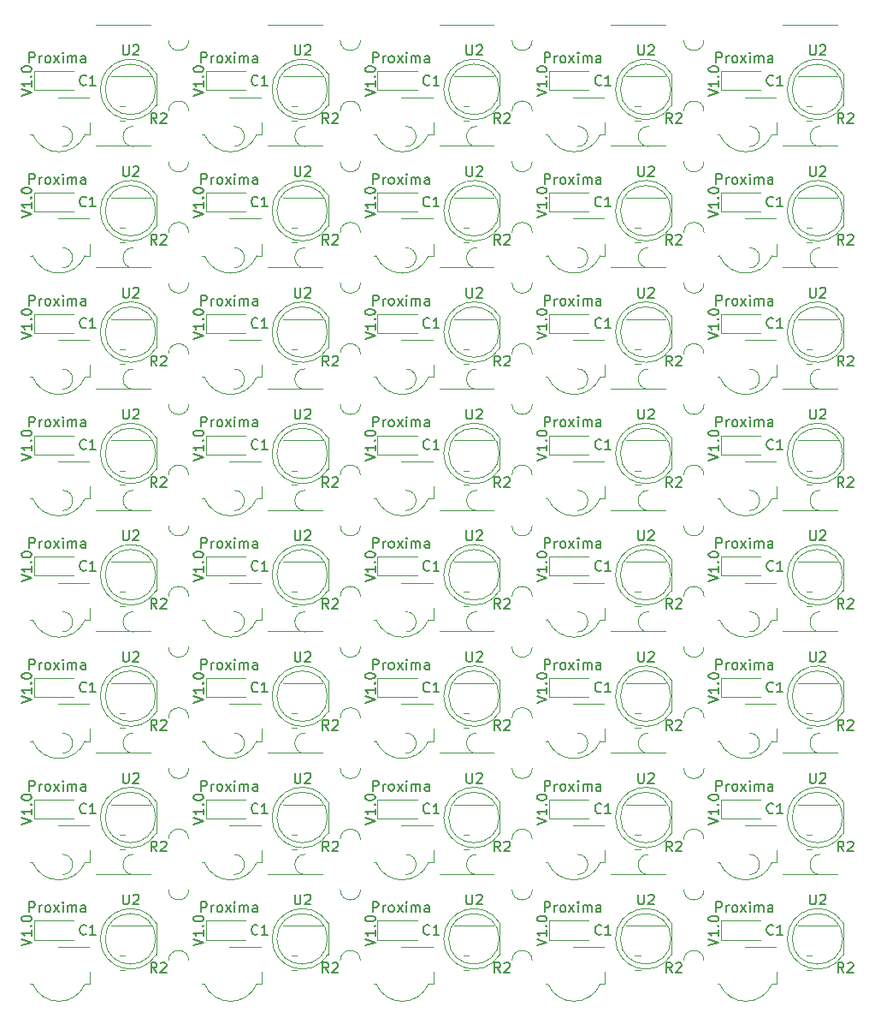
<source format=gbr>
%TF.GenerationSoftware,KiCad,Pcbnew,(5.1.6)-1*%
%TF.CreationDate,2021-08-15T16:57:45+02:00*%
%TF.ProjectId,proxima_panel,70726f78-696d-4615-9f70-616e656c2e6b,rev?*%
%TF.SameCoordinates,Original*%
%TF.FileFunction,Legend,Top*%
%TF.FilePolarity,Positive*%
%FSLAX46Y46*%
G04 Gerber Fmt 4.6, Leading zero omitted, Abs format (unit mm)*
G04 Created by KiCad (PCBNEW (5.1.6)-1) date 2021-08-15 16:57:45*
%MOMM*%
%LPD*%
G01*
G04 APERTURE LIST*
%ADD10C,0.150000*%
%ADD11C,0.100000*%
%ADD12C,0.120000*%
G04 APERTURE END LIST*
D10*
X200452380Y-188023809D02*
X201452380Y-187690476D01*
X200452380Y-187357142D01*
X201452380Y-186500000D02*
X201452380Y-187071428D01*
X201452380Y-186785714D02*
X200452380Y-186785714D01*
X200595238Y-186880952D01*
X200690476Y-186976190D01*
X200738095Y-187071428D01*
X201357142Y-186071428D02*
X201404761Y-186023809D01*
X201452380Y-186071428D01*
X201404761Y-186119047D01*
X201357142Y-186071428D01*
X201452380Y-186071428D01*
X200452380Y-185404761D02*
X200452380Y-185309523D01*
X200500000Y-185214285D01*
X200547619Y-185166666D01*
X200642857Y-185119047D01*
X200833333Y-185071428D01*
X201071428Y-185071428D01*
X201261904Y-185119047D01*
X201357142Y-185166666D01*
X201404761Y-185214285D01*
X201452380Y-185309523D01*
X201452380Y-185404761D01*
X201404761Y-185500000D01*
X201357142Y-185547619D01*
X201261904Y-185595238D01*
X201071428Y-185642857D01*
X200833333Y-185642857D01*
X200642857Y-185595238D01*
X200547619Y-185547619D01*
X200500000Y-185500000D01*
X200452380Y-185404761D01*
X183452380Y-188023809D02*
X184452380Y-187690476D01*
X183452380Y-187357142D01*
X184452380Y-186500000D02*
X184452380Y-187071428D01*
X184452380Y-186785714D02*
X183452380Y-186785714D01*
X183595238Y-186880952D01*
X183690476Y-186976190D01*
X183738095Y-187071428D01*
X184357142Y-186071428D02*
X184404761Y-186023809D01*
X184452380Y-186071428D01*
X184404761Y-186119047D01*
X184357142Y-186071428D01*
X184452380Y-186071428D01*
X183452380Y-185404761D02*
X183452380Y-185309523D01*
X183500000Y-185214285D01*
X183547619Y-185166666D01*
X183642857Y-185119047D01*
X183833333Y-185071428D01*
X184071428Y-185071428D01*
X184261904Y-185119047D01*
X184357142Y-185166666D01*
X184404761Y-185214285D01*
X184452380Y-185309523D01*
X184452380Y-185404761D01*
X184404761Y-185500000D01*
X184357142Y-185547619D01*
X184261904Y-185595238D01*
X184071428Y-185642857D01*
X183833333Y-185642857D01*
X183642857Y-185595238D01*
X183547619Y-185547619D01*
X183500000Y-185500000D01*
X183452380Y-185404761D01*
X166452380Y-188023809D02*
X167452380Y-187690476D01*
X166452380Y-187357142D01*
X167452380Y-186500000D02*
X167452380Y-187071428D01*
X167452380Y-186785714D02*
X166452380Y-186785714D01*
X166595238Y-186880952D01*
X166690476Y-186976190D01*
X166738095Y-187071428D01*
X167357142Y-186071428D02*
X167404761Y-186023809D01*
X167452380Y-186071428D01*
X167404761Y-186119047D01*
X167357142Y-186071428D01*
X167452380Y-186071428D01*
X166452380Y-185404761D02*
X166452380Y-185309523D01*
X166500000Y-185214285D01*
X166547619Y-185166666D01*
X166642857Y-185119047D01*
X166833333Y-185071428D01*
X167071428Y-185071428D01*
X167261904Y-185119047D01*
X167357142Y-185166666D01*
X167404761Y-185214285D01*
X167452380Y-185309523D01*
X167452380Y-185404761D01*
X167404761Y-185500000D01*
X167357142Y-185547619D01*
X167261904Y-185595238D01*
X167071428Y-185642857D01*
X166833333Y-185642857D01*
X166642857Y-185595238D01*
X166547619Y-185547619D01*
X166500000Y-185500000D01*
X166452380Y-185404761D01*
X149452380Y-188023809D02*
X150452380Y-187690476D01*
X149452380Y-187357142D01*
X150452380Y-186500000D02*
X150452380Y-187071428D01*
X150452380Y-186785714D02*
X149452380Y-186785714D01*
X149595238Y-186880952D01*
X149690476Y-186976190D01*
X149738095Y-187071428D01*
X150357142Y-186071428D02*
X150404761Y-186023809D01*
X150452380Y-186071428D01*
X150404761Y-186119047D01*
X150357142Y-186071428D01*
X150452380Y-186071428D01*
X149452380Y-185404761D02*
X149452380Y-185309523D01*
X149500000Y-185214285D01*
X149547619Y-185166666D01*
X149642857Y-185119047D01*
X149833333Y-185071428D01*
X150071428Y-185071428D01*
X150261904Y-185119047D01*
X150357142Y-185166666D01*
X150404761Y-185214285D01*
X150452380Y-185309523D01*
X150452380Y-185404761D01*
X150404761Y-185500000D01*
X150357142Y-185547619D01*
X150261904Y-185595238D01*
X150071428Y-185642857D01*
X149833333Y-185642857D01*
X149642857Y-185595238D01*
X149547619Y-185547619D01*
X149500000Y-185500000D01*
X149452380Y-185404761D01*
X132452380Y-188023809D02*
X133452380Y-187690476D01*
X132452380Y-187357142D01*
X133452380Y-186500000D02*
X133452380Y-187071428D01*
X133452380Y-186785714D02*
X132452380Y-186785714D01*
X132595238Y-186880952D01*
X132690476Y-186976190D01*
X132738095Y-187071428D01*
X133357142Y-186071428D02*
X133404761Y-186023809D01*
X133452380Y-186071428D01*
X133404761Y-186119047D01*
X133357142Y-186071428D01*
X133452380Y-186071428D01*
X132452380Y-185404761D02*
X132452380Y-185309523D01*
X132500000Y-185214285D01*
X132547619Y-185166666D01*
X132642857Y-185119047D01*
X132833333Y-185071428D01*
X133071428Y-185071428D01*
X133261904Y-185119047D01*
X133357142Y-185166666D01*
X133404761Y-185214285D01*
X133452380Y-185309523D01*
X133452380Y-185404761D01*
X133404761Y-185500000D01*
X133357142Y-185547619D01*
X133261904Y-185595238D01*
X133071428Y-185642857D01*
X132833333Y-185642857D01*
X132642857Y-185595238D01*
X132547619Y-185547619D01*
X132500000Y-185500000D01*
X132452380Y-185404761D01*
X200452380Y-176023809D02*
X201452380Y-175690476D01*
X200452380Y-175357142D01*
X201452380Y-174500000D02*
X201452380Y-175071428D01*
X201452380Y-174785714D02*
X200452380Y-174785714D01*
X200595238Y-174880952D01*
X200690476Y-174976190D01*
X200738095Y-175071428D01*
X201357142Y-174071428D02*
X201404761Y-174023809D01*
X201452380Y-174071428D01*
X201404761Y-174119047D01*
X201357142Y-174071428D01*
X201452380Y-174071428D01*
X200452380Y-173404761D02*
X200452380Y-173309523D01*
X200500000Y-173214285D01*
X200547619Y-173166666D01*
X200642857Y-173119047D01*
X200833333Y-173071428D01*
X201071428Y-173071428D01*
X201261904Y-173119047D01*
X201357142Y-173166666D01*
X201404761Y-173214285D01*
X201452380Y-173309523D01*
X201452380Y-173404761D01*
X201404761Y-173500000D01*
X201357142Y-173547619D01*
X201261904Y-173595238D01*
X201071428Y-173642857D01*
X200833333Y-173642857D01*
X200642857Y-173595238D01*
X200547619Y-173547619D01*
X200500000Y-173500000D01*
X200452380Y-173404761D01*
X183452380Y-176023809D02*
X184452380Y-175690476D01*
X183452380Y-175357142D01*
X184452380Y-174500000D02*
X184452380Y-175071428D01*
X184452380Y-174785714D02*
X183452380Y-174785714D01*
X183595238Y-174880952D01*
X183690476Y-174976190D01*
X183738095Y-175071428D01*
X184357142Y-174071428D02*
X184404761Y-174023809D01*
X184452380Y-174071428D01*
X184404761Y-174119047D01*
X184357142Y-174071428D01*
X184452380Y-174071428D01*
X183452380Y-173404761D02*
X183452380Y-173309523D01*
X183500000Y-173214285D01*
X183547619Y-173166666D01*
X183642857Y-173119047D01*
X183833333Y-173071428D01*
X184071428Y-173071428D01*
X184261904Y-173119047D01*
X184357142Y-173166666D01*
X184404761Y-173214285D01*
X184452380Y-173309523D01*
X184452380Y-173404761D01*
X184404761Y-173500000D01*
X184357142Y-173547619D01*
X184261904Y-173595238D01*
X184071428Y-173642857D01*
X183833333Y-173642857D01*
X183642857Y-173595238D01*
X183547619Y-173547619D01*
X183500000Y-173500000D01*
X183452380Y-173404761D01*
X166452380Y-176023809D02*
X167452380Y-175690476D01*
X166452380Y-175357142D01*
X167452380Y-174500000D02*
X167452380Y-175071428D01*
X167452380Y-174785714D02*
X166452380Y-174785714D01*
X166595238Y-174880952D01*
X166690476Y-174976190D01*
X166738095Y-175071428D01*
X167357142Y-174071428D02*
X167404761Y-174023809D01*
X167452380Y-174071428D01*
X167404761Y-174119047D01*
X167357142Y-174071428D01*
X167452380Y-174071428D01*
X166452380Y-173404761D02*
X166452380Y-173309523D01*
X166500000Y-173214285D01*
X166547619Y-173166666D01*
X166642857Y-173119047D01*
X166833333Y-173071428D01*
X167071428Y-173071428D01*
X167261904Y-173119047D01*
X167357142Y-173166666D01*
X167404761Y-173214285D01*
X167452380Y-173309523D01*
X167452380Y-173404761D01*
X167404761Y-173500000D01*
X167357142Y-173547619D01*
X167261904Y-173595238D01*
X167071428Y-173642857D01*
X166833333Y-173642857D01*
X166642857Y-173595238D01*
X166547619Y-173547619D01*
X166500000Y-173500000D01*
X166452380Y-173404761D01*
X149452380Y-176023809D02*
X150452380Y-175690476D01*
X149452380Y-175357142D01*
X150452380Y-174500000D02*
X150452380Y-175071428D01*
X150452380Y-174785714D02*
X149452380Y-174785714D01*
X149595238Y-174880952D01*
X149690476Y-174976190D01*
X149738095Y-175071428D01*
X150357142Y-174071428D02*
X150404761Y-174023809D01*
X150452380Y-174071428D01*
X150404761Y-174119047D01*
X150357142Y-174071428D01*
X150452380Y-174071428D01*
X149452380Y-173404761D02*
X149452380Y-173309523D01*
X149500000Y-173214285D01*
X149547619Y-173166666D01*
X149642857Y-173119047D01*
X149833333Y-173071428D01*
X150071428Y-173071428D01*
X150261904Y-173119047D01*
X150357142Y-173166666D01*
X150404761Y-173214285D01*
X150452380Y-173309523D01*
X150452380Y-173404761D01*
X150404761Y-173500000D01*
X150357142Y-173547619D01*
X150261904Y-173595238D01*
X150071428Y-173642857D01*
X149833333Y-173642857D01*
X149642857Y-173595238D01*
X149547619Y-173547619D01*
X149500000Y-173500000D01*
X149452380Y-173404761D01*
X132452380Y-176023809D02*
X133452380Y-175690476D01*
X132452380Y-175357142D01*
X133452380Y-174500000D02*
X133452380Y-175071428D01*
X133452380Y-174785714D02*
X132452380Y-174785714D01*
X132595238Y-174880952D01*
X132690476Y-174976190D01*
X132738095Y-175071428D01*
X133357142Y-174071428D02*
X133404761Y-174023809D01*
X133452380Y-174071428D01*
X133404761Y-174119047D01*
X133357142Y-174071428D01*
X133452380Y-174071428D01*
X132452380Y-173404761D02*
X132452380Y-173309523D01*
X132500000Y-173214285D01*
X132547619Y-173166666D01*
X132642857Y-173119047D01*
X132833333Y-173071428D01*
X133071428Y-173071428D01*
X133261904Y-173119047D01*
X133357142Y-173166666D01*
X133404761Y-173214285D01*
X133452380Y-173309523D01*
X133452380Y-173404761D01*
X133404761Y-173500000D01*
X133357142Y-173547619D01*
X133261904Y-173595238D01*
X133071428Y-173642857D01*
X132833333Y-173642857D01*
X132642857Y-173595238D01*
X132547619Y-173547619D01*
X132500000Y-173500000D01*
X132452380Y-173404761D01*
X200452380Y-164023809D02*
X201452380Y-163690476D01*
X200452380Y-163357142D01*
X201452380Y-162500000D02*
X201452380Y-163071428D01*
X201452380Y-162785714D02*
X200452380Y-162785714D01*
X200595238Y-162880952D01*
X200690476Y-162976190D01*
X200738095Y-163071428D01*
X201357142Y-162071428D02*
X201404761Y-162023809D01*
X201452380Y-162071428D01*
X201404761Y-162119047D01*
X201357142Y-162071428D01*
X201452380Y-162071428D01*
X200452380Y-161404761D02*
X200452380Y-161309523D01*
X200500000Y-161214285D01*
X200547619Y-161166666D01*
X200642857Y-161119047D01*
X200833333Y-161071428D01*
X201071428Y-161071428D01*
X201261904Y-161119047D01*
X201357142Y-161166666D01*
X201404761Y-161214285D01*
X201452380Y-161309523D01*
X201452380Y-161404761D01*
X201404761Y-161500000D01*
X201357142Y-161547619D01*
X201261904Y-161595238D01*
X201071428Y-161642857D01*
X200833333Y-161642857D01*
X200642857Y-161595238D01*
X200547619Y-161547619D01*
X200500000Y-161500000D01*
X200452380Y-161404761D01*
X183452380Y-164023809D02*
X184452380Y-163690476D01*
X183452380Y-163357142D01*
X184452380Y-162500000D02*
X184452380Y-163071428D01*
X184452380Y-162785714D02*
X183452380Y-162785714D01*
X183595238Y-162880952D01*
X183690476Y-162976190D01*
X183738095Y-163071428D01*
X184357142Y-162071428D02*
X184404761Y-162023809D01*
X184452380Y-162071428D01*
X184404761Y-162119047D01*
X184357142Y-162071428D01*
X184452380Y-162071428D01*
X183452380Y-161404761D02*
X183452380Y-161309523D01*
X183500000Y-161214285D01*
X183547619Y-161166666D01*
X183642857Y-161119047D01*
X183833333Y-161071428D01*
X184071428Y-161071428D01*
X184261904Y-161119047D01*
X184357142Y-161166666D01*
X184404761Y-161214285D01*
X184452380Y-161309523D01*
X184452380Y-161404761D01*
X184404761Y-161500000D01*
X184357142Y-161547619D01*
X184261904Y-161595238D01*
X184071428Y-161642857D01*
X183833333Y-161642857D01*
X183642857Y-161595238D01*
X183547619Y-161547619D01*
X183500000Y-161500000D01*
X183452380Y-161404761D01*
X166452380Y-164023809D02*
X167452380Y-163690476D01*
X166452380Y-163357142D01*
X167452380Y-162500000D02*
X167452380Y-163071428D01*
X167452380Y-162785714D02*
X166452380Y-162785714D01*
X166595238Y-162880952D01*
X166690476Y-162976190D01*
X166738095Y-163071428D01*
X167357142Y-162071428D02*
X167404761Y-162023809D01*
X167452380Y-162071428D01*
X167404761Y-162119047D01*
X167357142Y-162071428D01*
X167452380Y-162071428D01*
X166452380Y-161404761D02*
X166452380Y-161309523D01*
X166500000Y-161214285D01*
X166547619Y-161166666D01*
X166642857Y-161119047D01*
X166833333Y-161071428D01*
X167071428Y-161071428D01*
X167261904Y-161119047D01*
X167357142Y-161166666D01*
X167404761Y-161214285D01*
X167452380Y-161309523D01*
X167452380Y-161404761D01*
X167404761Y-161500000D01*
X167357142Y-161547619D01*
X167261904Y-161595238D01*
X167071428Y-161642857D01*
X166833333Y-161642857D01*
X166642857Y-161595238D01*
X166547619Y-161547619D01*
X166500000Y-161500000D01*
X166452380Y-161404761D01*
X149452380Y-164023809D02*
X150452380Y-163690476D01*
X149452380Y-163357142D01*
X150452380Y-162500000D02*
X150452380Y-163071428D01*
X150452380Y-162785714D02*
X149452380Y-162785714D01*
X149595238Y-162880952D01*
X149690476Y-162976190D01*
X149738095Y-163071428D01*
X150357142Y-162071428D02*
X150404761Y-162023809D01*
X150452380Y-162071428D01*
X150404761Y-162119047D01*
X150357142Y-162071428D01*
X150452380Y-162071428D01*
X149452380Y-161404761D02*
X149452380Y-161309523D01*
X149500000Y-161214285D01*
X149547619Y-161166666D01*
X149642857Y-161119047D01*
X149833333Y-161071428D01*
X150071428Y-161071428D01*
X150261904Y-161119047D01*
X150357142Y-161166666D01*
X150404761Y-161214285D01*
X150452380Y-161309523D01*
X150452380Y-161404761D01*
X150404761Y-161500000D01*
X150357142Y-161547619D01*
X150261904Y-161595238D01*
X150071428Y-161642857D01*
X149833333Y-161642857D01*
X149642857Y-161595238D01*
X149547619Y-161547619D01*
X149500000Y-161500000D01*
X149452380Y-161404761D01*
X132452380Y-164023809D02*
X133452380Y-163690476D01*
X132452380Y-163357142D01*
X133452380Y-162500000D02*
X133452380Y-163071428D01*
X133452380Y-162785714D02*
X132452380Y-162785714D01*
X132595238Y-162880952D01*
X132690476Y-162976190D01*
X132738095Y-163071428D01*
X133357142Y-162071428D02*
X133404761Y-162023809D01*
X133452380Y-162071428D01*
X133404761Y-162119047D01*
X133357142Y-162071428D01*
X133452380Y-162071428D01*
X132452380Y-161404761D02*
X132452380Y-161309523D01*
X132500000Y-161214285D01*
X132547619Y-161166666D01*
X132642857Y-161119047D01*
X132833333Y-161071428D01*
X133071428Y-161071428D01*
X133261904Y-161119047D01*
X133357142Y-161166666D01*
X133404761Y-161214285D01*
X133452380Y-161309523D01*
X133452380Y-161404761D01*
X133404761Y-161500000D01*
X133357142Y-161547619D01*
X133261904Y-161595238D01*
X133071428Y-161642857D01*
X132833333Y-161642857D01*
X132642857Y-161595238D01*
X132547619Y-161547619D01*
X132500000Y-161500000D01*
X132452380Y-161404761D01*
X200452380Y-152023809D02*
X201452380Y-151690476D01*
X200452380Y-151357142D01*
X201452380Y-150500000D02*
X201452380Y-151071428D01*
X201452380Y-150785714D02*
X200452380Y-150785714D01*
X200595238Y-150880952D01*
X200690476Y-150976190D01*
X200738095Y-151071428D01*
X201357142Y-150071428D02*
X201404761Y-150023809D01*
X201452380Y-150071428D01*
X201404761Y-150119047D01*
X201357142Y-150071428D01*
X201452380Y-150071428D01*
X200452380Y-149404761D02*
X200452380Y-149309523D01*
X200500000Y-149214285D01*
X200547619Y-149166666D01*
X200642857Y-149119047D01*
X200833333Y-149071428D01*
X201071428Y-149071428D01*
X201261904Y-149119047D01*
X201357142Y-149166666D01*
X201404761Y-149214285D01*
X201452380Y-149309523D01*
X201452380Y-149404761D01*
X201404761Y-149500000D01*
X201357142Y-149547619D01*
X201261904Y-149595238D01*
X201071428Y-149642857D01*
X200833333Y-149642857D01*
X200642857Y-149595238D01*
X200547619Y-149547619D01*
X200500000Y-149500000D01*
X200452380Y-149404761D01*
X183452380Y-152023809D02*
X184452380Y-151690476D01*
X183452380Y-151357142D01*
X184452380Y-150500000D02*
X184452380Y-151071428D01*
X184452380Y-150785714D02*
X183452380Y-150785714D01*
X183595238Y-150880952D01*
X183690476Y-150976190D01*
X183738095Y-151071428D01*
X184357142Y-150071428D02*
X184404761Y-150023809D01*
X184452380Y-150071428D01*
X184404761Y-150119047D01*
X184357142Y-150071428D01*
X184452380Y-150071428D01*
X183452380Y-149404761D02*
X183452380Y-149309523D01*
X183500000Y-149214285D01*
X183547619Y-149166666D01*
X183642857Y-149119047D01*
X183833333Y-149071428D01*
X184071428Y-149071428D01*
X184261904Y-149119047D01*
X184357142Y-149166666D01*
X184404761Y-149214285D01*
X184452380Y-149309523D01*
X184452380Y-149404761D01*
X184404761Y-149500000D01*
X184357142Y-149547619D01*
X184261904Y-149595238D01*
X184071428Y-149642857D01*
X183833333Y-149642857D01*
X183642857Y-149595238D01*
X183547619Y-149547619D01*
X183500000Y-149500000D01*
X183452380Y-149404761D01*
X166452380Y-152023809D02*
X167452380Y-151690476D01*
X166452380Y-151357142D01*
X167452380Y-150500000D02*
X167452380Y-151071428D01*
X167452380Y-150785714D02*
X166452380Y-150785714D01*
X166595238Y-150880952D01*
X166690476Y-150976190D01*
X166738095Y-151071428D01*
X167357142Y-150071428D02*
X167404761Y-150023809D01*
X167452380Y-150071428D01*
X167404761Y-150119047D01*
X167357142Y-150071428D01*
X167452380Y-150071428D01*
X166452380Y-149404761D02*
X166452380Y-149309523D01*
X166500000Y-149214285D01*
X166547619Y-149166666D01*
X166642857Y-149119047D01*
X166833333Y-149071428D01*
X167071428Y-149071428D01*
X167261904Y-149119047D01*
X167357142Y-149166666D01*
X167404761Y-149214285D01*
X167452380Y-149309523D01*
X167452380Y-149404761D01*
X167404761Y-149500000D01*
X167357142Y-149547619D01*
X167261904Y-149595238D01*
X167071428Y-149642857D01*
X166833333Y-149642857D01*
X166642857Y-149595238D01*
X166547619Y-149547619D01*
X166500000Y-149500000D01*
X166452380Y-149404761D01*
X149452380Y-152023809D02*
X150452380Y-151690476D01*
X149452380Y-151357142D01*
X150452380Y-150500000D02*
X150452380Y-151071428D01*
X150452380Y-150785714D02*
X149452380Y-150785714D01*
X149595238Y-150880952D01*
X149690476Y-150976190D01*
X149738095Y-151071428D01*
X150357142Y-150071428D02*
X150404761Y-150023809D01*
X150452380Y-150071428D01*
X150404761Y-150119047D01*
X150357142Y-150071428D01*
X150452380Y-150071428D01*
X149452380Y-149404761D02*
X149452380Y-149309523D01*
X149500000Y-149214285D01*
X149547619Y-149166666D01*
X149642857Y-149119047D01*
X149833333Y-149071428D01*
X150071428Y-149071428D01*
X150261904Y-149119047D01*
X150357142Y-149166666D01*
X150404761Y-149214285D01*
X150452380Y-149309523D01*
X150452380Y-149404761D01*
X150404761Y-149500000D01*
X150357142Y-149547619D01*
X150261904Y-149595238D01*
X150071428Y-149642857D01*
X149833333Y-149642857D01*
X149642857Y-149595238D01*
X149547619Y-149547619D01*
X149500000Y-149500000D01*
X149452380Y-149404761D01*
X132452380Y-152023809D02*
X133452380Y-151690476D01*
X132452380Y-151357142D01*
X133452380Y-150500000D02*
X133452380Y-151071428D01*
X133452380Y-150785714D02*
X132452380Y-150785714D01*
X132595238Y-150880952D01*
X132690476Y-150976190D01*
X132738095Y-151071428D01*
X133357142Y-150071428D02*
X133404761Y-150023809D01*
X133452380Y-150071428D01*
X133404761Y-150119047D01*
X133357142Y-150071428D01*
X133452380Y-150071428D01*
X132452380Y-149404761D02*
X132452380Y-149309523D01*
X132500000Y-149214285D01*
X132547619Y-149166666D01*
X132642857Y-149119047D01*
X132833333Y-149071428D01*
X133071428Y-149071428D01*
X133261904Y-149119047D01*
X133357142Y-149166666D01*
X133404761Y-149214285D01*
X133452380Y-149309523D01*
X133452380Y-149404761D01*
X133404761Y-149500000D01*
X133357142Y-149547619D01*
X133261904Y-149595238D01*
X133071428Y-149642857D01*
X132833333Y-149642857D01*
X132642857Y-149595238D01*
X132547619Y-149547619D01*
X132500000Y-149500000D01*
X132452380Y-149404761D01*
X200452380Y-140023809D02*
X201452380Y-139690476D01*
X200452380Y-139357142D01*
X201452380Y-138500000D02*
X201452380Y-139071428D01*
X201452380Y-138785714D02*
X200452380Y-138785714D01*
X200595238Y-138880952D01*
X200690476Y-138976190D01*
X200738095Y-139071428D01*
X201357142Y-138071428D02*
X201404761Y-138023809D01*
X201452380Y-138071428D01*
X201404761Y-138119047D01*
X201357142Y-138071428D01*
X201452380Y-138071428D01*
X200452380Y-137404761D02*
X200452380Y-137309523D01*
X200500000Y-137214285D01*
X200547619Y-137166666D01*
X200642857Y-137119047D01*
X200833333Y-137071428D01*
X201071428Y-137071428D01*
X201261904Y-137119047D01*
X201357142Y-137166666D01*
X201404761Y-137214285D01*
X201452380Y-137309523D01*
X201452380Y-137404761D01*
X201404761Y-137500000D01*
X201357142Y-137547619D01*
X201261904Y-137595238D01*
X201071428Y-137642857D01*
X200833333Y-137642857D01*
X200642857Y-137595238D01*
X200547619Y-137547619D01*
X200500000Y-137500000D01*
X200452380Y-137404761D01*
X183452380Y-140023809D02*
X184452380Y-139690476D01*
X183452380Y-139357142D01*
X184452380Y-138500000D02*
X184452380Y-139071428D01*
X184452380Y-138785714D02*
X183452380Y-138785714D01*
X183595238Y-138880952D01*
X183690476Y-138976190D01*
X183738095Y-139071428D01*
X184357142Y-138071428D02*
X184404761Y-138023809D01*
X184452380Y-138071428D01*
X184404761Y-138119047D01*
X184357142Y-138071428D01*
X184452380Y-138071428D01*
X183452380Y-137404761D02*
X183452380Y-137309523D01*
X183500000Y-137214285D01*
X183547619Y-137166666D01*
X183642857Y-137119047D01*
X183833333Y-137071428D01*
X184071428Y-137071428D01*
X184261904Y-137119047D01*
X184357142Y-137166666D01*
X184404761Y-137214285D01*
X184452380Y-137309523D01*
X184452380Y-137404761D01*
X184404761Y-137500000D01*
X184357142Y-137547619D01*
X184261904Y-137595238D01*
X184071428Y-137642857D01*
X183833333Y-137642857D01*
X183642857Y-137595238D01*
X183547619Y-137547619D01*
X183500000Y-137500000D01*
X183452380Y-137404761D01*
X166452380Y-140023809D02*
X167452380Y-139690476D01*
X166452380Y-139357142D01*
X167452380Y-138500000D02*
X167452380Y-139071428D01*
X167452380Y-138785714D02*
X166452380Y-138785714D01*
X166595238Y-138880952D01*
X166690476Y-138976190D01*
X166738095Y-139071428D01*
X167357142Y-138071428D02*
X167404761Y-138023809D01*
X167452380Y-138071428D01*
X167404761Y-138119047D01*
X167357142Y-138071428D01*
X167452380Y-138071428D01*
X166452380Y-137404761D02*
X166452380Y-137309523D01*
X166500000Y-137214285D01*
X166547619Y-137166666D01*
X166642857Y-137119047D01*
X166833333Y-137071428D01*
X167071428Y-137071428D01*
X167261904Y-137119047D01*
X167357142Y-137166666D01*
X167404761Y-137214285D01*
X167452380Y-137309523D01*
X167452380Y-137404761D01*
X167404761Y-137500000D01*
X167357142Y-137547619D01*
X167261904Y-137595238D01*
X167071428Y-137642857D01*
X166833333Y-137642857D01*
X166642857Y-137595238D01*
X166547619Y-137547619D01*
X166500000Y-137500000D01*
X166452380Y-137404761D01*
X149452380Y-140023809D02*
X150452380Y-139690476D01*
X149452380Y-139357142D01*
X150452380Y-138500000D02*
X150452380Y-139071428D01*
X150452380Y-138785714D02*
X149452380Y-138785714D01*
X149595238Y-138880952D01*
X149690476Y-138976190D01*
X149738095Y-139071428D01*
X150357142Y-138071428D02*
X150404761Y-138023809D01*
X150452380Y-138071428D01*
X150404761Y-138119047D01*
X150357142Y-138071428D01*
X150452380Y-138071428D01*
X149452380Y-137404761D02*
X149452380Y-137309523D01*
X149500000Y-137214285D01*
X149547619Y-137166666D01*
X149642857Y-137119047D01*
X149833333Y-137071428D01*
X150071428Y-137071428D01*
X150261904Y-137119047D01*
X150357142Y-137166666D01*
X150404761Y-137214285D01*
X150452380Y-137309523D01*
X150452380Y-137404761D01*
X150404761Y-137500000D01*
X150357142Y-137547619D01*
X150261904Y-137595238D01*
X150071428Y-137642857D01*
X149833333Y-137642857D01*
X149642857Y-137595238D01*
X149547619Y-137547619D01*
X149500000Y-137500000D01*
X149452380Y-137404761D01*
X132452380Y-140023809D02*
X133452380Y-139690476D01*
X132452380Y-139357142D01*
X133452380Y-138500000D02*
X133452380Y-139071428D01*
X133452380Y-138785714D02*
X132452380Y-138785714D01*
X132595238Y-138880952D01*
X132690476Y-138976190D01*
X132738095Y-139071428D01*
X133357142Y-138071428D02*
X133404761Y-138023809D01*
X133452380Y-138071428D01*
X133404761Y-138119047D01*
X133357142Y-138071428D01*
X133452380Y-138071428D01*
X132452380Y-137404761D02*
X132452380Y-137309523D01*
X132500000Y-137214285D01*
X132547619Y-137166666D01*
X132642857Y-137119047D01*
X132833333Y-137071428D01*
X133071428Y-137071428D01*
X133261904Y-137119047D01*
X133357142Y-137166666D01*
X133404761Y-137214285D01*
X133452380Y-137309523D01*
X133452380Y-137404761D01*
X133404761Y-137500000D01*
X133357142Y-137547619D01*
X133261904Y-137595238D01*
X133071428Y-137642857D01*
X132833333Y-137642857D01*
X132642857Y-137595238D01*
X132547619Y-137547619D01*
X132500000Y-137500000D01*
X132452380Y-137404761D01*
X200452380Y-128023809D02*
X201452380Y-127690476D01*
X200452380Y-127357142D01*
X201452380Y-126500000D02*
X201452380Y-127071428D01*
X201452380Y-126785714D02*
X200452380Y-126785714D01*
X200595238Y-126880952D01*
X200690476Y-126976190D01*
X200738095Y-127071428D01*
X201357142Y-126071428D02*
X201404761Y-126023809D01*
X201452380Y-126071428D01*
X201404761Y-126119047D01*
X201357142Y-126071428D01*
X201452380Y-126071428D01*
X200452380Y-125404761D02*
X200452380Y-125309523D01*
X200500000Y-125214285D01*
X200547619Y-125166666D01*
X200642857Y-125119047D01*
X200833333Y-125071428D01*
X201071428Y-125071428D01*
X201261904Y-125119047D01*
X201357142Y-125166666D01*
X201404761Y-125214285D01*
X201452380Y-125309523D01*
X201452380Y-125404761D01*
X201404761Y-125500000D01*
X201357142Y-125547619D01*
X201261904Y-125595238D01*
X201071428Y-125642857D01*
X200833333Y-125642857D01*
X200642857Y-125595238D01*
X200547619Y-125547619D01*
X200500000Y-125500000D01*
X200452380Y-125404761D01*
X183452380Y-128023809D02*
X184452380Y-127690476D01*
X183452380Y-127357142D01*
X184452380Y-126500000D02*
X184452380Y-127071428D01*
X184452380Y-126785714D02*
X183452380Y-126785714D01*
X183595238Y-126880952D01*
X183690476Y-126976190D01*
X183738095Y-127071428D01*
X184357142Y-126071428D02*
X184404761Y-126023809D01*
X184452380Y-126071428D01*
X184404761Y-126119047D01*
X184357142Y-126071428D01*
X184452380Y-126071428D01*
X183452380Y-125404761D02*
X183452380Y-125309523D01*
X183500000Y-125214285D01*
X183547619Y-125166666D01*
X183642857Y-125119047D01*
X183833333Y-125071428D01*
X184071428Y-125071428D01*
X184261904Y-125119047D01*
X184357142Y-125166666D01*
X184404761Y-125214285D01*
X184452380Y-125309523D01*
X184452380Y-125404761D01*
X184404761Y-125500000D01*
X184357142Y-125547619D01*
X184261904Y-125595238D01*
X184071428Y-125642857D01*
X183833333Y-125642857D01*
X183642857Y-125595238D01*
X183547619Y-125547619D01*
X183500000Y-125500000D01*
X183452380Y-125404761D01*
X166452380Y-128023809D02*
X167452380Y-127690476D01*
X166452380Y-127357142D01*
X167452380Y-126500000D02*
X167452380Y-127071428D01*
X167452380Y-126785714D02*
X166452380Y-126785714D01*
X166595238Y-126880952D01*
X166690476Y-126976190D01*
X166738095Y-127071428D01*
X167357142Y-126071428D02*
X167404761Y-126023809D01*
X167452380Y-126071428D01*
X167404761Y-126119047D01*
X167357142Y-126071428D01*
X167452380Y-126071428D01*
X166452380Y-125404761D02*
X166452380Y-125309523D01*
X166500000Y-125214285D01*
X166547619Y-125166666D01*
X166642857Y-125119047D01*
X166833333Y-125071428D01*
X167071428Y-125071428D01*
X167261904Y-125119047D01*
X167357142Y-125166666D01*
X167404761Y-125214285D01*
X167452380Y-125309523D01*
X167452380Y-125404761D01*
X167404761Y-125500000D01*
X167357142Y-125547619D01*
X167261904Y-125595238D01*
X167071428Y-125642857D01*
X166833333Y-125642857D01*
X166642857Y-125595238D01*
X166547619Y-125547619D01*
X166500000Y-125500000D01*
X166452380Y-125404761D01*
X149452380Y-128023809D02*
X150452380Y-127690476D01*
X149452380Y-127357142D01*
X150452380Y-126500000D02*
X150452380Y-127071428D01*
X150452380Y-126785714D02*
X149452380Y-126785714D01*
X149595238Y-126880952D01*
X149690476Y-126976190D01*
X149738095Y-127071428D01*
X150357142Y-126071428D02*
X150404761Y-126023809D01*
X150452380Y-126071428D01*
X150404761Y-126119047D01*
X150357142Y-126071428D01*
X150452380Y-126071428D01*
X149452380Y-125404761D02*
X149452380Y-125309523D01*
X149500000Y-125214285D01*
X149547619Y-125166666D01*
X149642857Y-125119047D01*
X149833333Y-125071428D01*
X150071428Y-125071428D01*
X150261904Y-125119047D01*
X150357142Y-125166666D01*
X150404761Y-125214285D01*
X150452380Y-125309523D01*
X150452380Y-125404761D01*
X150404761Y-125500000D01*
X150357142Y-125547619D01*
X150261904Y-125595238D01*
X150071428Y-125642857D01*
X149833333Y-125642857D01*
X149642857Y-125595238D01*
X149547619Y-125547619D01*
X149500000Y-125500000D01*
X149452380Y-125404761D01*
X132452380Y-128023809D02*
X133452380Y-127690476D01*
X132452380Y-127357142D01*
X133452380Y-126500000D02*
X133452380Y-127071428D01*
X133452380Y-126785714D02*
X132452380Y-126785714D01*
X132595238Y-126880952D01*
X132690476Y-126976190D01*
X132738095Y-127071428D01*
X133357142Y-126071428D02*
X133404761Y-126023809D01*
X133452380Y-126071428D01*
X133404761Y-126119047D01*
X133357142Y-126071428D01*
X133452380Y-126071428D01*
X132452380Y-125404761D02*
X132452380Y-125309523D01*
X132500000Y-125214285D01*
X132547619Y-125166666D01*
X132642857Y-125119047D01*
X132833333Y-125071428D01*
X133071428Y-125071428D01*
X133261904Y-125119047D01*
X133357142Y-125166666D01*
X133404761Y-125214285D01*
X133452380Y-125309523D01*
X133452380Y-125404761D01*
X133404761Y-125500000D01*
X133357142Y-125547619D01*
X133261904Y-125595238D01*
X133071428Y-125642857D01*
X132833333Y-125642857D01*
X132642857Y-125595238D01*
X132547619Y-125547619D01*
X132500000Y-125500000D01*
X132452380Y-125404761D01*
X200452380Y-116023809D02*
X201452380Y-115690476D01*
X200452380Y-115357142D01*
X201452380Y-114500000D02*
X201452380Y-115071428D01*
X201452380Y-114785714D02*
X200452380Y-114785714D01*
X200595238Y-114880952D01*
X200690476Y-114976190D01*
X200738095Y-115071428D01*
X201357142Y-114071428D02*
X201404761Y-114023809D01*
X201452380Y-114071428D01*
X201404761Y-114119047D01*
X201357142Y-114071428D01*
X201452380Y-114071428D01*
X200452380Y-113404761D02*
X200452380Y-113309523D01*
X200500000Y-113214285D01*
X200547619Y-113166666D01*
X200642857Y-113119047D01*
X200833333Y-113071428D01*
X201071428Y-113071428D01*
X201261904Y-113119047D01*
X201357142Y-113166666D01*
X201404761Y-113214285D01*
X201452380Y-113309523D01*
X201452380Y-113404761D01*
X201404761Y-113500000D01*
X201357142Y-113547619D01*
X201261904Y-113595238D01*
X201071428Y-113642857D01*
X200833333Y-113642857D01*
X200642857Y-113595238D01*
X200547619Y-113547619D01*
X200500000Y-113500000D01*
X200452380Y-113404761D01*
X183452380Y-116023809D02*
X184452380Y-115690476D01*
X183452380Y-115357142D01*
X184452380Y-114500000D02*
X184452380Y-115071428D01*
X184452380Y-114785714D02*
X183452380Y-114785714D01*
X183595238Y-114880952D01*
X183690476Y-114976190D01*
X183738095Y-115071428D01*
X184357142Y-114071428D02*
X184404761Y-114023809D01*
X184452380Y-114071428D01*
X184404761Y-114119047D01*
X184357142Y-114071428D01*
X184452380Y-114071428D01*
X183452380Y-113404761D02*
X183452380Y-113309523D01*
X183500000Y-113214285D01*
X183547619Y-113166666D01*
X183642857Y-113119047D01*
X183833333Y-113071428D01*
X184071428Y-113071428D01*
X184261904Y-113119047D01*
X184357142Y-113166666D01*
X184404761Y-113214285D01*
X184452380Y-113309523D01*
X184452380Y-113404761D01*
X184404761Y-113500000D01*
X184357142Y-113547619D01*
X184261904Y-113595238D01*
X184071428Y-113642857D01*
X183833333Y-113642857D01*
X183642857Y-113595238D01*
X183547619Y-113547619D01*
X183500000Y-113500000D01*
X183452380Y-113404761D01*
X166452380Y-116023809D02*
X167452380Y-115690476D01*
X166452380Y-115357142D01*
X167452380Y-114500000D02*
X167452380Y-115071428D01*
X167452380Y-114785714D02*
X166452380Y-114785714D01*
X166595238Y-114880952D01*
X166690476Y-114976190D01*
X166738095Y-115071428D01*
X167357142Y-114071428D02*
X167404761Y-114023809D01*
X167452380Y-114071428D01*
X167404761Y-114119047D01*
X167357142Y-114071428D01*
X167452380Y-114071428D01*
X166452380Y-113404761D02*
X166452380Y-113309523D01*
X166500000Y-113214285D01*
X166547619Y-113166666D01*
X166642857Y-113119047D01*
X166833333Y-113071428D01*
X167071428Y-113071428D01*
X167261904Y-113119047D01*
X167357142Y-113166666D01*
X167404761Y-113214285D01*
X167452380Y-113309523D01*
X167452380Y-113404761D01*
X167404761Y-113500000D01*
X167357142Y-113547619D01*
X167261904Y-113595238D01*
X167071428Y-113642857D01*
X166833333Y-113642857D01*
X166642857Y-113595238D01*
X166547619Y-113547619D01*
X166500000Y-113500000D01*
X166452380Y-113404761D01*
X149452380Y-116023809D02*
X150452380Y-115690476D01*
X149452380Y-115357142D01*
X150452380Y-114500000D02*
X150452380Y-115071428D01*
X150452380Y-114785714D02*
X149452380Y-114785714D01*
X149595238Y-114880952D01*
X149690476Y-114976190D01*
X149738095Y-115071428D01*
X150357142Y-114071428D02*
X150404761Y-114023809D01*
X150452380Y-114071428D01*
X150404761Y-114119047D01*
X150357142Y-114071428D01*
X150452380Y-114071428D01*
X149452380Y-113404761D02*
X149452380Y-113309523D01*
X149500000Y-113214285D01*
X149547619Y-113166666D01*
X149642857Y-113119047D01*
X149833333Y-113071428D01*
X150071428Y-113071428D01*
X150261904Y-113119047D01*
X150357142Y-113166666D01*
X150404761Y-113214285D01*
X150452380Y-113309523D01*
X150452380Y-113404761D01*
X150404761Y-113500000D01*
X150357142Y-113547619D01*
X150261904Y-113595238D01*
X150071428Y-113642857D01*
X149833333Y-113642857D01*
X149642857Y-113595238D01*
X149547619Y-113547619D01*
X149500000Y-113500000D01*
X149452380Y-113404761D01*
X132452380Y-116023809D02*
X133452380Y-115690476D01*
X132452380Y-115357142D01*
X133452380Y-114500000D02*
X133452380Y-115071428D01*
X133452380Y-114785714D02*
X132452380Y-114785714D01*
X132595238Y-114880952D01*
X132690476Y-114976190D01*
X132738095Y-115071428D01*
X133357142Y-114071428D02*
X133404761Y-114023809D01*
X133452380Y-114071428D01*
X133404761Y-114119047D01*
X133357142Y-114071428D01*
X133452380Y-114071428D01*
X132452380Y-113404761D02*
X132452380Y-113309523D01*
X132500000Y-113214285D01*
X132547619Y-113166666D01*
X132642857Y-113119047D01*
X132833333Y-113071428D01*
X133071428Y-113071428D01*
X133261904Y-113119047D01*
X133357142Y-113166666D01*
X133404761Y-113214285D01*
X133452380Y-113309523D01*
X133452380Y-113404761D01*
X133404761Y-113500000D01*
X133357142Y-113547619D01*
X133261904Y-113595238D01*
X133071428Y-113642857D01*
X132833333Y-113642857D01*
X132642857Y-113595238D01*
X132547619Y-113547619D01*
X132500000Y-113500000D01*
X132452380Y-113404761D01*
X200452380Y-104023809D02*
X201452380Y-103690476D01*
X200452380Y-103357142D01*
X201452380Y-102500000D02*
X201452380Y-103071428D01*
X201452380Y-102785714D02*
X200452380Y-102785714D01*
X200595238Y-102880952D01*
X200690476Y-102976190D01*
X200738095Y-103071428D01*
X201357142Y-102071428D02*
X201404761Y-102023809D01*
X201452380Y-102071428D01*
X201404761Y-102119047D01*
X201357142Y-102071428D01*
X201452380Y-102071428D01*
X200452380Y-101404761D02*
X200452380Y-101309523D01*
X200500000Y-101214285D01*
X200547619Y-101166666D01*
X200642857Y-101119047D01*
X200833333Y-101071428D01*
X201071428Y-101071428D01*
X201261904Y-101119047D01*
X201357142Y-101166666D01*
X201404761Y-101214285D01*
X201452380Y-101309523D01*
X201452380Y-101404761D01*
X201404761Y-101500000D01*
X201357142Y-101547619D01*
X201261904Y-101595238D01*
X201071428Y-101642857D01*
X200833333Y-101642857D01*
X200642857Y-101595238D01*
X200547619Y-101547619D01*
X200500000Y-101500000D01*
X200452380Y-101404761D01*
X183452380Y-104023809D02*
X184452380Y-103690476D01*
X183452380Y-103357142D01*
X184452380Y-102500000D02*
X184452380Y-103071428D01*
X184452380Y-102785714D02*
X183452380Y-102785714D01*
X183595238Y-102880952D01*
X183690476Y-102976190D01*
X183738095Y-103071428D01*
X184357142Y-102071428D02*
X184404761Y-102023809D01*
X184452380Y-102071428D01*
X184404761Y-102119047D01*
X184357142Y-102071428D01*
X184452380Y-102071428D01*
X183452380Y-101404761D02*
X183452380Y-101309523D01*
X183500000Y-101214285D01*
X183547619Y-101166666D01*
X183642857Y-101119047D01*
X183833333Y-101071428D01*
X184071428Y-101071428D01*
X184261904Y-101119047D01*
X184357142Y-101166666D01*
X184404761Y-101214285D01*
X184452380Y-101309523D01*
X184452380Y-101404761D01*
X184404761Y-101500000D01*
X184357142Y-101547619D01*
X184261904Y-101595238D01*
X184071428Y-101642857D01*
X183833333Y-101642857D01*
X183642857Y-101595238D01*
X183547619Y-101547619D01*
X183500000Y-101500000D01*
X183452380Y-101404761D01*
X166452380Y-104023809D02*
X167452380Y-103690476D01*
X166452380Y-103357142D01*
X167452380Y-102500000D02*
X167452380Y-103071428D01*
X167452380Y-102785714D02*
X166452380Y-102785714D01*
X166595238Y-102880952D01*
X166690476Y-102976190D01*
X166738095Y-103071428D01*
X167357142Y-102071428D02*
X167404761Y-102023809D01*
X167452380Y-102071428D01*
X167404761Y-102119047D01*
X167357142Y-102071428D01*
X167452380Y-102071428D01*
X166452380Y-101404761D02*
X166452380Y-101309523D01*
X166500000Y-101214285D01*
X166547619Y-101166666D01*
X166642857Y-101119047D01*
X166833333Y-101071428D01*
X167071428Y-101071428D01*
X167261904Y-101119047D01*
X167357142Y-101166666D01*
X167404761Y-101214285D01*
X167452380Y-101309523D01*
X167452380Y-101404761D01*
X167404761Y-101500000D01*
X167357142Y-101547619D01*
X167261904Y-101595238D01*
X167071428Y-101642857D01*
X166833333Y-101642857D01*
X166642857Y-101595238D01*
X166547619Y-101547619D01*
X166500000Y-101500000D01*
X166452380Y-101404761D01*
X149452380Y-104023809D02*
X150452380Y-103690476D01*
X149452380Y-103357142D01*
X150452380Y-102500000D02*
X150452380Y-103071428D01*
X150452380Y-102785714D02*
X149452380Y-102785714D01*
X149595238Y-102880952D01*
X149690476Y-102976190D01*
X149738095Y-103071428D01*
X150357142Y-102071428D02*
X150404761Y-102023809D01*
X150452380Y-102071428D01*
X150404761Y-102119047D01*
X150357142Y-102071428D01*
X150452380Y-102071428D01*
X149452380Y-101404761D02*
X149452380Y-101309523D01*
X149500000Y-101214285D01*
X149547619Y-101166666D01*
X149642857Y-101119047D01*
X149833333Y-101071428D01*
X150071428Y-101071428D01*
X150261904Y-101119047D01*
X150357142Y-101166666D01*
X150404761Y-101214285D01*
X150452380Y-101309523D01*
X150452380Y-101404761D01*
X150404761Y-101500000D01*
X150357142Y-101547619D01*
X150261904Y-101595238D01*
X150071428Y-101642857D01*
X149833333Y-101642857D01*
X149642857Y-101595238D01*
X149547619Y-101547619D01*
X149500000Y-101500000D01*
X149452380Y-101404761D01*
X201214285Y-184702380D02*
X201214285Y-183702380D01*
X201595238Y-183702380D01*
X201690476Y-183750000D01*
X201738095Y-183797619D01*
X201785714Y-183892857D01*
X201785714Y-184035714D01*
X201738095Y-184130952D01*
X201690476Y-184178571D01*
X201595238Y-184226190D01*
X201214285Y-184226190D01*
X202214285Y-184702380D02*
X202214285Y-184035714D01*
X202214285Y-184226190D02*
X202261904Y-184130952D01*
X202309523Y-184083333D01*
X202404761Y-184035714D01*
X202500000Y-184035714D01*
X202976190Y-184702380D02*
X202880952Y-184654761D01*
X202833333Y-184607142D01*
X202785714Y-184511904D01*
X202785714Y-184226190D01*
X202833333Y-184130952D01*
X202880952Y-184083333D01*
X202976190Y-184035714D01*
X203119047Y-184035714D01*
X203214285Y-184083333D01*
X203261904Y-184130952D01*
X203309523Y-184226190D01*
X203309523Y-184511904D01*
X203261904Y-184607142D01*
X203214285Y-184654761D01*
X203119047Y-184702380D01*
X202976190Y-184702380D01*
X203642857Y-184702380D02*
X204166666Y-184035714D01*
X203642857Y-184035714D02*
X204166666Y-184702380D01*
X204547619Y-184702380D02*
X204547619Y-184035714D01*
X204547619Y-183702380D02*
X204500000Y-183750000D01*
X204547619Y-183797619D01*
X204595238Y-183750000D01*
X204547619Y-183702380D01*
X204547619Y-183797619D01*
X205023809Y-184702380D02*
X205023809Y-184035714D01*
X205023809Y-184130952D02*
X205071428Y-184083333D01*
X205166666Y-184035714D01*
X205309523Y-184035714D01*
X205404761Y-184083333D01*
X205452380Y-184178571D01*
X205452380Y-184702380D01*
X205452380Y-184178571D02*
X205500000Y-184083333D01*
X205595238Y-184035714D01*
X205738095Y-184035714D01*
X205833333Y-184083333D01*
X205880952Y-184178571D01*
X205880952Y-184702380D01*
X206785714Y-184702380D02*
X206785714Y-184178571D01*
X206738095Y-184083333D01*
X206642857Y-184035714D01*
X206452380Y-184035714D01*
X206357142Y-184083333D01*
X206785714Y-184654761D02*
X206690476Y-184702380D01*
X206452380Y-184702380D01*
X206357142Y-184654761D01*
X206309523Y-184559523D01*
X206309523Y-184464285D01*
X206357142Y-184369047D01*
X206452380Y-184321428D01*
X206690476Y-184321428D01*
X206785714Y-184273809D01*
X184214285Y-184702380D02*
X184214285Y-183702380D01*
X184595238Y-183702380D01*
X184690476Y-183750000D01*
X184738095Y-183797619D01*
X184785714Y-183892857D01*
X184785714Y-184035714D01*
X184738095Y-184130952D01*
X184690476Y-184178571D01*
X184595238Y-184226190D01*
X184214285Y-184226190D01*
X185214285Y-184702380D02*
X185214285Y-184035714D01*
X185214285Y-184226190D02*
X185261904Y-184130952D01*
X185309523Y-184083333D01*
X185404761Y-184035714D01*
X185500000Y-184035714D01*
X185976190Y-184702380D02*
X185880952Y-184654761D01*
X185833333Y-184607142D01*
X185785714Y-184511904D01*
X185785714Y-184226190D01*
X185833333Y-184130952D01*
X185880952Y-184083333D01*
X185976190Y-184035714D01*
X186119047Y-184035714D01*
X186214285Y-184083333D01*
X186261904Y-184130952D01*
X186309523Y-184226190D01*
X186309523Y-184511904D01*
X186261904Y-184607142D01*
X186214285Y-184654761D01*
X186119047Y-184702380D01*
X185976190Y-184702380D01*
X186642857Y-184702380D02*
X187166666Y-184035714D01*
X186642857Y-184035714D02*
X187166666Y-184702380D01*
X187547619Y-184702380D02*
X187547619Y-184035714D01*
X187547619Y-183702380D02*
X187500000Y-183750000D01*
X187547619Y-183797619D01*
X187595238Y-183750000D01*
X187547619Y-183702380D01*
X187547619Y-183797619D01*
X188023809Y-184702380D02*
X188023809Y-184035714D01*
X188023809Y-184130952D02*
X188071428Y-184083333D01*
X188166666Y-184035714D01*
X188309523Y-184035714D01*
X188404761Y-184083333D01*
X188452380Y-184178571D01*
X188452380Y-184702380D01*
X188452380Y-184178571D02*
X188500000Y-184083333D01*
X188595238Y-184035714D01*
X188738095Y-184035714D01*
X188833333Y-184083333D01*
X188880952Y-184178571D01*
X188880952Y-184702380D01*
X189785714Y-184702380D02*
X189785714Y-184178571D01*
X189738095Y-184083333D01*
X189642857Y-184035714D01*
X189452380Y-184035714D01*
X189357142Y-184083333D01*
X189785714Y-184654761D02*
X189690476Y-184702380D01*
X189452380Y-184702380D01*
X189357142Y-184654761D01*
X189309523Y-184559523D01*
X189309523Y-184464285D01*
X189357142Y-184369047D01*
X189452380Y-184321428D01*
X189690476Y-184321428D01*
X189785714Y-184273809D01*
X167214285Y-184702380D02*
X167214285Y-183702380D01*
X167595238Y-183702380D01*
X167690476Y-183750000D01*
X167738095Y-183797619D01*
X167785714Y-183892857D01*
X167785714Y-184035714D01*
X167738095Y-184130952D01*
X167690476Y-184178571D01*
X167595238Y-184226190D01*
X167214285Y-184226190D01*
X168214285Y-184702380D02*
X168214285Y-184035714D01*
X168214285Y-184226190D02*
X168261904Y-184130952D01*
X168309523Y-184083333D01*
X168404761Y-184035714D01*
X168500000Y-184035714D01*
X168976190Y-184702380D02*
X168880952Y-184654761D01*
X168833333Y-184607142D01*
X168785714Y-184511904D01*
X168785714Y-184226190D01*
X168833333Y-184130952D01*
X168880952Y-184083333D01*
X168976190Y-184035714D01*
X169119047Y-184035714D01*
X169214285Y-184083333D01*
X169261904Y-184130952D01*
X169309523Y-184226190D01*
X169309523Y-184511904D01*
X169261904Y-184607142D01*
X169214285Y-184654761D01*
X169119047Y-184702380D01*
X168976190Y-184702380D01*
X169642857Y-184702380D02*
X170166666Y-184035714D01*
X169642857Y-184035714D02*
X170166666Y-184702380D01*
X170547619Y-184702380D02*
X170547619Y-184035714D01*
X170547619Y-183702380D02*
X170500000Y-183750000D01*
X170547619Y-183797619D01*
X170595238Y-183750000D01*
X170547619Y-183702380D01*
X170547619Y-183797619D01*
X171023809Y-184702380D02*
X171023809Y-184035714D01*
X171023809Y-184130952D02*
X171071428Y-184083333D01*
X171166666Y-184035714D01*
X171309523Y-184035714D01*
X171404761Y-184083333D01*
X171452380Y-184178571D01*
X171452380Y-184702380D01*
X171452380Y-184178571D02*
X171500000Y-184083333D01*
X171595238Y-184035714D01*
X171738095Y-184035714D01*
X171833333Y-184083333D01*
X171880952Y-184178571D01*
X171880952Y-184702380D01*
X172785714Y-184702380D02*
X172785714Y-184178571D01*
X172738095Y-184083333D01*
X172642857Y-184035714D01*
X172452380Y-184035714D01*
X172357142Y-184083333D01*
X172785714Y-184654761D02*
X172690476Y-184702380D01*
X172452380Y-184702380D01*
X172357142Y-184654761D01*
X172309523Y-184559523D01*
X172309523Y-184464285D01*
X172357142Y-184369047D01*
X172452380Y-184321428D01*
X172690476Y-184321428D01*
X172785714Y-184273809D01*
X150214285Y-184702380D02*
X150214285Y-183702380D01*
X150595238Y-183702380D01*
X150690476Y-183750000D01*
X150738095Y-183797619D01*
X150785714Y-183892857D01*
X150785714Y-184035714D01*
X150738095Y-184130952D01*
X150690476Y-184178571D01*
X150595238Y-184226190D01*
X150214285Y-184226190D01*
X151214285Y-184702380D02*
X151214285Y-184035714D01*
X151214285Y-184226190D02*
X151261904Y-184130952D01*
X151309523Y-184083333D01*
X151404761Y-184035714D01*
X151500000Y-184035714D01*
X151976190Y-184702380D02*
X151880952Y-184654761D01*
X151833333Y-184607142D01*
X151785714Y-184511904D01*
X151785714Y-184226190D01*
X151833333Y-184130952D01*
X151880952Y-184083333D01*
X151976190Y-184035714D01*
X152119047Y-184035714D01*
X152214285Y-184083333D01*
X152261904Y-184130952D01*
X152309523Y-184226190D01*
X152309523Y-184511904D01*
X152261904Y-184607142D01*
X152214285Y-184654761D01*
X152119047Y-184702380D01*
X151976190Y-184702380D01*
X152642857Y-184702380D02*
X153166666Y-184035714D01*
X152642857Y-184035714D02*
X153166666Y-184702380D01*
X153547619Y-184702380D02*
X153547619Y-184035714D01*
X153547619Y-183702380D02*
X153500000Y-183750000D01*
X153547619Y-183797619D01*
X153595238Y-183750000D01*
X153547619Y-183702380D01*
X153547619Y-183797619D01*
X154023809Y-184702380D02*
X154023809Y-184035714D01*
X154023809Y-184130952D02*
X154071428Y-184083333D01*
X154166666Y-184035714D01*
X154309523Y-184035714D01*
X154404761Y-184083333D01*
X154452380Y-184178571D01*
X154452380Y-184702380D01*
X154452380Y-184178571D02*
X154500000Y-184083333D01*
X154595238Y-184035714D01*
X154738095Y-184035714D01*
X154833333Y-184083333D01*
X154880952Y-184178571D01*
X154880952Y-184702380D01*
X155785714Y-184702380D02*
X155785714Y-184178571D01*
X155738095Y-184083333D01*
X155642857Y-184035714D01*
X155452380Y-184035714D01*
X155357142Y-184083333D01*
X155785714Y-184654761D02*
X155690476Y-184702380D01*
X155452380Y-184702380D01*
X155357142Y-184654761D01*
X155309523Y-184559523D01*
X155309523Y-184464285D01*
X155357142Y-184369047D01*
X155452380Y-184321428D01*
X155690476Y-184321428D01*
X155785714Y-184273809D01*
X133214285Y-184702380D02*
X133214285Y-183702380D01*
X133595238Y-183702380D01*
X133690476Y-183750000D01*
X133738095Y-183797619D01*
X133785714Y-183892857D01*
X133785714Y-184035714D01*
X133738095Y-184130952D01*
X133690476Y-184178571D01*
X133595238Y-184226190D01*
X133214285Y-184226190D01*
X134214285Y-184702380D02*
X134214285Y-184035714D01*
X134214285Y-184226190D02*
X134261904Y-184130952D01*
X134309523Y-184083333D01*
X134404761Y-184035714D01*
X134500000Y-184035714D01*
X134976190Y-184702380D02*
X134880952Y-184654761D01*
X134833333Y-184607142D01*
X134785714Y-184511904D01*
X134785714Y-184226190D01*
X134833333Y-184130952D01*
X134880952Y-184083333D01*
X134976190Y-184035714D01*
X135119047Y-184035714D01*
X135214285Y-184083333D01*
X135261904Y-184130952D01*
X135309523Y-184226190D01*
X135309523Y-184511904D01*
X135261904Y-184607142D01*
X135214285Y-184654761D01*
X135119047Y-184702380D01*
X134976190Y-184702380D01*
X135642857Y-184702380D02*
X136166666Y-184035714D01*
X135642857Y-184035714D02*
X136166666Y-184702380D01*
X136547619Y-184702380D02*
X136547619Y-184035714D01*
X136547619Y-183702380D02*
X136500000Y-183750000D01*
X136547619Y-183797619D01*
X136595238Y-183750000D01*
X136547619Y-183702380D01*
X136547619Y-183797619D01*
X137023809Y-184702380D02*
X137023809Y-184035714D01*
X137023809Y-184130952D02*
X137071428Y-184083333D01*
X137166666Y-184035714D01*
X137309523Y-184035714D01*
X137404761Y-184083333D01*
X137452380Y-184178571D01*
X137452380Y-184702380D01*
X137452380Y-184178571D02*
X137500000Y-184083333D01*
X137595238Y-184035714D01*
X137738095Y-184035714D01*
X137833333Y-184083333D01*
X137880952Y-184178571D01*
X137880952Y-184702380D01*
X138785714Y-184702380D02*
X138785714Y-184178571D01*
X138738095Y-184083333D01*
X138642857Y-184035714D01*
X138452380Y-184035714D01*
X138357142Y-184083333D01*
X138785714Y-184654761D02*
X138690476Y-184702380D01*
X138452380Y-184702380D01*
X138357142Y-184654761D01*
X138309523Y-184559523D01*
X138309523Y-184464285D01*
X138357142Y-184369047D01*
X138452380Y-184321428D01*
X138690476Y-184321428D01*
X138785714Y-184273809D01*
X201214285Y-172702380D02*
X201214285Y-171702380D01*
X201595238Y-171702380D01*
X201690476Y-171750000D01*
X201738095Y-171797619D01*
X201785714Y-171892857D01*
X201785714Y-172035714D01*
X201738095Y-172130952D01*
X201690476Y-172178571D01*
X201595238Y-172226190D01*
X201214285Y-172226190D01*
X202214285Y-172702380D02*
X202214285Y-172035714D01*
X202214285Y-172226190D02*
X202261904Y-172130952D01*
X202309523Y-172083333D01*
X202404761Y-172035714D01*
X202500000Y-172035714D01*
X202976190Y-172702380D02*
X202880952Y-172654761D01*
X202833333Y-172607142D01*
X202785714Y-172511904D01*
X202785714Y-172226190D01*
X202833333Y-172130952D01*
X202880952Y-172083333D01*
X202976190Y-172035714D01*
X203119047Y-172035714D01*
X203214285Y-172083333D01*
X203261904Y-172130952D01*
X203309523Y-172226190D01*
X203309523Y-172511904D01*
X203261904Y-172607142D01*
X203214285Y-172654761D01*
X203119047Y-172702380D01*
X202976190Y-172702380D01*
X203642857Y-172702380D02*
X204166666Y-172035714D01*
X203642857Y-172035714D02*
X204166666Y-172702380D01*
X204547619Y-172702380D02*
X204547619Y-172035714D01*
X204547619Y-171702380D02*
X204500000Y-171750000D01*
X204547619Y-171797619D01*
X204595238Y-171750000D01*
X204547619Y-171702380D01*
X204547619Y-171797619D01*
X205023809Y-172702380D02*
X205023809Y-172035714D01*
X205023809Y-172130952D02*
X205071428Y-172083333D01*
X205166666Y-172035714D01*
X205309523Y-172035714D01*
X205404761Y-172083333D01*
X205452380Y-172178571D01*
X205452380Y-172702380D01*
X205452380Y-172178571D02*
X205500000Y-172083333D01*
X205595238Y-172035714D01*
X205738095Y-172035714D01*
X205833333Y-172083333D01*
X205880952Y-172178571D01*
X205880952Y-172702380D01*
X206785714Y-172702380D02*
X206785714Y-172178571D01*
X206738095Y-172083333D01*
X206642857Y-172035714D01*
X206452380Y-172035714D01*
X206357142Y-172083333D01*
X206785714Y-172654761D02*
X206690476Y-172702380D01*
X206452380Y-172702380D01*
X206357142Y-172654761D01*
X206309523Y-172559523D01*
X206309523Y-172464285D01*
X206357142Y-172369047D01*
X206452380Y-172321428D01*
X206690476Y-172321428D01*
X206785714Y-172273809D01*
X184214285Y-172702380D02*
X184214285Y-171702380D01*
X184595238Y-171702380D01*
X184690476Y-171750000D01*
X184738095Y-171797619D01*
X184785714Y-171892857D01*
X184785714Y-172035714D01*
X184738095Y-172130952D01*
X184690476Y-172178571D01*
X184595238Y-172226190D01*
X184214285Y-172226190D01*
X185214285Y-172702380D02*
X185214285Y-172035714D01*
X185214285Y-172226190D02*
X185261904Y-172130952D01*
X185309523Y-172083333D01*
X185404761Y-172035714D01*
X185500000Y-172035714D01*
X185976190Y-172702380D02*
X185880952Y-172654761D01*
X185833333Y-172607142D01*
X185785714Y-172511904D01*
X185785714Y-172226190D01*
X185833333Y-172130952D01*
X185880952Y-172083333D01*
X185976190Y-172035714D01*
X186119047Y-172035714D01*
X186214285Y-172083333D01*
X186261904Y-172130952D01*
X186309523Y-172226190D01*
X186309523Y-172511904D01*
X186261904Y-172607142D01*
X186214285Y-172654761D01*
X186119047Y-172702380D01*
X185976190Y-172702380D01*
X186642857Y-172702380D02*
X187166666Y-172035714D01*
X186642857Y-172035714D02*
X187166666Y-172702380D01*
X187547619Y-172702380D02*
X187547619Y-172035714D01*
X187547619Y-171702380D02*
X187500000Y-171750000D01*
X187547619Y-171797619D01*
X187595238Y-171750000D01*
X187547619Y-171702380D01*
X187547619Y-171797619D01*
X188023809Y-172702380D02*
X188023809Y-172035714D01*
X188023809Y-172130952D02*
X188071428Y-172083333D01*
X188166666Y-172035714D01*
X188309523Y-172035714D01*
X188404761Y-172083333D01*
X188452380Y-172178571D01*
X188452380Y-172702380D01*
X188452380Y-172178571D02*
X188500000Y-172083333D01*
X188595238Y-172035714D01*
X188738095Y-172035714D01*
X188833333Y-172083333D01*
X188880952Y-172178571D01*
X188880952Y-172702380D01*
X189785714Y-172702380D02*
X189785714Y-172178571D01*
X189738095Y-172083333D01*
X189642857Y-172035714D01*
X189452380Y-172035714D01*
X189357142Y-172083333D01*
X189785714Y-172654761D02*
X189690476Y-172702380D01*
X189452380Y-172702380D01*
X189357142Y-172654761D01*
X189309523Y-172559523D01*
X189309523Y-172464285D01*
X189357142Y-172369047D01*
X189452380Y-172321428D01*
X189690476Y-172321428D01*
X189785714Y-172273809D01*
X167214285Y-172702380D02*
X167214285Y-171702380D01*
X167595238Y-171702380D01*
X167690476Y-171750000D01*
X167738095Y-171797619D01*
X167785714Y-171892857D01*
X167785714Y-172035714D01*
X167738095Y-172130952D01*
X167690476Y-172178571D01*
X167595238Y-172226190D01*
X167214285Y-172226190D01*
X168214285Y-172702380D02*
X168214285Y-172035714D01*
X168214285Y-172226190D02*
X168261904Y-172130952D01*
X168309523Y-172083333D01*
X168404761Y-172035714D01*
X168500000Y-172035714D01*
X168976190Y-172702380D02*
X168880952Y-172654761D01*
X168833333Y-172607142D01*
X168785714Y-172511904D01*
X168785714Y-172226190D01*
X168833333Y-172130952D01*
X168880952Y-172083333D01*
X168976190Y-172035714D01*
X169119047Y-172035714D01*
X169214285Y-172083333D01*
X169261904Y-172130952D01*
X169309523Y-172226190D01*
X169309523Y-172511904D01*
X169261904Y-172607142D01*
X169214285Y-172654761D01*
X169119047Y-172702380D01*
X168976190Y-172702380D01*
X169642857Y-172702380D02*
X170166666Y-172035714D01*
X169642857Y-172035714D02*
X170166666Y-172702380D01*
X170547619Y-172702380D02*
X170547619Y-172035714D01*
X170547619Y-171702380D02*
X170500000Y-171750000D01*
X170547619Y-171797619D01*
X170595238Y-171750000D01*
X170547619Y-171702380D01*
X170547619Y-171797619D01*
X171023809Y-172702380D02*
X171023809Y-172035714D01*
X171023809Y-172130952D02*
X171071428Y-172083333D01*
X171166666Y-172035714D01*
X171309523Y-172035714D01*
X171404761Y-172083333D01*
X171452380Y-172178571D01*
X171452380Y-172702380D01*
X171452380Y-172178571D02*
X171500000Y-172083333D01*
X171595238Y-172035714D01*
X171738095Y-172035714D01*
X171833333Y-172083333D01*
X171880952Y-172178571D01*
X171880952Y-172702380D01*
X172785714Y-172702380D02*
X172785714Y-172178571D01*
X172738095Y-172083333D01*
X172642857Y-172035714D01*
X172452380Y-172035714D01*
X172357142Y-172083333D01*
X172785714Y-172654761D02*
X172690476Y-172702380D01*
X172452380Y-172702380D01*
X172357142Y-172654761D01*
X172309523Y-172559523D01*
X172309523Y-172464285D01*
X172357142Y-172369047D01*
X172452380Y-172321428D01*
X172690476Y-172321428D01*
X172785714Y-172273809D01*
X150214285Y-172702380D02*
X150214285Y-171702380D01*
X150595238Y-171702380D01*
X150690476Y-171750000D01*
X150738095Y-171797619D01*
X150785714Y-171892857D01*
X150785714Y-172035714D01*
X150738095Y-172130952D01*
X150690476Y-172178571D01*
X150595238Y-172226190D01*
X150214285Y-172226190D01*
X151214285Y-172702380D02*
X151214285Y-172035714D01*
X151214285Y-172226190D02*
X151261904Y-172130952D01*
X151309523Y-172083333D01*
X151404761Y-172035714D01*
X151500000Y-172035714D01*
X151976190Y-172702380D02*
X151880952Y-172654761D01*
X151833333Y-172607142D01*
X151785714Y-172511904D01*
X151785714Y-172226190D01*
X151833333Y-172130952D01*
X151880952Y-172083333D01*
X151976190Y-172035714D01*
X152119047Y-172035714D01*
X152214285Y-172083333D01*
X152261904Y-172130952D01*
X152309523Y-172226190D01*
X152309523Y-172511904D01*
X152261904Y-172607142D01*
X152214285Y-172654761D01*
X152119047Y-172702380D01*
X151976190Y-172702380D01*
X152642857Y-172702380D02*
X153166666Y-172035714D01*
X152642857Y-172035714D02*
X153166666Y-172702380D01*
X153547619Y-172702380D02*
X153547619Y-172035714D01*
X153547619Y-171702380D02*
X153500000Y-171750000D01*
X153547619Y-171797619D01*
X153595238Y-171750000D01*
X153547619Y-171702380D01*
X153547619Y-171797619D01*
X154023809Y-172702380D02*
X154023809Y-172035714D01*
X154023809Y-172130952D02*
X154071428Y-172083333D01*
X154166666Y-172035714D01*
X154309523Y-172035714D01*
X154404761Y-172083333D01*
X154452380Y-172178571D01*
X154452380Y-172702380D01*
X154452380Y-172178571D02*
X154500000Y-172083333D01*
X154595238Y-172035714D01*
X154738095Y-172035714D01*
X154833333Y-172083333D01*
X154880952Y-172178571D01*
X154880952Y-172702380D01*
X155785714Y-172702380D02*
X155785714Y-172178571D01*
X155738095Y-172083333D01*
X155642857Y-172035714D01*
X155452380Y-172035714D01*
X155357142Y-172083333D01*
X155785714Y-172654761D02*
X155690476Y-172702380D01*
X155452380Y-172702380D01*
X155357142Y-172654761D01*
X155309523Y-172559523D01*
X155309523Y-172464285D01*
X155357142Y-172369047D01*
X155452380Y-172321428D01*
X155690476Y-172321428D01*
X155785714Y-172273809D01*
X133214285Y-172702380D02*
X133214285Y-171702380D01*
X133595238Y-171702380D01*
X133690476Y-171750000D01*
X133738095Y-171797619D01*
X133785714Y-171892857D01*
X133785714Y-172035714D01*
X133738095Y-172130952D01*
X133690476Y-172178571D01*
X133595238Y-172226190D01*
X133214285Y-172226190D01*
X134214285Y-172702380D02*
X134214285Y-172035714D01*
X134214285Y-172226190D02*
X134261904Y-172130952D01*
X134309523Y-172083333D01*
X134404761Y-172035714D01*
X134500000Y-172035714D01*
X134976190Y-172702380D02*
X134880952Y-172654761D01*
X134833333Y-172607142D01*
X134785714Y-172511904D01*
X134785714Y-172226190D01*
X134833333Y-172130952D01*
X134880952Y-172083333D01*
X134976190Y-172035714D01*
X135119047Y-172035714D01*
X135214285Y-172083333D01*
X135261904Y-172130952D01*
X135309523Y-172226190D01*
X135309523Y-172511904D01*
X135261904Y-172607142D01*
X135214285Y-172654761D01*
X135119047Y-172702380D01*
X134976190Y-172702380D01*
X135642857Y-172702380D02*
X136166666Y-172035714D01*
X135642857Y-172035714D02*
X136166666Y-172702380D01*
X136547619Y-172702380D02*
X136547619Y-172035714D01*
X136547619Y-171702380D02*
X136500000Y-171750000D01*
X136547619Y-171797619D01*
X136595238Y-171750000D01*
X136547619Y-171702380D01*
X136547619Y-171797619D01*
X137023809Y-172702380D02*
X137023809Y-172035714D01*
X137023809Y-172130952D02*
X137071428Y-172083333D01*
X137166666Y-172035714D01*
X137309523Y-172035714D01*
X137404761Y-172083333D01*
X137452380Y-172178571D01*
X137452380Y-172702380D01*
X137452380Y-172178571D02*
X137500000Y-172083333D01*
X137595238Y-172035714D01*
X137738095Y-172035714D01*
X137833333Y-172083333D01*
X137880952Y-172178571D01*
X137880952Y-172702380D01*
X138785714Y-172702380D02*
X138785714Y-172178571D01*
X138738095Y-172083333D01*
X138642857Y-172035714D01*
X138452380Y-172035714D01*
X138357142Y-172083333D01*
X138785714Y-172654761D02*
X138690476Y-172702380D01*
X138452380Y-172702380D01*
X138357142Y-172654761D01*
X138309523Y-172559523D01*
X138309523Y-172464285D01*
X138357142Y-172369047D01*
X138452380Y-172321428D01*
X138690476Y-172321428D01*
X138785714Y-172273809D01*
X201214285Y-160702380D02*
X201214285Y-159702380D01*
X201595238Y-159702380D01*
X201690476Y-159750000D01*
X201738095Y-159797619D01*
X201785714Y-159892857D01*
X201785714Y-160035714D01*
X201738095Y-160130952D01*
X201690476Y-160178571D01*
X201595238Y-160226190D01*
X201214285Y-160226190D01*
X202214285Y-160702380D02*
X202214285Y-160035714D01*
X202214285Y-160226190D02*
X202261904Y-160130952D01*
X202309523Y-160083333D01*
X202404761Y-160035714D01*
X202500000Y-160035714D01*
X202976190Y-160702380D02*
X202880952Y-160654761D01*
X202833333Y-160607142D01*
X202785714Y-160511904D01*
X202785714Y-160226190D01*
X202833333Y-160130952D01*
X202880952Y-160083333D01*
X202976190Y-160035714D01*
X203119047Y-160035714D01*
X203214285Y-160083333D01*
X203261904Y-160130952D01*
X203309523Y-160226190D01*
X203309523Y-160511904D01*
X203261904Y-160607142D01*
X203214285Y-160654761D01*
X203119047Y-160702380D01*
X202976190Y-160702380D01*
X203642857Y-160702380D02*
X204166666Y-160035714D01*
X203642857Y-160035714D02*
X204166666Y-160702380D01*
X204547619Y-160702380D02*
X204547619Y-160035714D01*
X204547619Y-159702380D02*
X204500000Y-159750000D01*
X204547619Y-159797619D01*
X204595238Y-159750000D01*
X204547619Y-159702380D01*
X204547619Y-159797619D01*
X205023809Y-160702380D02*
X205023809Y-160035714D01*
X205023809Y-160130952D02*
X205071428Y-160083333D01*
X205166666Y-160035714D01*
X205309523Y-160035714D01*
X205404761Y-160083333D01*
X205452380Y-160178571D01*
X205452380Y-160702380D01*
X205452380Y-160178571D02*
X205500000Y-160083333D01*
X205595238Y-160035714D01*
X205738095Y-160035714D01*
X205833333Y-160083333D01*
X205880952Y-160178571D01*
X205880952Y-160702380D01*
X206785714Y-160702380D02*
X206785714Y-160178571D01*
X206738095Y-160083333D01*
X206642857Y-160035714D01*
X206452380Y-160035714D01*
X206357142Y-160083333D01*
X206785714Y-160654761D02*
X206690476Y-160702380D01*
X206452380Y-160702380D01*
X206357142Y-160654761D01*
X206309523Y-160559523D01*
X206309523Y-160464285D01*
X206357142Y-160369047D01*
X206452380Y-160321428D01*
X206690476Y-160321428D01*
X206785714Y-160273809D01*
X184214285Y-160702380D02*
X184214285Y-159702380D01*
X184595238Y-159702380D01*
X184690476Y-159750000D01*
X184738095Y-159797619D01*
X184785714Y-159892857D01*
X184785714Y-160035714D01*
X184738095Y-160130952D01*
X184690476Y-160178571D01*
X184595238Y-160226190D01*
X184214285Y-160226190D01*
X185214285Y-160702380D02*
X185214285Y-160035714D01*
X185214285Y-160226190D02*
X185261904Y-160130952D01*
X185309523Y-160083333D01*
X185404761Y-160035714D01*
X185500000Y-160035714D01*
X185976190Y-160702380D02*
X185880952Y-160654761D01*
X185833333Y-160607142D01*
X185785714Y-160511904D01*
X185785714Y-160226190D01*
X185833333Y-160130952D01*
X185880952Y-160083333D01*
X185976190Y-160035714D01*
X186119047Y-160035714D01*
X186214285Y-160083333D01*
X186261904Y-160130952D01*
X186309523Y-160226190D01*
X186309523Y-160511904D01*
X186261904Y-160607142D01*
X186214285Y-160654761D01*
X186119047Y-160702380D01*
X185976190Y-160702380D01*
X186642857Y-160702380D02*
X187166666Y-160035714D01*
X186642857Y-160035714D02*
X187166666Y-160702380D01*
X187547619Y-160702380D02*
X187547619Y-160035714D01*
X187547619Y-159702380D02*
X187500000Y-159750000D01*
X187547619Y-159797619D01*
X187595238Y-159750000D01*
X187547619Y-159702380D01*
X187547619Y-159797619D01*
X188023809Y-160702380D02*
X188023809Y-160035714D01*
X188023809Y-160130952D02*
X188071428Y-160083333D01*
X188166666Y-160035714D01*
X188309523Y-160035714D01*
X188404761Y-160083333D01*
X188452380Y-160178571D01*
X188452380Y-160702380D01*
X188452380Y-160178571D02*
X188500000Y-160083333D01*
X188595238Y-160035714D01*
X188738095Y-160035714D01*
X188833333Y-160083333D01*
X188880952Y-160178571D01*
X188880952Y-160702380D01*
X189785714Y-160702380D02*
X189785714Y-160178571D01*
X189738095Y-160083333D01*
X189642857Y-160035714D01*
X189452380Y-160035714D01*
X189357142Y-160083333D01*
X189785714Y-160654761D02*
X189690476Y-160702380D01*
X189452380Y-160702380D01*
X189357142Y-160654761D01*
X189309523Y-160559523D01*
X189309523Y-160464285D01*
X189357142Y-160369047D01*
X189452380Y-160321428D01*
X189690476Y-160321428D01*
X189785714Y-160273809D01*
X167214285Y-160702380D02*
X167214285Y-159702380D01*
X167595238Y-159702380D01*
X167690476Y-159750000D01*
X167738095Y-159797619D01*
X167785714Y-159892857D01*
X167785714Y-160035714D01*
X167738095Y-160130952D01*
X167690476Y-160178571D01*
X167595238Y-160226190D01*
X167214285Y-160226190D01*
X168214285Y-160702380D02*
X168214285Y-160035714D01*
X168214285Y-160226190D02*
X168261904Y-160130952D01*
X168309523Y-160083333D01*
X168404761Y-160035714D01*
X168500000Y-160035714D01*
X168976190Y-160702380D02*
X168880952Y-160654761D01*
X168833333Y-160607142D01*
X168785714Y-160511904D01*
X168785714Y-160226190D01*
X168833333Y-160130952D01*
X168880952Y-160083333D01*
X168976190Y-160035714D01*
X169119047Y-160035714D01*
X169214285Y-160083333D01*
X169261904Y-160130952D01*
X169309523Y-160226190D01*
X169309523Y-160511904D01*
X169261904Y-160607142D01*
X169214285Y-160654761D01*
X169119047Y-160702380D01*
X168976190Y-160702380D01*
X169642857Y-160702380D02*
X170166666Y-160035714D01*
X169642857Y-160035714D02*
X170166666Y-160702380D01*
X170547619Y-160702380D02*
X170547619Y-160035714D01*
X170547619Y-159702380D02*
X170500000Y-159750000D01*
X170547619Y-159797619D01*
X170595238Y-159750000D01*
X170547619Y-159702380D01*
X170547619Y-159797619D01*
X171023809Y-160702380D02*
X171023809Y-160035714D01*
X171023809Y-160130952D02*
X171071428Y-160083333D01*
X171166666Y-160035714D01*
X171309523Y-160035714D01*
X171404761Y-160083333D01*
X171452380Y-160178571D01*
X171452380Y-160702380D01*
X171452380Y-160178571D02*
X171500000Y-160083333D01*
X171595238Y-160035714D01*
X171738095Y-160035714D01*
X171833333Y-160083333D01*
X171880952Y-160178571D01*
X171880952Y-160702380D01*
X172785714Y-160702380D02*
X172785714Y-160178571D01*
X172738095Y-160083333D01*
X172642857Y-160035714D01*
X172452380Y-160035714D01*
X172357142Y-160083333D01*
X172785714Y-160654761D02*
X172690476Y-160702380D01*
X172452380Y-160702380D01*
X172357142Y-160654761D01*
X172309523Y-160559523D01*
X172309523Y-160464285D01*
X172357142Y-160369047D01*
X172452380Y-160321428D01*
X172690476Y-160321428D01*
X172785714Y-160273809D01*
X150214285Y-160702380D02*
X150214285Y-159702380D01*
X150595238Y-159702380D01*
X150690476Y-159750000D01*
X150738095Y-159797619D01*
X150785714Y-159892857D01*
X150785714Y-160035714D01*
X150738095Y-160130952D01*
X150690476Y-160178571D01*
X150595238Y-160226190D01*
X150214285Y-160226190D01*
X151214285Y-160702380D02*
X151214285Y-160035714D01*
X151214285Y-160226190D02*
X151261904Y-160130952D01*
X151309523Y-160083333D01*
X151404761Y-160035714D01*
X151500000Y-160035714D01*
X151976190Y-160702380D02*
X151880952Y-160654761D01*
X151833333Y-160607142D01*
X151785714Y-160511904D01*
X151785714Y-160226190D01*
X151833333Y-160130952D01*
X151880952Y-160083333D01*
X151976190Y-160035714D01*
X152119047Y-160035714D01*
X152214285Y-160083333D01*
X152261904Y-160130952D01*
X152309523Y-160226190D01*
X152309523Y-160511904D01*
X152261904Y-160607142D01*
X152214285Y-160654761D01*
X152119047Y-160702380D01*
X151976190Y-160702380D01*
X152642857Y-160702380D02*
X153166666Y-160035714D01*
X152642857Y-160035714D02*
X153166666Y-160702380D01*
X153547619Y-160702380D02*
X153547619Y-160035714D01*
X153547619Y-159702380D02*
X153500000Y-159750000D01*
X153547619Y-159797619D01*
X153595238Y-159750000D01*
X153547619Y-159702380D01*
X153547619Y-159797619D01*
X154023809Y-160702380D02*
X154023809Y-160035714D01*
X154023809Y-160130952D02*
X154071428Y-160083333D01*
X154166666Y-160035714D01*
X154309523Y-160035714D01*
X154404761Y-160083333D01*
X154452380Y-160178571D01*
X154452380Y-160702380D01*
X154452380Y-160178571D02*
X154500000Y-160083333D01*
X154595238Y-160035714D01*
X154738095Y-160035714D01*
X154833333Y-160083333D01*
X154880952Y-160178571D01*
X154880952Y-160702380D01*
X155785714Y-160702380D02*
X155785714Y-160178571D01*
X155738095Y-160083333D01*
X155642857Y-160035714D01*
X155452380Y-160035714D01*
X155357142Y-160083333D01*
X155785714Y-160654761D02*
X155690476Y-160702380D01*
X155452380Y-160702380D01*
X155357142Y-160654761D01*
X155309523Y-160559523D01*
X155309523Y-160464285D01*
X155357142Y-160369047D01*
X155452380Y-160321428D01*
X155690476Y-160321428D01*
X155785714Y-160273809D01*
X133214285Y-160702380D02*
X133214285Y-159702380D01*
X133595238Y-159702380D01*
X133690476Y-159750000D01*
X133738095Y-159797619D01*
X133785714Y-159892857D01*
X133785714Y-160035714D01*
X133738095Y-160130952D01*
X133690476Y-160178571D01*
X133595238Y-160226190D01*
X133214285Y-160226190D01*
X134214285Y-160702380D02*
X134214285Y-160035714D01*
X134214285Y-160226190D02*
X134261904Y-160130952D01*
X134309523Y-160083333D01*
X134404761Y-160035714D01*
X134500000Y-160035714D01*
X134976190Y-160702380D02*
X134880952Y-160654761D01*
X134833333Y-160607142D01*
X134785714Y-160511904D01*
X134785714Y-160226190D01*
X134833333Y-160130952D01*
X134880952Y-160083333D01*
X134976190Y-160035714D01*
X135119047Y-160035714D01*
X135214285Y-160083333D01*
X135261904Y-160130952D01*
X135309523Y-160226190D01*
X135309523Y-160511904D01*
X135261904Y-160607142D01*
X135214285Y-160654761D01*
X135119047Y-160702380D01*
X134976190Y-160702380D01*
X135642857Y-160702380D02*
X136166666Y-160035714D01*
X135642857Y-160035714D02*
X136166666Y-160702380D01*
X136547619Y-160702380D02*
X136547619Y-160035714D01*
X136547619Y-159702380D02*
X136500000Y-159750000D01*
X136547619Y-159797619D01*
X136595238Y-159750000D01*
X136547619Y-159702380D01*
X136547619Y-159797619D01*
X137023809Y-160702380D02*
X137023809Y-160035714D01*
X137023809Y-160130952D02*
X137071428Y-160083333D01*
X137166666Y-160035714D01*
X137309523Y-160035714D01*
X137404761Y-160083333D01*
X137452380Y-160178571D01*
X137452380Y-160702380D01*
X137452380Y-160178571D02*
X137500000Y-160083333D01*
X137595238Y-160035714D01*
X137738095Y-160035714D01*
X137833333Y-160083333D01*
X137880952Y-160178571D01*
X137880952Y-160702380D01*
X138785714Y-160702380D02*
X138785714Y-160178571D01*
X138738095Y-160083333D01*
X138642857Y-160035714D01*
X138452380Y-160035714D01*
X138357142Y-160083333D01*
X138785714Y-160654761D02*
X138690476Y-160702380D01*
X138452380Y-160702380D01*
X138357142Y-160654761D01*
X138309523Y-160559523D01*
X138309523Y-160464285D01*
X138357142Y-160369047D01*
X138452380Y-160321428D01*
X138690476Y-160321428D01*
X138785714Y-160273809D01*
X201214285Y-148702380D02*
X201214285Y-147702380D01*
X201595238Y-147702380D01*
X201690476Y-147750000D01*
X201738095Y-147797619D01*
X201785714Y-147892857D01*
X201785714Y-148035714D01*
X201738095Y-148130952D01*
X201690476Y-148178571D01*
X201595238Y-148226190D01*
X201214285Y-148226190D01*
X202214285Y-148702380D02*
X202214285Y-148035714D01*
X202214285Y-148226190D02*
X202261904Y-148130952D01*
X202309523Y-148083333D01*
X202404761Y-148035714D01*
X202500000Y-148035714D01*
X202976190Y-148702380D02*
X202880952Y-148654761D01*
X202833333Y-148607142D01*
X202785714Y-148511904D01*
X202785714Y-148226190D01*
X202833333Y-148130952D01*
X202880952Y-148083333D01*
X202976190Y-148035714D01*
X203119047Y-148035714D01*
X203214285Y-148083333D01*
X203261904Y-148130952D01*
X203309523Y-148226190D01*
X203309523Y-148511904D01*
X203261904Y-148607142D01*
X203214285Y-148654761D01*
X203119047Y-148702380D01*
X202976190Y-148702380D01*
X203642857Y-148702380D02*
X204166666Y-148035714D01*
X203642857Y-148035714D02*
X204166666Y-148702380D01*
X204547619Y-148702380D02*
X204547619Y-148035714D01*
X204547619Y-147702380D02*
X204500000Y-147750000D01*
X204547619Y-147797619D01*
X204595238Y-147750000D01*
X204547619Y-147702380D01*
X204547619Y-147797619D01*
X205023809Y-148702380D02*
X205023809Y-148035714D01*
X205023809Y-148130952D02*
X205071428Y-148083333D01*
X205166666Y-148035714D01*
X205309523Y-148035714D01*
X205404761Y-148083333D01*
X205452380Y-148178571D01*
X205452380Y-148702380D01*
X205452380Y-148178571D02*
X205500000Y-148083333D01*
X205595238Y-148035714D01*
X205738095Y-148035714D01*
X205833333Y-148083333D01*
X205880952Y-148178571D01*
X205880952Y-148702380D01*
X206785714Y-148702380D02*
X206785714Y-148178571D01*
X206738095Y-148083333D01*
X206642857Y-148035714D01*
X206452380Y-148035714D01*
X206357142Y-148083333D01*
X206785714Y-148654761D02*
X206690476Y-148702380D01*
X206452380Y-148702380D01*
X206357142Y-148654761D01*
X206309523Y-148559523D01*
X206309523Y-148464285D01*
X206357142Y-148369047D01*
X206452380Y-148321428D01*
X206690476Y-148321428D01*
X206785714Y-148273809D01*
X184214285Y-148702380D02*
X184214285Y-147702380D01*
X184595238Y-147702380D01*
X184690476Y-147750000D01*
X184738095Y-147797619D01*
X184785714Y-147892857D01*
X184785714Y-148035714D01*
X184738095Y-148130952D01*
X184690476Y-148178571D01*
X184595238Y-148226190D01*
X184214285Y-148226190D01*
X185214285Y-148702380D02*
X185214285Y-148035714D01*
X185214285Y-148226190D02*
X185261904Y-148130952D01*
X185309523Y-148083333D01*
X185404761Y-148035714D01*
X185500000Y-148035714D01*
X185976190Y-148702380D02*
X185880952Y-148654761D01*
X185833333Y-148607142D01*
X185785714Y-148511904D01*
X185785714Y-148226190D01*
X185833333Y-148130952D01*
X185880952Y-148083333D01*
X185976190Y-148035714D01*
X186119047Y-148035714D01*
X186214285Y-148083333D01*
X186261904Y-148130952D01*
X186309523Y-148226190D01*
X186309523Y-148511904D01*
X186261904Y-148607142D01*
X186214285Y-148654761D01*
X186119047Y-148702380D01*
X185976190Y-148702380D01*
X186642857Y-148702380D02*
X187166666Y-148035714D01*
X186642857Y-148035714D02*
X187166666Y-148702380D01*
X187547619Y-148702380D02*
X187547619Y-148035714D01*
X187547619Y-147702380D02*
X187500000Y-147750000D01*
X187547619Y-147797619D01*
X187595238Y-147750000D01*
X187547619Y-147702380D01*
X187547619Y-147797619D01*
X188023809Y-148702380D02*
X188023809Y-148035714D01*
X188023809Y-148130952D02*
X188071428Y-148083333D01*
X188166666Y-148035714D01*
X188309523Y-148035714D01*
X188404761Y-148083333D01*
X188452380Y-148178571D01*
X188452380Y-148702380D01*
X188452380Y-148178571D02*
X188500000Y-148083333D01*
X188595238Y-148035714D01*
X188738095Y-148035714D01*
X188833333Y-148083333D01*
X188880952Y-148178571D01*
X188880952Y-148702380D01*
X189785714Y-148702380D02*
X189785714Y-148178571D01*
X189738095Y-148083333D01*
X189642857Y-148035714D01*
X189452380Y-148035714D01*
X189357142Y-148083333D01*
X189785714Y-148654761D02*
X189690476Y-148702380D01*
X189452380Y-148702380D01*
X189357142Y-148654761D01*
X189309523Y-148559523D01*
X189309523Y-148464285D01*
X189357142Y-148369047D01*
X189452380Y-148321428D01*
X189690476Y-148321428D01*
X189785714Y-148273809D01*
X167214285Y-148702380D02*
X167214285Y-147702380D01*
X167595238Y-147702380D01*
X167690476Y-147750000D01*
X167738095Y-147797619D01*
X167785714Y-147892857D01*
X167785714Y-148035714D01*
X167738095Y-148130952D01*
X167690476Y-148178571D01*
X167595238Y-148226190D01*
X167214285Y-148226190D01*
X168214285Y-148702380D02*
X168214285Y-148035714D01*
X168214285Y-148226190D02*
X168261904Y-148130952D01*
X168309523Y-148083333D01*
X168404761Y-148035714D01*
X168500000Y-148035714D01*
X168976190Y-148702380D02*
X168880952Y-148654761D01*
X168833333Y-148607142D01*
X168785714Y-148511904D01*
X168785714Y-148226190D01*
X168833333Y-148130952D01*
X168880952Y-148083333D01*
X168976190Y-148035714D01*
X169119047Y-148035714D01*
X169214285Y-148083333D01*
X169261904Y-148130952D01*
X169309523Y-148226190D01*
X169309523Y-148511904D01*
X169261904Y-148607142D01*
X169214285Y-148654761D01*
X169119047Y-148702380D01*
X168976190Y-148702380D01*
X169642857Y-148702380D02*
X170166666Y-148035714D01*
X169642857Y-148035714D02*
X170166666Y-148702380D01*
X170547619Y-148702380D02*
X170547619Y-148035714D01*
X170547619Y-147702380D02*
X170500000Y-147750000D01*
X170547619Y-147797619D01*
X170595238Y-147750000D01*
X170547619Y-147702380D01*
X170547619Y-147797619D01*
X171023809Y-148702380D02*
X171023809Y-148035714D01*
X171023809Y-148130952D02*
X171071428Y-148083333D01*
X171166666Y-148035714D01*
X171309523Y-148035714D01*
X171404761Y-148083333D01*
X171452380Y-148178571D01*
X171452380Y-148702380D01*
X171452380Y-148178571D02*
X171500000Y-148083333D01*
X171595238Y-148035714D01*
X171738095Y-148035714D01*
X171833333Y-148083333D01*
X171880952Y-148178571D01*
X171880952Y-148702380D01*
X172785714Y-148702380D02*
X172785714Y-148178571D01*
X172738095Y-148083333D01*
X172642857Y-148035714D01*
X172452380Y-148035714D01*
X172357142Y-148083333D01*
X172785714Y-148654761D02*
X172690476Y-148702380D01*
X172452380Y-148702380D01*
X172357142Y-148654761D01*
X172309523Y-148559523D01*
X172309523Y-148464285D01*
X172357142Y-148369047D01*
X172452380Y-148321428D01*
X172690476Y-148321428D01*
X172785714Y-148273809D01*
X150214285Y-148702380D02*
X150214285Y-147702380D01*
X150595238Y-147702380D01*
X150690476Y-147750000D01*
X150738095Y-147797619D01*
X150785714Y-147892857D01*
X150785714Y-148035714D01*
X150738095Y-148130952D01*
X150690476Y-148178571D01*
X150595238Y-148226190D01*
X150214285Y-148226190D01*
X151214285Y-148702380D02*
X151214285Y-148035714D01*
X151214285Y-148226190D02*
X151261904Y-148130952D01*
X151309523Y-148083333D01*
X151404761Y-148035714D01*
X151500000Y-148035714D01*
X151976190Y-148702380D02*
X151880952Y-148654761D01*
X151833333Y-148607142D01*
X151785714Y-148511904D01*
X151785714Y-148226190D01*
X151833333Y-148130952D01*
X151880952Y-148083333D01*
X151976190Y-148035714D01*
X152119047Y-148035714D01*
X152214285Y-148083333D01*
X152261904Y-148130952D01*
X152309523Y-148226190D01*
X152309523Y-148511904D01*
X152261904Y-148607142D01*
X152214285Y-148654761D01*
X152119047Y-148702380D01*
X151976190Y-148702380D01*
X152642857Y-148702380D02*
X153166666Y-148035714D01*
X152642857Y-148035714D02*
X153166666Y-148702380D01*
X153547619Y-148702380D02*
X153547619Y-148035714D01*
X153547619Y-147702380D02*
X153500000Y-147750000D01*
X153547619Y-147797619D01*
X153595238Y-147750000D01*
X153547619Y-147702380D01*
X153547619Y-147797619D01*
X154023809Y-148702380D02*
X154023809Y-148035714D01*
X154023809Y-148130952D02*
X154071428Y-148083333D01*
X154166666Y-148035714D01*
X154309523Y-148035714D01*
X154404761Y-148083333D01*
X154452380Y-148178571D01*
X154452380Y-148702380D01*
X154452380Y-148178571D02*
X154500000Y-148083333D01*
X154595238Y-148035714D01*
X154738095Y-148035714D01*
X154833333Y-148083333D01*
X154880952Y-148178571D01*
X154880952Y-148702380D01*
X155785714Y-148702380D02*
X155785714Y-148178571D01*
X155738095Y-148083333D01*
X155642857Y-148035714D01*
X155452380Y-148035714D01*
X155357142Y-148083333D01*
X155785714Y-148654761D02*
X155690476Y-148702380D01*
X155452380Y-148702380D01*
X155357142Y-148654761D01*
X155309523Y-148559523D01*
X155309523Y-148464285D01*
X155357142Y-148369047D01*
X155452380Y-148321428D01*
X155690476Y-148321428D01*
X155785714Y-148273809D01*
X133214285Y-148702380D02*
X133214285Y-147702380D01*
X133595238Y-147702380D01*
X133690476Y-147750000D01*
X133738095Y-147797619D01*
X133785714Y-147892857D01*
X133785714Y-148035714D01*
X133738095Y-148130952D01*
X133690476Y-148178571D01*
X133595238Y-148226190D01*
X133214285Y-148226190D01*
X134214285Y-148702380D02*
X134214285Y-148035714D01*
X134214285Y-148226190D02*
X134261904Y-148130952D01*
X134309523Y-148083333D01*
X134404761Y-148035714D01*
X134500000Y-148035714D01*
X134976190Y-148702380D02*
X134880952Y-148654761D01*
X134833333Y-148607142D01*
X134785714Y-148511904D01*
X134785714Y-148226190D01*
X134833333Y-148130952D01*
X134880952Y-148083333D01*
X134976190Y-148035714D01*
X135119047Y-148035714D01*
X135214285Y-148083333D01*
X135261904Y-148130952D01*
X135309523Y-148226190D01*
X135309523Y-148511904D01*
X135261904Y-148607142D01*
X135214285Y-148654761D01*
X135119047Y-148702380D01*
X134976190Y-148702380D01*
X135642857Y-148702380D02*
X136166666Y-148035714D01*
X135642857Y-148035714D02*
X136166666Y-148702380D01*
X136547619Y-148702380D02*
X136547619Y-148035714D01*
X136547619Y-147702380D02*
X136500000Y-147750000D01*
X136547619Y-147797619D01*
X136595238Y-147750000D01*
X136547619Y-147702380D01*
X136547619Y-147797619D01*
X137023809Y-148702380D02*
X137023809Y-148035714D01*
X137023809Y-148130952D02*
X137071428Y-148083333D01*
X137166666Y-148035714D01*
X137309523Y-148035714D01*
X137404761Y-148083333D01*
X137452380Y-148178571D01*
X137452380Y-148702380D01*
X137452380Y-148178571D02*
X137500000Y-148083333D01*
X137595238Y-148035714D01*
X137738095Y-148035714D01*
X137833333Y-148083333D01*
X137880952Y-148178571D01*
X137880952Y-148702380D01*
X138785714Y-148702380D02*
X138785714Y-148178571D01*
X138738095Y-148083333D01*
X138642857Y-148035714D01*
X138452380Y-148035714D01*
X138357142Y-148083333D01*
X138785714Y-148654761D02*
X138690476Y-148702380D01*
X138452380Y-148702380D01*
X138357142Y-148654761D01*
X138309523Y-148559523D01*
X138309523Y-148464285D01*
X138357142Y-148369047D01*
X138452380Y-148321428D01*
X138690476Y-148321428D01*
X138785714Y-148273809D01*
X201214285Y-136702380D02*
X201214285Y-135702380D01*
X201595238Y-135702380D01*
X201690476Y-135750000D01*
X201738095Y-135797619D01*
X201785714Y-135892857D01*
X201785714Y-136035714D01*
X201738095Y-136130952D01*
X201690476Y-136178571D01*
X201595238Y-136226190D01*
X201214285Y-136226190D01*
X202214285Y-136702380D02*
X202214285Y-136035714D01*
X202214285Y-136226190D02*
X202261904Y-136130952D01*
X202309523Y-136083333D01*
X202404761Y-136035714D01*
X202500000Y-136035714D01*
X202976190Y-136702380D02*
X202880952Y-136654761D01*
X202833333Y-136607142D01*
X202785714Y-136511904D01*
X202785714Y-136226190D01*
X202833333Y-136130952D01*
X202880952Y-136083333D01*
X202976190Y-136035714D01*
X203119047Y-136035714D01*
X203214285Y-136083333D01*
X203261904Y-136130952D01*
X203309523Y-136226190D01*
X203309523Y-136511904D01*
X203261904Y-136607142D01*
X203214285Y-136654761D01*
X203119047Y-136702380D01*
X202976190Y-136702380D01*
X203642857Y-136702380D02*
X204166666Y-136035714D01*
X203642857Y-136035714D02*
X204166666Y-136702380D01*
X204547619Y-136702380D02*
X204547619Y-136035714D01*
X204547619Y-135702380D02*
X204500000Y-135750000D01*
X204547619Y-135797619D01*
X204595238Y-135750000D01*
X204547619Y-135702380D01*
X204547619Y-135797619D01*
X205023809Y-136702380D02*
X205023809Y-136035714D01*
X205023809Y-136130952D02*
X205071428Y-136083333D01*
X205166666Y-136035714D01*
X205309523Y-136035714D01*
X205404761Y-136083333D01*
X205452380Y-136178571D01*
X205452380Y-136702380D01*
X205452380Y-136178571D02*
X205500000Y-136083333D01*
X205595238Y-136035714D01*
X205738095Y-136035714D01*
X205833333Y-136083333D01*
X205880952Y-136178571D01*
X205880952Y-136702380D01*
X206785714Y-136702380D02*
X206785714Y-136178571D01*
X206738095Y-136083333D01*
X206642857Y-136035714D01*
X206452380Y-136035714D01*
X206357142Y-136083333D01*
X206785714Y-136654761D02*
X206690476Y-136702380D01*
X206452380Y-136702380D01*
X206357142Y-136654761D01*
X206309523Y-136559523D01*
X206309523Y-136464285D01*
X206357142Y-136369047D01*
X206452380Y-136321428D01*
X206690476Y-136321428D01*
X206785714Y-136273809D01*
X184214285Y-136702380D02*
X184214285Y-135702380D01*
X184595238Y-135702380D01*
X184690476Y-135750000D01*
X184738095Y-135797619D01*
X184785714Y-135892857D01*
X184785714Y-136035714D01*
X184738095Y-136130952D01*
X184690476Y-136178571D01*
X184595238Y-136226190D01*
X184214285Y-136226190D01*
X185214285Y-136702380D02*
X185214285Y-136035714D01*
X185214285Y-136226190D02*
X185261904Y-136130952D01*
X185309523Y-136083333D01*
X185404761Y-136035714D01*
X185500000Y-136035714D01*
X185976190Y-136702380D02*
X185880952Y-136654761D01*
X185833333Y-136607142D01*
X185785714Y-136511904D01*
X185785714Y-136226190D01*
X185833333Y-136130952D01*
X185880952Y-136083333D01*
X185976190Y-136035714D01*
X186119047Y-136035714D01*
X186214285Y-136083333D01*
X186261904Y-136130952D01*
X186309523Y-136226190D01*
X186309523Y-136511904D01*
X186261904Y-136607142D01*
X186214285Y-136654761D01*
X186119047Y-136702380D01*
X185976190Y-136702380D01*
X186642857Y-136702380D02*
X187166666Y-136035714D01*
X186642857Y-136035714D02*
X187166666Y-136702380D01*
X187547619Y-136702380D02*
X187547619Y-136035714D01*
X187547619Y-135702380D02*
X187500000Y-135750000D01*
X187547619Y-135797619D01*
X187595238Y-135750000D01*
X187547619Y-135702380D01*
X187547619Y-135797619D01*
X188023809Y-136702380D02*
X188023809Y-136035714D01*
X188023809Y-136130952D02*
X188071428Y-136083333D01*
X188166666Y-136035714D01*
X188309523Y-136035714D01*
X188404761Y-136083333D01*
X188452380Y-136178571D01*
X188452380Y-136702380D01*
X188452380Y-136178571D02*
X188500000Y-136083333D01*
X188595238Y-136035714D01*
X188738095Y-136035714D01*
X188833333Y-136083333D01*
X188880952Y-136178571D01*
X188880952Y-136702380D01*
X189785714Y-136702380D02*
X189785714Y-136178571D01*
X189738095Y-136083333D01*
X189642857Y-136035714D01*
X189452380Y-136035714D01*
X189357142Y-136083333D01*
X189785714Y-136654761D02*
X189690476Y-136702380D01*
X189452380Y-136702380D01*
X189357142Y-136654761D01*
X189309523Y-136559523D01*
X189309523Y-136464285D01*
X189357142Y-136369047D01*
X189452380Y-136321428D01*
X189690476Y-136321428D01*
X189785714Y-136273809D01*
X167214285Y-136702380D02*
X167214285Y-135702380D01*
X167595238Y-135702380D01*
X167690476Y-135750000D01*
X167738095Y-135797619D01*
X167785714Y-135892857D01*
X167785714Y-136035714D01*
X167738095Y-136130952D01*
X167690476Y-136178571D01*
X167595238Y-136226190D01*
X167214285Y-136226190D01*
X168214285Y-136702380D02*
X168214285Y-136035714D01*
X168214285Y-136226190D02*
X168261904Y-136130952D01*
X168309523Y-136083333D01*
X168404761Y-136035714D01*
X168500000Y-136035714D01*
X168976190Y-136702380D02*
X168880952Y-136654761D01*
X168833333Y-136607142D01*
X168785714Y-136511904D01*
X168785714Y-136226190D01*
X168833333Y-136130952D01*
X168880952Y-136083333D01*
X168976190Y-136035714D01*
X169119047Y-136035714D01*
X169214285Y-136083333D01*
X169261904Y-136130952D01*
X169309523Y-136226190D01*
X169309523Y-136511904D01*
X169261904Y-136607142D01*
X169214285Y-136654761D01*
X169119047Y-136702380D01*
X168976190Y-136702380D01*
X169642857Y-136702380D02*
X170166666Y-136035714D01*
X169642857Y-136035714D02*
X170166666Y-136702380D01*
X170547619Y-136702380D02*
X170547619Y-136035714D01*
X170547619Y-135702380D02*
X170500000Y-135750000D01*
X170547619Y-135797619D01*
X170595238Y-135750000D01*
X170547619Y-135702380D01*
X170547619Y-135797619D01*
X171023809Y-136702380D02*
X171023809Y-136035714D01*
X171023809Y-136130952D02*
X171071428Y-136083333D01*
X171166666Y-136035714D01*
X171309523Y-136035714D01*
X171404761Y-136083333D01*
X171452380Y-136178571D01*
X171452380Y-136702380D01*
X171452380Y-136178571D02*
X171500000Y-136083333D01*
X171595238Y-136035714D01*
X171738095Y-136035714D01*
X171833333Y-136083333D01*
X171880952Y-136178571D01*
X171880952Y-136702380D01*
X172785714Y-136702380D02*
X172785714Y-136178571D01*
X172738095Y-136083333D01*
X172642857Y-136035714D01*
X172452380Y-136035714D01*
X172357142Y-136083333D01*
X172785714Y-136654761D02*
X172690476Y-136702380D01*
X172452380Y-136702380D01*
X172357142Y-136654761D01*
X172309523Y-136559523D01*
X172309523Y-136464285D01*
X172357142Y-136369047D01*
X172452380Y-136321428D01*
X172690476Y-136321428D01*
X172785714Y-136273809D01*
X150214285Y-136702380D02*
X150214285Y-135702380D01*
X150595238Y-135702380D01*
X150690476Y-135750000D01*
X150738095Y-135797619D01*
X150785714Y-135892857D01*
X150785714Y-136035714D01*
X150738095Y-136130952D01*
X150690476Y-136178571D01*
X150595238Y-136226190D01*
X150214285Y-136226190D01*
X151214285Y-136702380D02*
X151214285Y-136035714D01*
X151214285Y-136226190D02*
X151261904Y-136130952D01*
X151309523Y-136083333D01*
X151404761Y-136035714D01*
X151500000Y-136035714D01*
X151976190Y-136702380D02*
X151880952Y-136654761D01*
X151833333Y-136607142D01*
X151785714Y-136511904D01*
X151785714Y-136226190D01*
X151833333Y-136130952D01*
X151880952Y-136083333D01*
X151976190Y-136035714D01*
X152119047Y-136035714D01*
X152214285Y-136083333D01*
X152261904Y-136130952D01*
X152309523Y-136226190D01*
X152309523Y-136511904D01*
X152261904Y-136607142D01*
X152214285Y-136654761D01*
X152119047Y-136702380D01*
X151976190Y-136702380D01*
X152642857Y-136702380D02*
X153166666Y-136035714D01*
X152642857Y-136035714D02*
X153166666Y-136702380D01*
X153547619Y-136702380D02*
X153547619Y-136035714D01*
X153547619Y-135702380D02*
X153500000Y-135750000D01*
X153547619Y-135797619D01*
X153595238Y-135750000D01*
X153547619Y-135702380D01*
X153547619Y-135797619D01*
X154023809Y-136702380D02*
X154023809Y-136035714D01*
X154023809Y-136130952D02*
X154071428Y-136083333D01*
X154166666Y-136035714D01*
X154309523Y-136035714D01*
X154404761Y-136083333D01*
X154452380Y-136178571D01*
X154452380Y-136702380D01*
X154452380Y-136178571D02*
X154500000Y-136083333D01*
X154595238Y-136035714D01*
X154738095Y-136035714D01*
X154833333Y-136083333D01*
X154880952Y-136178571D01*
X154880952Y-136702380D01*
X155785714Y-136702380D02*
X155785714Y-136178571D01*
X155738095Y-136083333D01*
X155642857Y-136035714D01*
X155452380Y-136035714D01*
X155357142Y-136083333D01*
X155785714Y-136654761D02*
X155690476Y-136702380D01*
X155452380Y-136702380D01*
X155357142Y-136654761D01*
X155309523Y-136559523D01*
X155309523Y-136464285D01*
X155357142Y-136369047D01*
X155452380Y-136321428D01*
X155690476Y-136321428D01*
X155785714Y-136273809D01*
X133214285Y-136702380D02*
X133214285Y-135702380D01*
X133595238Y-135702380D01*
X133690476Y-135750000D01*
X133738095Y-135797619D01*
X133785714Y-135892857D01*
X133785714Y-136035714D01*
X133738095Y-136130952D01*
X133690476Y-136178571D01*
X133595238Y-136226190D01*
X133214285Y-136226190D01*
X134214285Y-136702380D02*
X134214285Y-136035714D01*
X134214285Y-136226190D02*
X134261904Y-136130952D01*
X134309523Y-136083333D01*
X134404761Y-136035714D01*
X134500000Y-136035714D01*
X134976190Y-136702380D02*
X134880952Y-136654761D01*
X134833333Y-136607142D01*
X134785714Y-136511904D01*
X134785714Y-136226190D01*
X134833333Y-136130952D01*
X134880952Y-136083333D01*
X134976190Y-136035714D01*
X135119047Y-136035714D01*
X135214285Y-136083333D01*
X135261904Y-136130952D01*
X135309523Y-136226190D01*
X135309523Y-136511904D01*
X135261904Y-136607142D01*
X135214285Y-136654761D01*
X135119047Y-136702380D01*
X134976190Y-136702380D01*
X135642857Y-136702380D02*
X136166666Y-136035714D01*
X135642857Y-136035714D02*
X136166666Y-136702380D01*
X136547619Y-136702380D02*
X136547619Y-136035714D01*
X136547619Y-135702380D02*
X136500000Y-135750000D01*
X136547619Y-135797619D01*
X136595238Y-135750000D01*
X136547619Y-135702380D01*
X136547619Y-135797619D01*
X137023809Y-136702380D02*
X137023809Y-136035714D01*
X137023809Y-136130952D02*
X137071428Y-136083333D01*
X137166666Y-136035714D01*
X137309523Y-136035714D01*
X137404761Y-136083333D01*
X137452380Y-136178571D01*
X137452380Y-136702380D01*
X137452380Y-136178571D02*
X137500000Y-136083333D01*
X137595238Y-136035714D01*
X137738095Y-136035714D01*
X137833333Y-136083333D01*
X137880952Y-136178571D01*
X137880952Y-136702380D01*
X138785714Y-136702380D02*
X138785714Y-136178571D01*
X138738095Y-136083333D01*
X138642857Y-136035714D01*
X138452380Y-136035714D01*
X138357142Y-136083333D01*
X138785714Y-136654761D02*
X138690476Y-136702380D01*
X138452380Y-136702380D01*
X138357142Y-136654761D01*
X138309523Y-136559523D01*
X138309523Y-136464285D01*
X138357142Y-136369047D01*
X138452380Y-136321428D01*
X138690476Y-136321428D01*
X138785714Y-136273809D01*
X201214285Y-124702380D02*
X201214285Y-123702380D01*
X201595238Y-123702380D01*
X201690476Y-123750000D01*
X201738095Y-123797619D01*
X201785714Y-123892857D01*
X201785714Y-124035714D01*
X201738095Y-124130952D01*
X201690476Y-124178571D01*
X201595238Y-124226190D01*
X201214285Y-124226190D01*
X202214285Y-124702380D02*
X202214285Y-124035714D01*
X202214285Y-124226190D02*
X202261904Y-124130952D01*
X202309523Y-124083333D01*
X202404761Y-124035714D01*
X202500000Y-124035714D01*
X202976190Y-124702380D02*
X202880952Y-124654761D01*
X202833333Y-124607142D01*
X202785714Y-124511904D01*
X202785714Y-124226190D01*
X202833333Y-124130952D01*
X202880952Y-124083333D01*
X202976190Y-124035714D01*
X203119047Y-124035714D01*
X203214285Y-124083333D01*
X203261904Y-124130952D01*
X203309523Y-124226190D01*
X203309523Y-124511904D01*
X203261904Y-124607142D01*
X203214285Y-124654761D01*
X203119047Y-124702380D01*
X202976190Y-124702380D01*
X203642857Y-124702380D02*
X204166666Y-124035714D01*
X203642857Y-124035714D02*
X204166666Y-124702380D01*
X204547619Y-124702380D02*
X204547619Y-124035714D01*
X204547619Y-123702380D02*
X204500000Y-123750000D01*
X204547619Y-123797619D01*
X204595238Y-123750000D01*
X204547619Y-123702380D01*
X204547619Y-123797619D01*
X205023809Y-124702380D02*
X205023809Y-124035714D01*
X205023809Y-124130952D02*
X205071428Y-124083333D01*
X205166666Y-124035714D01*
X205309523Y-124035714D01*
X205404761Y-124083333D01*
X205452380Y-124178571D01*
X205452380Y-124702380D01*
X205452380Y-124178571D02*
X205500000Y-124083333D01*
X205595238Y-124035714D01*
X205738095Y-124035714D01*
X205833333Y-124083333D01*
X205880952Y-124178571D01*
X205880952Y-124702380D01*
X206785714Y-124702380D02*
X206785714Y-124178571D01*
X206738095Y-124083333D01*
X206642857Y-124035714D01*
X206452380Y-124035714D01*
X206357142Y-124083333D01*
X206785714Y-124654761D02*
X206690476Y-124702380D01*
X206452380Y-124702380D01*
X206357142Y-124654761D01*
X206309523Y-124559523D01*
X206309523Y-124464285D01*
X206357142Y-124369047D01*
X206452380Y-124321428D01*
X206690476Y-124321428D01*
X206785714Y-124273809D01*
X184214285Y-124702380D02*
X184214285Y-123702380D01*
X184595238Y-123702380D01*
X184690476Y-123750000D01*
X184738095Y-123797619D01*
X184785714Y-123892857D01*
X184785714Y-124035714D01*
X184738095Y-124130952D01*
X184690476Y-124178571D01*
X184595238Y-124226190D01*
X184214285Y-124226190D01*
X185214285Y-124702380D02*
X185214285Y-124035714D01*
X185214285Y-124226190D02*
X185261904Y-124130952D01*
X185309523Y-124083333D01*
X185404761Y-124035714D01*
X185500000Y-124035714D01*
X185976190Y-124702380D02*
X185880952Y-124654761D01*
X185833333Y-124607142D01*
X185785714Y-124511904D01*
X185785714Y-124226190D01*
X185833333Y-124130952D01*
X185880952Y-124083333D01*
X185976190Y-124035714D01*
X186119047Y-124035714D01*
X186214285Y-124083333D01*
X186261904Y-124130952D01*
X186309523Y-124226190D01*
X186309523Y-124511904D01*
X186261904Y-124607142D01*
X186214285Y-124654761D01*
X186119047Y-124702380D01*
X185976190Y-124702380D01*
X186642857Y-124702380D02*
X187166666Y-124035714D01*
X186642857Y-124035714D02*
X187166666Y-124702380D01*
X187547619Y-124702380D02*
X187547619Y-124035714D01*
X187547619Y-123702380D02*
X187500000Y-123750000D01*
X187547619Y-123797619D01*
X187595238Y-123750000D01*
X187547619Y-123702380D01*
X187547619Y-123797619D01*
X188023809Y-124702380D02*
X188023809Y-124035714D01*
X188023809Y-124130952D02*
X188071428Y-124083333D01*
X188166666Y-124035714D01*
X188309523Y-124035714D01*
X188404761Y-124083333D01*
X188452380Y-124178571D01*
X188452380Y-124702380D01*
X188452380Y-124178571D02*
X188500000Y-124083333D01*
X188595238Y-124035714D01*
X188738095Y-124035714D01*
X188833333Y-124083333D01*
X188880952Y-124178571D01*
X188880952Y-124702380D01*
X189785714Y-124702380D02*
X189785714Y-124178571D01*
X189738095Y-124083333D01*
X189642857Y-124035714D01*
X189452380Y-124035714D01*
X189357142Y-124083333D01*
X189785714Y-124654761D02*
X189690476Y-124702380D01*
X189452380Y-124702380D01*
X189357142Y-124654761D01*
X189309523Y-124559523D01*
X189309523Y-124464285D01*
X189357142Y-124369047D01*
X189452380Y-124321428D01*
X189690476Y-124321428D01*
X189785714Y-124273809D01*
X167214285Y-124702380D02*
X167214285Y-123702380D01*
X167595238Y-123702380D01*
X167690476Y-123750000D01*
X167738095Y-123797619D01*
X167785714Y-123892857D01*
X167785714Y-124035714D01*
X167738095Y-124130952D01*
X167690476Y-124178571D01*
X167595238Y-124226190D01*
X167214285Y-124226190D01*
X168214285Y-124702380D02*
X168214285Y-124035714D01*
X168214285Y-124226190D02*
X168261904Y-124130952D01*
X168309523Y-124083333D01*
X168404761Y-124035714D01*
X168500000Y-124035714D01*
X168976190Y-124702380D02*
X168880952Y-124654761D01*
X168833333Y-124607142D01*
X168785714Y-124511904D01*
X168785714Y-124226190D01*
X168833333Y-124130952D01*
X168880952Y-124083333D01*
X168976190Y-124035714D01*
X169119047Y-124035714D01*
X169214285Y-124083333D01*
X169261904Y-124130952D01*
X169309523Y-124226190D01*
X169309523Y-124511904D01*
X169261904Y-124607142D01*
X169214285Y-124654761D01*
X169119047Y-124702380D01*
X168976190Y-124702380D01*
X169642857Y-124702380D02*
X170166666Y-124035714D01*
X169642857Y-124035714D02*
X170166666Y-124702380D01*
X170547619Y-124702380D02*
X170547619Y-124035714D01*
X170547619Y-123702380D02*
X170500000Y-123750000D01*
X170547619Y-123797619D01*
X170595238Y-123750000D01*
X170547619Y-123702380D01*
X170547619Y-123797619D01*
X171023809Y-124702380D02*
X171023809Y-124035714D01*
X171023809Y-124130952D02*
X171071428Y-124083333D01*
X171166666Y-124035714D01*
X171309523Y-124035714D01*
X171404761Y-124083333D01*
X171452380Y-124178571D01*
X171452380Y-124702380D01*
X171452380Y-124178571D02*
X171500000Y-124083333D01*
X171595238Y-124035714D01*
X171738095Y-124035714D01*
X171833333Y-124083333D01*
X171880952Y-124178571D01*
X171880952Y-124702380D01*
X172785714Y-124702380D02*
X172785714Y-124178571D01*
X172738095Y-124083333D01*
X172642857Y-124035714D01*
X172452380Y-124035714D01*
X172357142Y-124083333D01*
X172785714Y-124654761D02*
X172690476Y-124702380D01*
X172452380Y-124702380D01*
X172357142Y-124654761D01*
X172309523Y-124559523D01*
X172309523Y-124464285D01*
X172357142Y-124369047D01*
X172452380Y-124321428D01*
X172690476Y-124321428D01*
X172785714Y-124273809D01*
X150214285Y-124702380D02*
X150214285Y-123702380D01*
X150595238Y-123702380D01*
X150690476Y-123750000D01*
X150738095Y-123797619D01*
X150785714Y-123892857D01*
X150785714Y-124035714D01*
X150738095Y-124130952D01*
X150690476Y-124178571D01*
X150595238Y-124226190D01*
X150214285Y-124226190D01*
X151214285Y-124702380D02*
X151214285Y-124035714D01*
X151214285Y-124226190D02*
X151261904Y-124130952D01*
X151309523Y-124083333D01*
X151404761Y-124035714D01*
X151500000Y-124035714D01*
X151976190Y-124702380D02*
X151880952Y-124654761D01*
X151833333Y-124607142D01*
X151785714Y-124511904D01*
X151785714Y-124226190D01*
X151833333Y-124130952D01*
X151880952Y-124083333D01*
X151976190Y-124035714D01*
X152119047Y-124035714D01*
X152214285Y-124083333D01*
X152261904Y-124130952D01*
X152309523Y-124226190D01*
X152309523Y-124511904D01*
X152261904Y-124607142D01*
X152214285Y-124654761D01*
X152119047Y-124702380D01*
X151976190Y-124702380D01*
X152642857Y-124702380D02*
X153166666Y-124035714D01*
X152642857Y-124035714D02*
X153166666Y-124702380D01*
X153547619Y-124702380D02*
X153547619Y-124035714D01*
X153547619Y-123702380D02*
X153500000Y-123750000D01*
X153547619Y-123797619D01*
X153595238Y-123750000D01*
X153547619Y-123702380D01*
X153547619Y-123797619D01*
X154023809Y-124702380D02*
X154023809Y-124035714D01*
X154023809Y-124130952D02*
X154071428Y-124083333D01*
X154166666Y-124035714D01*
X154309523Y-124035714D01*
X154404761Y-124083333D01*
X154452380Y-124178571D01*
X154452380Y-124702380D01*
X154452380Y-124178571D02*
X154500000Y-124083333D01*
X154595238Y-124035714D01*
X154738095Y-124035714D01*
X154833333Y-124083333D01*
X154880952Y-124178571D01*
X154880952Y-124702380D01*
X155785714Y-124702380D02*
X155785714Y-124178571D01*
X155738095Y-124083333D01*
X155642857Y-124035714D01*
X155452380Y-124035714D01*
X155357142Y-124083333D01*
X155785714Y-124654761D02*
X155690476Y-124702380D01*
X155452380Y-124702380D01*
X155357142Y-124654761D01*
X155309523Y-124559523D01*
X155309523Y-124464285D01*
X155357142Y-124369047D01*
X155452380Y-124321428D01*
X155690476Y-124321428D01*
X155785714Y-124273809D01*
X133214285Y-124702380D02*
X133214285Y-123702380D01*
X133595238Y-123702380D01*
X133690476Y-123750000D01*
X133738095Y-123797619D01*
X133785714Y-123892857D01*
X133785714Y-124035714D01*
X133738095Y-124130952D01*
X133690476Y-124178571D01*
X133595238Y-124226190D01*
X133214285Y-124226190D01*
X134214285Y-124702380D02*
X134214285Y-124035714D01*
X134214285Y-124226190D02*
X134261904Y-124130952D01*
X134309523Y-124083333D01*
X134404761Y-124035714D01*
X134500000Y-124035714D01*
X134976190Y-124702380D02*
X134880952Y-124654761D01*
X134833333Y-124607142D01*
X134785714Y-124511904D01*
X134785714Y-124226190D01*
X134833333Y-124130952D01*
X134880952Y-124083333D01*
X134976190Y-124035714D01*
X135119047Y-124035714D01*
X135214285Y-124083333D01*
X135261904Y-124130952D01*
X135309523Y-124226190D01*
X135309523Y-124511904D01*
X135261904Y-124607142D01*
X135214285Y-124654761D01*
X135119047Y-124702380D01*
X134976190Y-124702380D01*
X135642857Y-124702380D02*
X136166666Y-124035714D01*
X135642857Y-124035714D02*
X136166666Y-124702380D01*
X136547619Y-124702380D02*
X136547619Y-124035714D01*
X136547619Y-123702380D02*
X136500000Y-123750000D01*
X136547619Y-123797619D01*
X136595238Y-123750000D01*
X136547619Y-123702380D01*
X136547619Y-123797619D01*
X137023809Y-124702380D02*
X137023809Y-124035714D01*
X137023809Y-124130952D02*
X137071428Y-124083333D01*
X137166666Y-124035714D01*
X137309523Y-124035714D01*
X137404761Y-124083333D01*
X137452380Y-124178571D01*
X137452380Y-124702380D01*
X137452380Y-124178571D02*
X137500000Y-124083333D01*
X137595238Y-124035714D01*
X137738095Y-124035714D01*
X137833333Y-124083333D01*
X137880952Y-124178571D01*
X137880952Y-124702380D01*
X138785714Y-124702380D02*
X138785714Y-124178571D01*
X138738095Y-124083333D01*
X138642857Y-124035714D01*
X138452380Y-124035714D01*
X138357142Y-124083333D01*
X138785714Y-124654761D02*
X138690476Y-124702380D01*
X138452380Y-124702380D01*
X138357142Y-124654761D01*
X138309523Y-124559523D01*
X138309523Y-124464285D01*
X138357142Y-124369047D01*
X138452380Y-124321428D01*
X138690476Y-124321428D01*
X138785714Y-124273809D01*
X201214285Y-112702380D02*
X201214285Y-111702380D01*
X201595238Y-111702380D01*
X201690476Y-111750000D01*
X201738095Y-111797619D01*
X201785714Y-111892857D01*
X201785714Y-112035714D01*
X201738095Y-112130952D01*
X201690476Y-112178571D01*
X201595238Y-112226190D01*
X201214285Y-112226190D01*
X202214285Y-112702380D02*
X202214285Y-112035714D01*
X202214285Y-112226190D02*
X202261904Y-112130952D01*
X202309523Y-112083333D01*
X202404761Y-112035714D01*
X202500000Y-112035714D01*
X202976190Y-112702380D02*
X202880952Y-112654761D01*
X202833333Y-112607142D01*
X202785714Y-112511904D01*
X202785714Y-112226190D01*
X202833333Y-112130952D01*
X202880952Y-112083333D01*
X202976190Y-112035714D01*
X203119047Y-112035714D01*
X203214285Y-112083333D01*
X203261904Y-112130952D01*
X203309523Y-112226190D01*
X203309523Y-112511904D01*
X203261904Y-112607142D01*
X203214285Y-112654761D01*
X203119047Y-112702380D01*
X202976190Y-112702380D01*
X203642857Y-112702380D02*
X204166666Y-112035714D01*
X203642857Y-112035714D02*
X204166666Y-112702380D01*
X204547619Y-112702380D02*
X204547619Y-112035714D01*
X204547619Y-111702380D02*
X204500000Y-111750000D01*
X204547619Y-111797619D01*
X204595238Y-111750000D01*
X204547619Y-111702380D01*
X204547619Y-111797619D01*
X205023809Y-112702380D02*
X205023809Y-112035714D01*
X205023809Y-112130952D02*
X205071428Y-112083333D01*
X205166666Y-112035714D01*
X205309523Y-112035714D01*
X205404761Y-112083333D01*
X205452380Y-112178571D01*
X205452380Y-112702380D01*
X205452380Y-112178571D02*
X205500000Y-112083333D01*
X205595238Y-112035714D01*
X205738095Y-112035714D01*
X205833333Y-112083333D01*
X205880952Y-112178571D01*
X205880952Y-112702380D01*
X206785714Y-112702380D02*
X206785714Y-112178571D01*
X206738095Y-112083333D01*
X206642857Y-112035714D01*
X206452380Y-112035714D01*
X206357142Y-112083333D01*
X206785714Y-112654761D02*
X206690476Y-112702380D01*
X206452380Y-112702380D01*
X206357142Y-112654761D01*
X206309523Y-112559523D01*
X206309523Y-112464285D01*
X206357142Y-112369047D01*
X206452380Y-112321428D01*
X206690476Y-112321428D01*
X206785714Y-112273809D01*
X184214285Y-112702380D02*
X184214285Y-111702380D01*
X184595238Y-111702380D01*
X184690476Y-111750000D01*
X184738095Y-111797619D01*
X184785714Y-111892857D01*
X184785714Y-112035714D01*
X184738095Y-112130952D01*
X184690476Y-112178571D01*
X184595238Y-112226190D01*
X184214285Y-112226190D01*
X185214285Y-112702380D02*
X185214285Y-112035714D01*
X185214285Y-112226190D02*
X185261904Y-112130952D01*
X185309523Y-112083333D01*
X185404761Y-112035714D01*
X185500000Y-112035714D01*
X185976190Y-112702380D02*
X185880952Y-112654761D01*
X185833333Y-112607142D01*
X185785714Y-112511904D01*
X185785714Y-112226190D01*
X185833333Y-112130952D01*
X185880952Y-112083333D01*
X185976190Y-112035714D01*
X186119047Y-112035714D01*
X186214285Y-112083333D01*
X186261904Y-112130952D01*
X186309523Y-112226190D01*
X186309523Y-112511904D01*
X186261904Y-112607142D01*
X186214285Y-112654761D01*
X186119047Y-112702380D01*
X185976190Y-112702380D01*
X186642857Y-112702380D02*
X187166666Y-112035714D01*
X186642857Y-112035714D02*
X187166666Y-112702380D01*
X187547619Y-112702380D02*
X187547619Y-112035714D01*
X187547619Y-111702380D02*
X187500000Y-111750000D01*
X187547619Y-111797619D01*
X187595238Y-111750000D01*
X187547619Y-111702380D01*
X187547619Y-111797619D01*
X188023809Y-112702380D02*
X188023809Y-112035714D01*
X188023809Y-112130952D02*
X188071428Y-112083333D01*
X188166666Y-112035714D01*
X188309523Y-112035714D01*
X188404761Y-112083333D01*
X188452380Y-112178571D01*
X188452380Y-112702380D01*
X188452380Y-112178571D02*
X188500000Y-112083333D01*
X188595238Y-112035714D01*
X188738095Y-112035714D01*
X188833333Y-112083333D01*
X188880952Y-112178571D01*
X188880952Y-112702380D01*
X189785714Y-112702380D02*
X189785714Y-112178571D01*
X189738095Y-112083333D01*
X189642857Y-112035714D01*
X189452380Y-112035714D01*
X189357142Y-112083333D01*
X189785714Y-112654761D02*
X189690476Y-112702380D01*
X189452380Y-112702380D01*
X189357142Y-112654761D01*
X189309523Y-112559523D01*
X189309523Y-112464285D01*
X189357142Y-112369047D01*
X189452380Y-112321428D01*
X189690476Y-112321428D01*
X189785714Y-112273809D01*
X167214285Y-112702380D02*
X167214285Y-111702380D01*
X167595238Y-111702380D01*
X167690476Y-111750000D01*
X167738095Y-111797619D01*
X167785714Y-111892857D01*
X167785714Y-112035714D01*
X167738095Y-112130952D01*
X167690476Y-112178571D01*
X167595238Y-112226190D01*
X167214285Y-112226190D01*
X168214285Y-112702380D02*
X168214285Y-112035714D01*
X168214285Y-112226190D02*
X168261904Y-112130952D01*
X168309523Y-112083333D01*
X168404761Y-112035714D01*
X168500000Y-112035714D01*
X168976190Y-112702380D02*
X168880952Y-112654761D01*
X168833333Y-112607142D01*
X168785714Y-112511904D01*
X168785714Y-112226190D01*
X168833333Y-112130952D01*
X168880952Y-112083333D01*
X168976190Y-112035714D01*
X169119047Y-112035714D01*
X169214285Y-112083333D01*
X169261904Y-112130952D01*
X169309523Y-112226190D01*
X169309523Y-112511904D01*
X169261904Y-112607142D01*
X169214285Y-112654761D01*
X169119047Y-112702380D01*
X168976190Y-112702380D01*
X169642857Y-112702380D02*
X170166666Y-112035714D01*
X169642857Y-112035714D02*
X170166666Y-112702380D01*
X170547619Y-112702380D02*
X170547619Y-112035714D01*
X170547619Y-111702380D02*
X170500000Y-111750000D01*
X170547619Y-111797619D01*
X170595238Y-111750000D01*
X170547619Y-111702380D01*
X170547619Y-111797619D01*
X171023809Y-112702380D02*
X171023809Y-112035714D01*
X171023809Y-112130952D02*
X171071428Y-112083333D01*
X171166666Y-112035714D01*
X171309523Y-112035714D01*
X171404761Y-112083333D01*
X171452380Y-112178571D01*
X171452380Y-112702380D01*
X171452380Y-112178571D02*
X171500000Y-112083333D01*
X171595238Y-112035714D01*
X171738095Y-112035714D01*
X171833333Y-112083333D01*
X171880952Y-112178571D01*
X171880952Y-112702380D01*
X172785714Y-112702380D02*
X172785714Y-112178571D01*
X172738095Y-112083333D01*
X172642857Y-112035714D01*
X172452380Y-112035714D01*
X172357142Y-112083333D01*
X172785714Y-112654761D02*
X172690476Y-112702380D01*
X172452380Y-112702380D01*
X172357142Y-112654761D01*
X172309523Y-112559523D01*
X172309523Y-112464285D01*
X172357142Y-112369047D01*
X172452380Y-112321428D01*
X172690476Y-112321428D01*
X172785714Y-112273809D01*
X150214285Y-112702380D02*
X150214285Y-111702380D01*
X150595238Y-111702380D01*
X150690476Y-111750000D01*
X150738095Y-111797619D01*
X150785714Y-111892857D01*
X150785714Y-112035714D01*
X150738095Y-112130952D01*
X150690476Y-112178571D01*
X150595238Y-112226190D01*
X150214285Y-112226190D01*
X151214285Y-112702380D02*
X151214285Y-112035714D01*
X151214285Y-112226190D02*
X151261904Y-112130952D01*
X151309523Y-112083333D01*
X151404761Y-112035714D01*
X151500000Y-112035714D01*
X151976190Y-112702380D02*
X151880952Y-112654761D01*
X151833333Y-112607142D01*
X151785714Y-112511904D01*
X151785714Y-112226190D01*
X151833333Y-112130952D01*
X151880952Y-112083333D01*
X151976190Y-112035714D01*
X152119047Y-112035714D01*
X152214285Y-112083333D01*
X152261904Y-112130952D01*
X152309523Y-112226190D01*
X152309523Y-112511904D01*
X152261904Y-112607142D01*
X152214285Y-112654761D01*
X152119047Y-112702380D01*
X151976190Y-112702380D01*
X152642857Y-112702380D02*
X153166666Y-112035714D01*
X152642857Y-112035714D02*
X153166666Y-112702380D01*
X153547619Y-112702380D02*
X153547619Y-112035714D01*
X153547619Y-111702380D02*
X153500000Y-111750000D01*
X153547619Y-111797619D01*
X153595238Y-111750000D01*
X153547619Y-111702380D01*
X153547619Y-111797619D01*
X154023809Y-112702380D02*
X154023809Y-112035714D01*
X154023809Y-112130952D02*
X154071428Y-112083333D01*
X154166666Y-112035714D01*
X154309523Y-112035714D01*
X154404761Y-112083333D01*
X154452380Y-112178571D01*
X154452380Y-112702380D01*
X154452380Y-112178571D02*
X154500000Y-112083333D01*
X154595238Y-112035714D01*
X154738095Y-112035714D01*
X154833333Y-112083333D01*
X154880952Y-112178571D01*
X154880952Y-112702380D01*
X155785714Y-112702380D02*
X155785714Y-112178571D01*
X155738095Y-112083333D01*
X155642857Y-112035714D01*
X155452380Y-112035714D01*
X155357142Y-112083333D01*
X155785714Y-112654761D02*
X155690476Y-112702380D01*
X155452380Y-112702380D01*
X155357142Y-112654761D01*
X155309523Y-112559523D01*
X155309523Y-112464285D01*
X155357142Y-112369047D01*
X155452380Y-112321428D01*
X155690476Y-112321428D01*
X155785714Y-112273809D01*
X133214285Y-112702380D02*
X133214285Y-111702380D01*
X133595238Y-111702380D01*
X133690476Y-111750000D01*
X133738095Y-111797619D01*
X133785714Y-111892857D01*
X133785714Y-112035714D01*
X133738095Y-112130952D01*
X133690476Y-112178571D01*
X133595238Y-112226190D01*
X133214285Y-112226190D01*
X134214285Y-112702380D02*
X134214285Y-112035714D01*
X134214285Y-112226190D02*
X134261904Y-112130952D01*
X134309523Y-112083333D01*
X134404761Y-112035714D01*
X134500000Y-112035714D01*
X134976190Y-112702380D02*
X134880952Y-112654761D01*
X134833333Y-112607142D01*
X134785714Y-112511904D01*
X134785714Y-112226190D01*
X134833333Y-112130952D01*
X134880952Y-112083333D01*
X134976190Y-112035714D01*
X135119047Y-112035714D01*
X135214285Y-112083333D01*
X135261904Y-112130952D01*
X135309523Y-112226190D01*
X135309523Y-112511904D01*
X135261904Y-112607142D01*
X135214285Y-112654761D01*
X135119047Y-112702380D01*
X134976190Y-112702380D01*
X135642857Y-112702380D02*
X136166666Y-112035714D01*
X135642857Y-112035714D02*
X136166666Y-112702380D01*
X136547619Y-112702380D02*
X136547619Y-112035714D01*
X136547619Y-111702380D02*
X136500000Y-111750000D01*
X136547619Y-111797619D01*
X136595238Y-111750000D01*
X136547619Y-111702380D01*
X136547619Y-111797619D01*
X137023809Y-112702380D02*
X137023809Y-112035714D01*
X137023809Y-112130952D02*
X137071428Y-112083333D01*
X137166666Y-112035714D01*
X137309523Y-112035714D01*
X137404761Y-112083333D01*
X137452380Y-112178571D01*
X137452380Y-112702380D01*
X137452380Y-112178571D02*
X137500000Y-112083333D01*
X137595238Y-112035714D01*
X137738095Y-112035714D01*
X137833333Y-112083333D01*
X137880952Y-112178571D01*
X137880952Y-112702380D01*
X138785714Y-112702380D02*
X138785714Y-112178571D01*
X138738095Y-112083333D01*
X138642857Y-112035714D01*
X138452380Y-112035714D01*
X138357142Y-112083333D01*
X138785714Y-112654761D02*
X138690476Y-112702380D01*
X138452380Y-112702380D01*
X138357142Y-112654761D01*
X138309523Y-112559523D01*
X138309523Y-112464285D01*
X138357142Y-112369047D01*
X138452380Y-112321428D01*
X138690476Y-112321428D01*
X138785714Y-112273809D01*
X201214285Y-100702380D02*
X201214285Y-99702380D01*
X201595238Y-99702380D01*
X201690476Y-99750000D01*
X201738095Y-99797619D01*
X201785714Y-99892857D01*
X201785714Y-100035714D01*
X201738095Y-100130952D01*
X201690476Y-100178571D01*
X201595238Y-100226190D01*
X201214285Y-100226190D01*
X202214285Y-100702380D02*
X202214285Y-100035714D01*
X202214285Y-100226190D02*
X202261904Y-100130952D01*
X202309523Y-100083333D01*
X202404761Y-100035714D01*
X202500000Y-100035714D01*
X202976190Y-100702380D02*
X202880952Y-100654761D01*
X202833333Y-100607142D01*
X202785714Y-100511904D01*
X202785714Y-100226190D01*
X202833333Y-100130952D01*
X202880952Y-100083333D01*
X202976190Y-100035714D01*
X203119047Y-100035714D01*
X203214285Y-100083333D01*
X203261904Y-100130952D01*
X203309523Y-100226190D01*
X203309523Y-100511904D01*
X203261904Y-100607142D01*
X203214285Y-100654761D01*
X203119047Y-100702380D01*
X202976190Y-100702380D01*
X203642857Y-100702380D02*
X204166666Y-100035714D01*
X203642857Y-100035714D02*
X204166666Y-100702380D01*
X204547619Y-100702380D02*
X204547619Y-100035714D01*
X204547619Y-99702380D02*
X204500000Y-99750000D01*
X204547619Y-99797619D01*
X204595238Y-99750000D01*
X204547619Y-99702380D01*
X204547619Y-99797619D01*
X205023809Y-100702380D02*
X205023809Y-100035714D01*
X205023809Y-100130952D02*
X205071428Y-100083333D01*
X205166666Y-100035714D01*
X205309523Y-100035714D01*
X205404761Y-100083333D01*
X205452380Y-100178571D01*
X205452380Y-100702380D01*
X205452380Y-100178571D02*
X205500000Y-100083333D01*
X205595238Y-100035714D01*
X205738095Y-100035714D01*
X205833333Y-100083333D01*
X205880952Y-100178571D01*
X205880952Y-100702380D01*
X206785714Y-100702380D02*
X206785714Y-100178571D01*
X206738095Y-100083333D01*
X206642857Y-100035714D01*
X206452380Y-100035714D01*
X206357142Y-100083333D01*
X206785714Y-100654761D02*
X206690476Y-100702380D01*
X206452380Y-100702380D01*
X206357142Y-100654761D01*
X206309523Y-100559523D01*
X206309523Y-100464285D01*
X206357142Y-100369047D01*
X206452380Y-100321428D01*
X206690476Y-100321428D01*
X206785714Y-100273809D01*
X184214285Y-100702380D02*
X184214285Y-99702380D01*
X184595238Y-99702380D01*
X184690476Y-99750000D01*
X184738095Y-99797619D01*
X184785714Y-99892857D01*
X184785714Y-100035714D01*
X184738095Y-100130952D01*
X184690476Y-100178571D01*
X184595238Y-100226190D01*
X184214285Y-100226190D01*
X185214285Y-100702380D02*
X185214285Y-100035714D01*
X185214285Y-100226190D02*
X185261904Y-100130952D01*
X185309523Y-100083333D01*
X185404761Y-100035714D01*
X185500000Y-100035714D01*
X185976190Y-100702380D02*
X185880952Y-100654761D01*
X185833333Y-100607142D01*
X185785714Y-100511904D01*
X185785714Y-100226190D01*
X185833333Y-100130952D01*
X185880952Y-100083333D01*
X185976190Y-100035714D01*
X186119047Y-100035714D01*
X186214285Y-100083333D01*
X186261904Y-100130952D01*
X186309523Y-100226190D01*
X186309523Y-100511904D01*
X186261904Y-100607142D01*
X186214285Y-100654761D01*
X186119047Y-100702380D01*
X185976190Y-100702380D01*
X186642857Y-100702380D02*
X187166666Y-100035714D01*
X186642857Y-100035714D02*
X187166666Y-100702380D01*
X187547619Y-100702380D02*
X187547619Y-100035714D01*
X187547619Y-99702380D02*
X187500000Y-99750000D01*
X187547619Y-99797619D01*
X187595238Y-99750000D01*
X187547619Y-99702380D01*
X187547619Y-99797619D01*
X188023809Y-100702380D02*
X188023809Y-100035714D01*
X188023809Y-100130952D02*
X188071428Y-100083333D01*
X188166666Y-100035714D01*
X188309523Y-100035714D01*
X188404761Y-100083333D01*
X188452380Y-100178571D01*
X188452380Y-100702380D01*
X188452380Y-100178571D02*
X188500000Y-100083333D01*
X188595238Y-100035714D01*
X188738095Y-100035714D01*
X188833333Y-100083333D01*
X188880952Y-100178571D01*
X188880952Y-100702380D01*
X189785714Y-100702380D02*
X189785714Y-100178571D01*
X189738095Y-100083333D01*
X189642857Y-100035714D01*
X189452380Y-100035714D01*
X189357142Y-100083333D01*
X189785714Y-100654761D02*
X189690476Y-100702380D01*
X189452380Y-100702380D01*
X189357142Y-100654761D01*
X189309523Y-100559523D01*
X189309523Y-100464285D01*
X189357142Y-100369047D01*
X189452380Y-100321428D01*
X189690476Y-100321428D01*
X189785714Y-100273809D01*
X167214285Y-100702380D02*
X167214285Y-99702380D01*
X167595238Y-99702380D01*
X167690476Y-99750000D01*
X167738095Y-99797619D01*
X167785714Y-99892857D01*
X167785714Y-100035714D01*
X167738095Y-100130952D01*
X167690476Y-100178571D01*
X167595238Y-100226190D01*
X167214285Y-100226190D01*
X168214285Y-100702380D02*
X168214285Y-100035714D01*
X168214285Y-100226190D02*
X168261904Y-100130952D01*
X168309523Y-100083333D01*
X168404761Y-100035714D01*
X168500000Y-100035714D01*
X168976190Y-100702380D02*
X168880952Y-100654761D01*
X168833333Y-100607142D01*
X168785714Y-100511904D01*
X168785714Y-100226190D01*
X168833333Y-100130952D01*
X168880952Y-100083333D01*
X168976190Y-100035714D01*
X169119047Y-100035714D01*
X169214285Y-100083333D01*
X169261904Y-100130952D01*
X169309523Y-100226190D01*
X169309523Y-100511904D01*
X169261904Y-100607142D01*
X169214285Y-100654761D01*
X169119047Y-100702380D01*
X168976190Y-100702380D01*
X169642857Y-100702380D02*
X170166666Y-100035714D01*
X169642857Y-100035714D02*
X170166666Y-100702380D01*
X170547619Y-100702380D02*
X170547619Y-100035714D01*
X170547619Y-99702380D02*
X170500000Y-99750000D01*
X170547619Y-99797619D01*
X170595238Y-99750000D01*
X170547619Y-99702380D01*
X170547619Y-99797619D01*
X171023809Y-100702380D02*
X171023809Y-100035714D01*
X171023809Y-100130952D02*
X171071428Y-100083333D01*
X171166666Y-100035714D01*
X171309523Y-100035714D01*
X171404761Y-100083333D01*
X171452380Y-100178571D01*
X171452380Y-100702380D01*
X171452380Y-100178571D02*
X171500000Y-100083333D01*
X171595238Y-100035714D01*
X171738095Y-100035714D01*
X171833333Y-100083333D01*
X171880952Y-100178571D01*
X171880952Y-100702380D01*
X172785714Y-100702380D02*
X172785714Y-100178571D01*
X172738095Y-100083333D01*
X172642857Y-100035714D01*
X172452380Y-100035714D01*
X172357142Y-100083333D01*
X172785714Y-100654761D02*
X172690476Y-100702380D01*
X172452380Y-100702380D01*
X172357142Y-100654761D01*
X172309523Y-100559523D01*
X172309523Y-100464285D01*
X172357142Y-100369047D01*
X172452380Y-100321428D01*
X172690476Y-100321428D01*
X172785714Y-100273809D01*
X150214285Y-100702380D02*
X150214285Y-99702380D01*
X150595238Y-99702380D01*
X150690476Y-99750000D01*
X150738095Y-99797619D01*
X150785714Y-99892857D01*
X150785714Y-100035714D01*
X150738095Y-100130952D01*
X150690476Y-100178571D01*
X150595238Y-100226190D01*
X150214285Y-100226190D01*
X151214285Y-100702380D02*
X151214285Y-100035714D01*
X151214285Y-100226190D02*
X151261904Y-100130952D01*
X151309523Y-100083333D01*
X151404761Y-100035714D01*
X151500000Y-100035714D01*
X151976190Y-100702380D02*
X151880952Y-100654761D01*
X151833333Y-100607142D01*
X151785714Y-100511904D01*
X151785714Y-100226190D01*
X151833333Y-100130952D01*
X151880952Y-100083333D01*
X151976190Y-100035714D01*
X152119047Y-100035714D01*
X152214285Y-100083333D01*
X152261904Y-100130952D01*
X152309523Y-100226190D01*
X152309523Y-100511904D01*
X152261904Y-100607142D01*
X152214285Y-100654761D01*
X152119047Y-100702380D01*
X151976190Y-100702380D01*
X152642857Y-100702380D02*
X153166666Y-100035714D01*
X152642857Y-100035714D02*
X153166666Y-100702380D01*
X153547619Y-100702380D02*
X153547619Y-100035714D01*
X153547619Y-99702380D02*
X153500000Y-99750000D01*
X153547619Y-99797619D01*
X153595238Y-99750000D01*
X153547619Y-99702380D01*
X153547619Y-99797619D01*
X154023809Y-100702380D02*
X154023809Y-100035714D01*
X154023809Y-100130952D02*
X154071428Y-100083333D01*
X154166666Y-100035714D01*
X154309523Y-100035714D01*
X154404761Y-100083333D01*
X154452380Y-100178571D01*
X154452380Y-100702380D01*
X154452380Y-100178571D02*
X154500000Y-100083333D01*
X154595238Y-100035714D01*
X154738095Y-100035714D01*
X154833333Y-100083333D01*
X154880952Y-100178571D01*
X154880952Y-100702380D01*
X155785714Y-100702380D02*
X155785714Y-100178571D01*
X155738095Y-100083333D01*
X155642857Y-100035714D01*
X155452380Y-100035714D01*
X155357142Y-100083333D01*
X155785714Y-100654761D02*
X155690476Y-100702380D01*
X155452380Y-100702380D01*
X155357142Y-100654761D01*
X155309523Y-100559523D01*
X155309523Y-100464285D01*
X155357142Y-100369047D01*
X155452380Y-100321428D01*
X155690476Y-100321428D01*
X155785714Y-100273809D01*
X132452380Y-104023809D02*
X133452380Y-103690476D01*
X132452380Y-103357142D01*
X133452380Y-102500000D02*
X133452380Y-103071428D01*
X133452380Y-102785714D02*
X132452380Y-102785714D01*
X132595238Y-102880952D01*
X132690476Y-102976190D01*
X132738095Y-103071428D01*
X133357142Y-102071428D02*
X133404761Y-102023809D01*
X133452380Y-102071428D01*
X133404761Y-102119047D01*
X133357142Y-102071428D01*
X133452380Y-102071428D01*
X132452380Y-101404761D02*
X132452380Y-101309523D01*
X132500000Y-101214285D01*
X132547619Y-101166666D01*
X132642857Y-101119047D01*
X132833333Y-101071428D01*
X133071428Y-101071428D01*
X133261904Y-101119047D01*
X133357142Y-101166666D01*
X133404761Y-101214285D01*
X133452380Y-101309523D01*
X133452380Y-101404761D01*
X133404761Y-101500000D01*
X133357142Y-101547619D01*
X133261904Y-101595238D01*
X133071428Y-101642857D01*
X132833333Y-101642857D01*
X132642857Y-101595238D01*
X132547619Y-101547619D01*
X132500000Y-101500000D01*
X132452380Y-101404761D01*
X133214285Y-100702380D02*
X133214285Y-99702380D01*
X133595238Y-99702380D01*
X133690476Y-99750000D01*
X133738095Y-99797619D01*
X133785714Y-99892857D01*
X133785714Y-100035714D01*
X133738095Y-100130952D01*
X133690476Y-100178571D01*
X133595238Y-100226190D01*
X133214285Y-100226190D01*
X134214285Y-100702380D02*
X134214285Y-100035714D01*
X134214285Y-100226190D02*
X134261904Y-100130952D01*
X134309523Y-100083333D01*
X134404761Y-100035714D01*
X134500000Y-100035714D01*
X134976190Y-100702380D02*
X134880952Y-100654761D01*
X134833333Y-100607142D01*
X134785714Y-100511904D01*
X134785714Y-100226190D01*
X134833333Y-100130952D01*
X134880952Y-100083333D01*
X134976190Y-100035714D01*
X135119047Y-100035714D01*
X135214285Y-100083333D01*
X135261904Y-100130952D01*
X135309523Y-100226190D01*
X135309523Y-100511904D01*
X135261904Y-100607142D01*
X135214285Y-100654761D01*
X135119047Y-100702380D01*
X134976190Y-100702380D01*
X135642857Y-100702380D02*
X136166666Y-100035714D01*
X135642857Y-100035714D02*
X136166666Y-100702380D01*
X136547619Y-100702380D02*
X136547619Y-100035714D01*
X136547619Y-99702380D02*
X136500000Y-99750000D01*
X136547619Y-99797619D01*
X136595238Y-99750000D01*
X136547619Y-99702380D01*
X136547619Y-99797619D01*
X137023809Y-100702380D02*
X137023809Y-100035714D01*
X137023809Y-100130952D02*
X137071428Y-100083333D01*
X137166666Y-100035714D01*
X137309523Y-100035714D01*
X137404761Y-100083333D01*
X137452380Y-100178571D01*
X137452380Y-100702380D01*
X137452380Y-100178571D02*
X137500000Y-100083333D01*
X137595238Y-100035714D01*
X137738095Y-100035714D01*
X137833333Y-100083333D01*
X137880952Y-100178571D01*
X137880952Y-100702380D01*
X138785714Y-100702380D02*
X138785714Y-100178571D01*
X138738095Y-100083333D01*
X138642857Y-100035714D01*
X138452380Y-100035714D01*
X138357142Y-100083333D01*
X138785714Y-100654761D02*
X138690476Y-100702380D01*
X138452380Y-100702380D01*
X138357142Y-100654761D01*
X138309523Y-100559523D01*
X138309523Y-100464285D01*
X138357142Y-100369047D01*
X138452380Y-100321428D01*
X138690476Y-100321428D01*
X138785714Y-100273809D01*
D11*
%TO.C,*%
X166000000Y-105500000D02*
G75*
G03*
X164000000Y-105500000I-1000000J0D01*
G01*
X164000000Y-98500000D02*
G75*
G03*
X166000000Y-98500000I1000000J0D01*
G01*
X200000000Y-189500000D02*
G75*
G03*
X198000000Y-189500000I-1000000J0D01*
G01*
X198000000Y-182500000D02*
G75*
G03*
X200000000Y-182500000I1000000J0D01*
G01*
X183000000Y-189500000D02*
G75*
G03*
X181000000Y-189500000I-1000000J0D01*
G01*
X181000000Y-182500000D02*
G75*
G03*
X183000000Y-182500000I1000000J0D01*
G01*
X166000000Y-189500000D02*
G75*
G03*
X164000000Y-189500000I-1000000J0D01*
G01*
X164000000Y-182500000D02*
G75*
G03*
X166000000Y-182500000I1000000J0D01*
G01*
X149000000Y-189500000D02*
G75*
G03*
X147000000Y-189500000I-1000000J0D01*
G01*
X147000000Y-182500000D02*
G75*
G03*
X149000000Y-182500000I1000000J0D01*
G01*
X200000000Y-177500000D02*
G75*
G03*
X198000000Y-177500000I-1000000J0D01*
G01*
X198000000Y-170500000D02*
G75*
G03*
X200000000Y-170500000I1000000J0D01*
G01*
X183000000Y-177500000D02*
G75*
G03*
X181000000Y-177500000I-1000000J0D01*
G01*
X181000000Y-170500000D02*
G75*
G03*
X183000000Y-170500000I1000000J0D01*
G01*
X166000000Y-177500000D02*
G75*
G03*
X164000000Y-177500000I-1000000J0D01*
G01*
X164000000Y-170500000D02*
G75*
G03*
X166000000Y-170500000I1000000J0D01*
G01*
X149000000Y-177500000D02*
G75*
G03*
X147000000Y-177500000I-1000000J0D01*
G01*
X147000000Y-170500000D02*
G75*
G03*
X149000000Y-170500000I1000000J0D01*
G01*
X200000000Y-165500000D02*
G75*
G03*
X198000000Y-165500000I-1000000J0D01*
G01*
X198000000Y-158500000D02*
G75*
G03*
X200000000Y-158500000I1000000J0D01*
G01*
X183000000Y-165500000D02*
G75*
G03*
X181000000Y-165500000I-1000000J0D01*
G01*
X181000000Y-158500000D02*
G75*
G03*
X183000000Y-158500000I1000000J0D01*
G01*
X166000000Y-165500000D02*
G75*
G03*
X164000000Y-165500000I-1000000J0D01*
G01*
X164000000Y-158500000D02*
G75*
G03*
X166000000Y-158500000I1000000J0D01*
G01*
X149000000Y-165500000D02*
G75*
G03*
X147000000Y-165500000I-1000000J0D01*
G01*
X147000000Y-158500000D02*
G75*
G03*
X149000000Y-158500000I1000000J0D01*
G01*
X200000000Y-153500000D02*
G75*
G03*
X198000000Y-153500000I-1000000J0D01*
G01*
X198000000Y-146500000D02*
G75*
G03*
X200000000Y-146500000I1000000J0D01*
G01*
X183000000Y-153500000D02*
G75*
G03*
X181000000Y-153500000I-1000000J0D01*
G01*
X181000000Y-146500000D02*
G75*
G03*
X183000000Y-146500000I1000000J0D01*
G01*
X166000000Y-153500000D02*
G75*
G03*
X164000000Y-153500000I-1000000J0D01*
G01*
X164000000Y-146500000D02*
G75*
G03*
X166000000Y-146500000I1000000J0D01*
G01*
X149000000Y-153500000D02*
G75*
G03*
X147000000Y-153500000I-1000000J0D01*
G01*
X147000000Y-146500000D02*
G75*
G03*
X149000000Y-146500000I1000000J0D01*
G01*
X200000000Y-141500000D02*
G75*
G03*
X198000000Y-141500000I-1000000J0D01*
G01*
X198000000Y-134500000D02*
G75*
G03*
X200000000Y-134500000I1000000J0D01*
G01*
X183000000Y-141500000D02*
G75*
G03*
X181000000Y-141500000I-1000000J0D01*
G01*
X181000000Y-134500000D02*
G75*
G03*
X183000000Y-134500000I1000000J0D01*
G01*
X166000000Y-141500000D02*
G75*
G03*
X164000000Y-141500000I-1000000J0D01*
G01*
X164000000Y-134500000D02*
G75*
G03*
X166000000Y-134500000I1000000J0D01*
G01*
X149000000Y-141500000D02*
G75*
G03*
X147000000Y-141500000I-1000000J0D01*
G01*
X147000000Y-134500000D02*
G75*
G03*
X149000000Y-134500000I1000000J0D01*
G01*
X200000000Y-129500000D02*
G75*
G03*
X198000000Y-129500000I-1000000J0D01*
G01*
X198000000Y-122500000D02*
G75*
G03*
X200000000Y-122500000I1000000J0D01*
G01*
X183000000Y-129500000D02*
G75*
G03*
X181000000Y-129500000I-1000000J0D01*
G01*
X181000000Y-122500000D02*
G75*
G03*
X183000000Y-122500000I1000000J0D01*
G01*
X166000000Y-129500000D02*
G75*
G03*
X164000000Y-129500000I-1000000J0D01*
G01*
X164000000Y-122500000D02*
G75*
G03*
X166000000Y-122500000I1000000J0D01*
G01*
X149000000Y-129500000D02*
G75*
G03*
X147000000Y-129500000I-1000000J0D01*
G01*
X147000000Y-122500000D02*
G75*
G03*
X149000000Y-122500000I1000000J0D01*
G01*
X200000000Y-117500000D02*
G75*
G03*
X198000000Y-117500000I-1000000J0D01*
G01*
X198000000Y-110500000D02*
G75*
G03*
X200000000Y-110500000I1000000J0D01*
G01*
X183000000Y-117500000D02*
G75*
G03*
X181000000Y-117500000I-1000000J0D01*
G01*
X181000000Y-110500000D02*
G75*
G03*
X183000000Y-110500000I1000000J0D01*
G01*
X166000000Y-117500000D02*
G75*
G03*
X164000000Y-117500000I-1000000J0D01*
G01*
X164000000Y-110500000D02*
G75*
G03*
X166000000Y-110500000I1000000J0D01*
G01*
X149000000Y-117500000D02*
G75*
G03*
X147000000Y-117500000I-1000000J0D01*
G01*
X147000000Y-110500000D02*
G75*
G03*
X149000000Y-110500000I1000000J0D01*
G01*
X200000000Y-105500000D02*
G75*
G03*
X198000000Y-105500000I-1000000J0D01*
G01*
X198000000Y-98500000D02*
G75*
G03*
X200000000Y-98500000I1000000J0D01*
G01*
X183000000Y-105500000D02*
G75*
G03*
X181000000Y-105500000I-1000000J0D01*
G01*
X181000000Y-98500000D02*
G75*
G03*
X183000000Y-98500000I1000000J0D01*
G01*
X204500000Y-181000000D02*
G75*
G03*
X204500000Y-179000000I0J1000000D01*
G01*
X211500000Y-179000000D02*
G75*
G03*
X211500000Y-181000000I0J-1000000D01*
G01*
X187500000Y-181000000D02*
G75*
G03*
X187500000Y-179000000I0J1000000D01*
G01*
X194500000Y-179000000D02*
G75*
G03*
X194500000Y-181000000I0J-1000000D01*
G01*
X170500000Y-181000000D02*
G75*
G03*
X170500000Y-179000000I0J1000000D01*
G01*
X177500000Y-179000000D02*
G75*
G03*
X177500000Y-181000000I0J-1000000D01*
G01*
X153500000Y-181000000D02*
G75*
G03*
X153500000Y-179000000I0J1000000D01*
G01*
X160500000Y-179000000D02*
G75*
G03*
X160500000Y-181000000I0J-1000000D01*
G01*
X136500000Y-181000000D02*
G75*
G03*
X136500000Y-179000000I0J1000000D01*
G01*
X143500000Y-179000000D02*
G75*
G03*
X143500000Y-181000000I0J-1000000D01*
G01*
X204500000Y-169000000D02*
G75*
G03*
X204500000Y-167000000I0J1000000D01*
G01*
X211500000Y-167000000D02*
G75*
G03*
X211500000Y-169000000I0J-1000000D01*
G01*
X187500000Y-169000000D02*
G75*
G03*
X187500000Y-167000000I0J1000000D01*
G01*
X194500000Y-167000000D02*
G75*
G03*
X194500000Y-169000000I0J-1000000D01*
G01*
X170500000Y-169000000D02*
G75*
G03*
X170500000Y-167000000I0J1000000D01*
G01*
X177500000Y-167000000D02*
G75*
G03*
X177500000Y-169000000I0J-1000000D01*
G01*
X153500000Y-169000000D02*
G75*
G03*
X153500000Y-167000000I0J1000000D01*
G01*
X160500000Y-167000000D02*
G75*
G03*
X160500000Y-169000000I0J-1000000D01*
G01*
X136500000Y-169000000D02*
G75*
G03*
X136500000Y-167000000I0J1000000D01*
G01*
X143500000Y-167000000D02*
G75*
G03*
X143500000Y-169000000I0J-1000000D01*
G01*
X204500000Y-157000000D02*
G75*
G03*
X204500000Y-155000000I0J1000000D01*
G01*
X211500000Y-155000000D02*
G75*
G03*
X211500000Y-157000000I0J-1000000D01*
G01*
X187500000Y-157000000D02*
G75*
G03*
X187500000Y-155000000I0J1000000D01*
G01*
X194500000Y-155000000D02*
G75*
G03*
X194500000Y-157000000I0J-1000000D01*
G01*
X170500000Y-157000000D02*
G75*
G03*
X170500000Y-155000000I0J1000000D01*
G01*
X177500000Y-155000000D02*
G75*
G03*
X177500000Y-157000000I0J-1000000D01*
G01*
X153500000Y-157000000D02*
G75*
G03*
X153500000Y-155000000I0J1000000D01*
G01*
X160500000Y-155000000D02*
G75*
G03*
X160500000Y-157000000I0J-1000000D01*
G01*
X136500000Y-157000000D02*
G75*
G03*
X136500000Y-155000000I0J1000000D01*
G01*
X143500000Y-155000000D02*
G75*
G03*
X143500000Y-157000000I0J-1000000D01*
G01*
X204500000Y-145000000D02*
G75*
G03*
X204500000Y-143000000I0J1000000D01*
G01*
X211500000Y-143000000D02*
G75*
G03*
X211500000Y-145000000I0J-1000000D01*
G01*
X187500000Y-145000000D02*
G75*
G03*
X187500000Y-143000000I0J1000000D01*
G01*
X194500000Y-143000000D02*
G75*
G03*
X194500000Y-145000000I0J-1000000D01*
G01*
X170500000Y-145000000D02*
G75*
G03*
X170500000Y-143000000I0J1000000D01*
G01*
X177500000Y-143000000D02*
G75*
G03*
X177500000Y-145000000I0J-1000000D01*
G01*
X153500000Y-145000000D02*
G75*
G03*
X153500000Y-143000000I0J1000000D01*
G01*
X160500000Y-143000000D02*
G75*
G03*
X160500000Y-145000000I0J-1000000D01*
G01*
X136500000Y-145000000D02*
G75*
G03*
X136500000Y-143000000I0J1000000D01*
G01*
X143500000Y-143000000D02*
G75*
G03*
X143500000Y-145000000I0J-1000000D01*
G01*
X204500000Y-133000000D02*
G75*
G03*
X204500000Y-131000000I0J1000000D01*
G01*
X211500000Y-131000000D02*
G75*
G03*
X211500000Y-133000000I0J-1000000D01*
G01*
X187500000Y-133000000D02*
G75*
G03*
X187500000Y-131000000I0J1000000D01*
G01*
X194500000Y-131000000D02*
G75*
G03*
X194500000Y-133000000I0J-1000000D01*
G01*
X170500000Y-133000000D02*
G75*
G03*
X170500000Y-131000000I0J1000000D01*
G01*
X177500000Y-131000000D02*
G75*
G03*
X177500000Y-133000000I0J-1000000D01*
G01*
X153500000Y-133000000D02*
G75*
G03*
X153500000Y-131000000I0J1000000D01*
G01*
X160500000Y-131000000D02*
G75*
G03*
X160500000Y-133000000I0J-1000000D01*
G01*
X136500000Y-133000000D02*
G75*
G03*
X136500000Y-131000000I0J1000000D01*
G01*
X143500000Y-131000000D02*
G75*
G03*
X143500000Y-133000000I0J-1000000D01*
G01*
X204500000Y-121000000D02*
G75*
G03*
X204500000Y-119000000I0J1000000D01*
G01*
X211500000Y-119000000D02*
G75*
G03*
X211500000Y-121000000I0J-1000000D01*
G01*
X187500000Y-121000000D02*
G75*
G03*
X187500000Y-119000000I0J1000000D01*
G01*
X194500000Y-119000000D02*
G75*
G03*
X194500000Y-121000000I0J-1000000D01*
G01*
X170500000Y-121000000D02*
G75*
G03*
X170500000Y-119000000I0J1000000D01*
G01*
X177500000Y-119000000D02*
G75*
G03*
X177500000Y-121000000I0J-1000000D01*
G01*
X153500000Y-121000000D02*
G75*
G03*
X153500000Y-119000000I0J1000000D01*
G01*
X160500000Y-119000000D02*
G75*
G03*
X160500000Y-121000000I0J-1000000D01*
G01*
X136500000Y-121000000D02*
G75*
G03*
X136500000Y-119000000I0J1000000D01*
G01*
X143500000Y-119000000D02*
G75*
G03*
X143500000Y-121000000I0J-1000000D01*
G01*
X204500000Y-109000000D02*
G75*
G03*
X204500000Y-107000000I0J1000000D01*
G01*
X211500000Y-107000000D02*
G75*
G03*
X211500000Y-109000000I0J-1000000D01*
G01*
X187500000Y-109000000D02*
G75*
G03*
X187500000Y-107000000I0J1000000D01*
G01*
X194500000Y-107000000D02*
G75*
G03*
X194500000Y-109000000I0J-1000000D01*
G01*
X170500000Y-109000000D02*
G75*
G03*
X170500000Y-107000000I0J1000000D01*
G01*
X177500000Y-107000000D02*
G75*
G03*
X177500000Y-109000000I0J-1000000D01*
G01*
X153500000Y-109000000D02*
G75*
G03*
X153500000Y-107000000I0J1000000D01*
G01*
X160500000Y-107000000D02*
G75*
G03*
X160500000Y-109000000I0J-1000000D01*
G01*
D12*
%TO.C,D1*%
X208240000Y-187349538D02*
G75*
G03*
X213790000Y-188894830I2990000J-462D01*
G01*
X208240000Y-187350462D02*
G75*
G02*
X213790000Y-185805170I2990000J462D01*
G01*
X213790000Y-188895000D02*
X213790000Y-185805000D01*
X213730000Y-187350000D02*
G75*
G03*
X213730000Y-187350000I-2500000J0D01*
G01*
X191240000Y-187349538D02*
G75*
G03*
X196790000Y-188894830I2990000J-462D01*
G01*
X191240000Y-187350462D02*
G75*
G02*
X196790000Y-185805170I2990000J462D01*
G01*
X196790000Y-188895000D02*
X196790000Y-185805000D01*
X196730000Y-187350000D02*
G75*
G03*
X196730000Y-187350000I-2500000J0D01*
G01*
X174240000Y-187349538D02*
G75*
G03*
X179790000Y-188894830I2990000J-462D01*
G01*
X174240000Y-187350462D02*
G75*
G02*
X179790000Y-185805170I2990000J462D01*
G01*
X179790000Y-188895000D02*
X179790000Y-185805000D01*
X179730000Y-187350000D02*
G75*
G03*
X179730000Y-187350000I-2500000J0D01*
G01*
X157240000Y-187349538D02*
G75*
G03*
X162790000Y-188894830I2990000J-462D01*
G01*
X157240000Y-187350462D02*
G75*
G02*
X162790000Y-185805170I2990000J462D01*
G01*
X162790000Y-188895000D02*
X162790000Y-185805000D01*
X162730000Y-187350000D02*
G75*
G03*
X162730000Y-187350000I-2500000J0D01*
G01*
X140240000Y-187349538D02*
G75*
G03*
X145790000Y-188894830I2990000J-462D01*
G01*
X140240000Y-187350462D02*
G75*
G02*
X145790000Y-185805170I2990000J462D01*
G01*
X145790000Y-188895000D02*
X145790000Y-185805000D01*
X145730000Y-187350000D02*
G75*
G03*
X145730000Y-187350000I-2500000J0D01*
G01*
X208240000Y-175349538D02*
G75*
G03*
X213790000Y-176894830I2990000J-462D01*
G01*
X208240000Y-175350462D02*
G75*
G02*
X213790000Y-173805170I2990000J462D01*
G01*
X213790000Y-176895000D02*
X213790000Y-173805000D01*
X213730000Y-175350000D02*
G75*
G03*
X213730000Y-175350000I-2500000J0D01*
G01*
X191240000Y-175349538D02*
G75*
G03*
X196790000Y-176894830I2990000J-462D01*
G01*
X191240000Y-175350462D02*
G75*
G02*
X196790000Y-173805170I2990000J462D01*
G01*
X196790000Y-176895000D02*
X196790000Y-173805000D01*
X196730000Y-175350000D02*
G75*
G03*
X196730000Y-175350000I-2500000J0D01*
G01*
X174240000Y-175349538D02*
G75*
G03*
X179790000Y-176894830I2990000J-462D01*
G01*
X174240000Y-175350462D02*
G75*
G02*
X179790000Y-173805170I2990000J462D01*
G01*
X179790000Y-176895000D02*
X179790000Y-173805000D01*
X179730000Y-175350000D02*
G75*
G03*
X179730000Y-175350000I-2500000J0D01*
G01*
X157240000Y-175349538D02*
G75*
G03*
X162790000Y-176894830I2990000J-462D01*
G01*
X157240000Y-175350462D02*
G75*
G02*
X162790000Y-173805170I2990000J462D01*
G01*
X162790000Y-176895000D02*
X162790000Y-173805000D01*
X162730000Y-175350000D02*
G75*
G03*
X162730000Y-175350000I-2500000J0D01*
G01*
X140240000Y-175349538D02*
G75*
G03*
X145790000Y-176894830I2990000J-462D01*
G01*
X140240000Y-175350462D02*
G75*
G02*
X145790000Y-173805170I2990000J462D01*
G01*
X145790000Y-176895000D02*
X145790000Y-173805000D01*
X145730000Y-175350000D02*
G75*
G03*
X145730000Y-175350000I-2500000J0D01*
G01*
X208240000Y-163349538D02*
G75*
G03*
X213790000Y-164894830I2990000J-462D01*
G01*
X208240000Y-163350462D02*
G75*
G02*
X213790000Y-161805170I2990000J462D01*
G01*
X213790000Y-164895000D02*
X213790000Y-161805000D01*
X213730000Y-163350000D02*
G75*
G03*
X213730000Y-163350000I-2500000J0D01*
G01*
X191240000Y-163349538D02*
G75*
G03*
X196790000Y-164894830I2990000J-462D01*
G01*
X191240000Y-163350462D02*
G75*
G02*
X196790000Y-161805170I2990000J462D01*
G01*
X196790000Y-164895000D02*
X196790000Y-161805000D01*
X196730000Y-163350000D02*
G75*
G03*
X196730000Y-163350000I-2500000J0D01*
G01*
X174240000Y-163349538D02*
G75*
G03*
X179790000Y-164894830I2990000J-462D01*
G01*
X174240000Y-163350462D02*
G75*
G02*
X179790000Y-161805170I2990000J462D01*
G01*
X179790000Y-164895000D02*
X179790000Y-161805000D01*
X179730000Y-163350000D02*
G75*
G03*
X179730000Y-163350000I-2500000J0D01*
G01*
X157240000Y-163349538D02*
G75*
G03*
X162790000Y-164894830I2990000J-462D01*
G01*
X157240000Y-163350462D02*
G75*
G02*
X162790000Y-161805170I2990000J462D01*
G01*
X162790000Y-164895000D02*
X162790000Y-161805000D01*
X162730000Y-163350000D02*
G75*
G03*
X162730000Y-163350000I-2500000J0D01*
G01*
X140240000Y-163349538D02*
G75*
G03*
X145790000Y-164894830I2990000J-462D01*
G01*
X140240000Y-163350462D02*
G75*
G02*
X145790000Y-161805170I2990000J462D01*
G01*
X145790000Y-164895000D02*
X145790000Y-161805000D01*
X145730000Y-163350000D02*
G75*
G03*
X145730000Y-163350000I-2500000J0D01*
G01*
X208240000Y-151349538D02*
G75*
G03*
X213790000Y-152894830I2990000J-462D01*
G01*
X208240000Y-151350462D02*
G75*
G02*
X213790000Y-149805170I2990000J462D01*
G01*
X213790000Y-152895000D02*
X213790000Y-149805000D01*
X213730000Y-151350000D02*
G75*
G03*
X213730000Y-151350000I-2500000J0D01*
G01*
X191240000Y-151349538D02*
G75*
G03*
X196790000Y-152894830I2990000J-462D01*
G01*
X191240000Y-151350462D02*
G75*
G02*
X196790000Y-149805170I2990000J462D01*
G01*
X196790000Y-152895000D02*
X196790000Y-149805000D01*
X196730000Y-151350000D02*
G75*
G03*
X196730000Y-151350000I-2500000J0D01*
G01*
X174240000Y-151349538D02*
G75*
G03*
X179790000Y-152894830I2990000J-462D01*
G01*
X174240000Y-151350462D02*
G75*
G02*
X179790000Y-149805170I2990000J462D01*
G01*
X179790000Y-152895000D02*
X179790000Y-149805000D01*
X179730000Y-151350000D02*
G75*
G03*
X179730000Y-151350000I-2500000J0D01*
G01*
X157240000Y-151349538D02*
G75*
G03*
X162790000Y-152894830I2990000J-462D01*
G01*
X157240000Y-151350462D02*
G75*
G02*
X162790000Y-149805170I2990000J462D01*
G01*
X162790000Y-152895000D02*
X162790000Y-149805000D01*
X162730000Y-151350000D02*
G75*
G03*
X162730000Y-151350000I-2500000J0D01*
G01*
X140240000Y-151349538D02*
G75*
G03*
X145790000Y-152894830I2990000J-462D01*
G01*
X140240000Y-151350462D02*
G75*
G02*
X145790000Y-149805170I2990000J462D01*
G01*
X145790000Y-152895000D02*
X145790000Y-149805000D01*
X145730000Y-151350000D02*
G75*
G03*
X145730000Y-151350000I-2500000J0D01*
G01*
X208240000Y-139349538D02*
G75*
G03*
X213790000Y-140894830I2990000J-462D01*
G01*
X208240000Y-139350462D02*
G75*
G02*
X213790000Y-137805170I2990000J462D01*
G01*
X213790000Y-140895000D02*
X213790000Y-137805000D01*
X213730000Y-139350000D02*
G75*
G03*
X213730000Y-139350000I-2500000J0D01*
G01*
X191240000Y-139349538D02*
G75*
G03*
X196790000Y-140894830I2990000J-462D01*
G01*
X191240000Y-139350462D02*
G75*
G02*
X196790000Y-137805170I2990000J462D01*
G01*
X196790000Y-140895000D02*
X196790000Y-137805000D01*
X196730000Y-139350000D02*
G75*
G03*
X196730000Y-139350000I-2500000J0D01*
G01*
X174240000Y-139349538D02*
G75*
G03*
X179790000Y-140894830I2990000J-462D01*
G01*
X174240000Y-139350462D02*
G75*
G02*
X179790000Y-137805170I2990000J462D01*
G01*
X179790000Y-140895000D02*
X179790000Y-137805000D01*
X179730000Y-139350000D02*
G75*
G03*
X179730000Y-139350000I-2500000J0D01*
G01*
X157240000Y-139349538D02*
G75*
G03*
X162790000Y-140894830I2990000J-462D01*
G01*
X157240000Y-139350462D02*
G75*
G02*
X162790000Y-137805170I2990000J462D01*
G01*
X162790000Y-140895000D02*
X162790000Y-137805000D01*
X162730000Y-139350000D02*
G75*
G03*
X162730000Y-139350000I-2500000J0D01*
G01*
X140240000Y-139349538D02*
G75*
G03*
X145790000Y-140894830I2990000J-462D01*
G01*
X140240000Y-139350462D02*
G75*
G02*
X145790000Y-137805170I2990000J462D01*
G01*
X145790000Y-140895000D02*
X145790000Y-137805000D01*
X145730000Y-139350000D02*
G75*
G03*
X145730000Y-139350000I-2500000J0D01*
G01*
X208240000Y-127349538D02*
G75*
G03*
X213790000Y-128894830I2990000J-462D01*
G01*
X208240000Y-127350462D02*
G75*
G02*
X213790000Y-125805170I2990000J462D01*
G01*
X213790000Y-128895000D02*
X213790000Y-125805000D01*
X213730000Y-127350000D02*
G75*
G03*
X213730000Y-127350000I-2500000J0D01*
G01*
X191240000Y-127349538D02*
G75*
G03*
X196790000Y-128894830I2990000J-462D01*
G01*
X191240000Y-127350462D02*
G75*
G02*
X196790000Y-125805170I2990000J462D01*
G01*
X196790000Y-128895000D02*
X196790000Y-125805000D01*
X196730000Y-127350000D02*
G75*
G03*
X196730000Y-127350000I-2500000J0D01*
G01*
X174240000Y-127349538D02*
G75*
G03*
X179790000Y-128894830I2990000J-462D01*
G01*
X174240000Y-127350462D02*
G75*
G02*
X179790000Y-125805170I2990000J462D01*
G01*
X179790000Y-128895000D02*
X179790000Y-125805000D01*
X179730000Y-127350000D02*
G75*
G03*
X179730000Y-127350000I-2500000J0D01*
G01*
X157240000Y-127349538D02*
G75*
G03*
X162790000Y-128894830I2990000J-462D01*
G01*
X157240000Y-127350462D02*
G75*
G02*
X162790000Y-125805170I2990000J462D01*
G01*
X162790000Y-128895000D02*
X162790000Y-125805000D01*
X162730000Y-127350000D02*
G75*
G03*
X162730000Y-127350000I-2500000J0D01*
G01*
X140240000Y-127349538D02*
G75*
G03*
X145790000Y-128894830I2990000J-462D01*
G01*
X140240000Y-127350462D02*
G75*
G02*
X145790000Y-125805170I2990000J462D01*
G01*
X145790000Y-128895000D02*
X145790000Y-125805000D01*
X145730000Y-127350000D02*
G75*
G03*
X145730000Y-127350000I-2500000J0D01*
G01*
X208240000Y-115349538D02*
G75*
G03*
X213790000Y-116894830I2990000J-462D01*
G01*
X208240000Y-115350462D02*
G75*
G02*
X213790000Y-113805170I2990000J462D01*
G01*
X213790000Y-116895000D02*
X213790000Y-113805000D01*
X213730000Y-115350000D02*
G75*
G03*
X213730000Y-115350000I-2500000J0D01*
G01*
X191240000Y-115349538D02*
G75*
G03*
X196790000Y-116894830I2990000J-462D01*
G01*
X191240000Y-115350462D02*
G75*
G02*
X196790000Y-113805170I2990000J462D01*
G01*
X196790000Y-116895000D02*
X196790000Y-113805000D01*
X196730000Y-115350000D02*
G75*
G03*
X196730000Y-115350000I-2500000J0D01*
G01*
X174240000Y-115349538D02*
G75*
G03*
X179790000Y-116894830I2990000J-462D01*
G01*
X174240000Y-115350462D02*
G75*
G02*
X179790000Y-113805170I2990000J462D01*
G01*
X179790000Y-116895000D02*
X179790000Y-113805000D01*
X179730000Y-115350000D02*
G75*
G03*
X179730000Y-115350000I-2500000J0D01*
G01*
X157240000Y-115349538D02*
G75*
G03*
X162790000Y-116894830I2990000J-462D01*
G01*
X157240000Y-115350462D02*
G75*
G02*
X162790000Y-113805170I2990000J462D01*
G01*
X162790000Y-116895000D02*
X162790000Y-113805000D01*
X162730000Y-115350000D02*
G75*
G03*
X162730000Y-115350000I-2500000J0D01*
G01*
X140240000Y-115349538D02*
G75*
G03*
X145790000Y-116894830I2990000J-462D01*
G01*
X140240000Y-115350462D02*
G75*
G02*
X145790000Y-113805170I2990000J462D01*
G01*
X145790000Y-116895000D02*
X145790000Y-113805000D01*
X145730000Y-115350000D02*
G75*
G03*
X145730000Y-115350000I-2500000J0D01*
G01*
X208240000Y-103349538D02*
G75*
G03*
X213790000Y-104894830I2990000J-462D01*
G01*
X208240000Y-103350462D02*
G75*
G02*
X213790000Y-101805170I2990000J462D01*
G01*
X213790000Y-104895000D02*
X213790000Y-101805000D01*
X213730000Y-103350000D02*
G75*
G03*
X213730000Y-103350000I-2500000J0D01*
G01*
X191240000Y-103349538D02*
G75*
G03*
X196790000Y-104894830I2990000J-462D01*
G01*
X191240000Y-103350462D02*
G75*
G02*
X196790000Y-101805170I2990000J462D01*
G01*
X196790000Y-104895000D02*
X196790000Y-101805000D01*
X196730000Y-103350000D02*
G75*
G03*
X196730000Y-103350000I-2500000J0D01*
G01*
X174240000Y-103349538D02*
G75*
G03*
X179790000Y-104894830I2990000J-462D01*
G01*
X174240000Y-103350462D02*
G75*
G02*
X179790000Y-101805170I2990000J462D01*
G01*
X179790000Y-104895000D02*
X179790000Y-101805000D01*
X179730000Y-103350000D02*
G75*
G03*
X179730000Y-103350000I-2500000J0D01*
G01*
X157240000Y-103349538D02*
G75*
G03*
X162790000Y-104894830I2990000J-462D01*
G01*
X157240000Y-103350462D02*
G75*
G02*
X162790000Y-101805170I2990000J462D01*
G01*
X162790000Y-104895000D02*
X162790000Y-101805000D01*
X162730000Y-103350000D02*
G75*
G03*
X162730000Y-103350000I-2500000J0D01*
G01*
%TO.C,R2*%
X210696078Y-190460000D02*
X210178922Y-190460000D01*
X210696078Y-189040000D02*
X210178922Y-189040000D01*
X193696078Y-190460000D02*
X193178922Y-190460000D01*
X193696078Y-189040000D02*
X193178922Y-189040000D01*
X176696078Y-190460000D02*
X176178922Y-190460000D01*
X176696078Y-189040000D02*
X176178922Y-189040000D01*
X159696078Y-190460000D02*
X159178922Y-190460000D01*
X159696078Y-189040000D02*
X159178922Y-189040000D01*
X142696078Y-190460000D02*
X142178922Y-190460000D01*
X142696078Y-189040000D02*
X142178922Y-189040000D01*
X210696078Y-178460000D02*
X210178922Y-178460000D01*
X210696078Y-177040000D02*
X210178922Y-177040000D01*
X193696078Y-178460000D02*
X193178922Y-178460000D01*
X193696078Y-177040000D02*
X193178922Y-177040000D01*
X176696078Y-178460000D02*
X176178922Y-178460000D01*
X176696078Y-177040000D02*
X176178922Y-177040000D01*
X159696078Y-178460000D02*
X159178922Y-178460000D01*
X159696078Y-177040000D02*
X159178922Y-177040000D01*
X142696078Y-178460000D02*
X142178922Y-178460000D01*
X142696078Y-177040000D02*
X142178922Y-177040000D01*
X210696078Y-166460000D02*
X210178922Y-166460000D01*
X210696078Y-165040000D02*
X210178922Y-165040000D01*
X193696078Y-166460000D02*
X193178922Y-166460000D01*
X193696078Y-165040000D02*
X193178922Y-165040000D01*
X176696078Y-166460000D02*
X176178922Y-166460000D01*
X176696078Y-165040000D02*
X176178922Y-165040000D01*
X159696078Y-166460000D02*
X159178922Y-166460000D01*
X159696078Y-165040000D02*
X159178922Y-165040000D01*
X142696078Y-166460000D02*
X142178922Y-166460000D01*
X142696078Y-165040000D02*
X142178922Y-165040000D01*
X210696078Y-154460000D02*
X210178922Y-154460000D01*
X210696078Y-153040000D02*
X210178922Y-153040000D01*
X193696078Y-154460000D02*
X193178922Y-154460000D01*
X193696078Y-153040000D02*
X193178922Y-153040000D01*
X176696078Y-154460000D02*
X176178922Y-154460000D01*
X176696078Y-153040000D02*
X176178922Y-153040000D01*
X159696078Y-154460000D02*
X159178922Y-154460000D01*
X159696078Y-153040000D02*
X159178922Y-153040000D01*
X142696078Y-154460000D02*
X142178922Y-154460000D01*
X142696078Y-153040000D02*
X142178922Y-153040000D01*
X210696078Y-142460000D02*
X210178922Y-142460000D01*
X210696078Y-141040000D02*
X210178922Y-141040000D01*
X193696078Y-142460000D02*
X193178922Y-142460000D01*
X193696078Y-141040000D02*
X193178922Y-141040000D01*
X176696078Y-142460000D02*
X176178922Y-142460000D01*
X176696078Y-141040000D02*
X176178922Y-141040000D01*
X159696078Y-142460000D02*
X159178922Y-142460000D01*
X159696078Y-141040000D02*
X159178922Y-141040000D01*
X142696078Y-142460000D02*
X142178922Y-142460000D01*
X142696078Y-141040000D02*
X142178922Y-141040000D01*
X210696078Y-130460000D02*
X210178922Y-130460000D01*
X210696078Y-129040000D02*
X210178922Y-129040000D01*
X193696078Y-130460000D02*
X193178922Y-130460000D01*
X193696078Y-129040000D02*
X193178922Y-129040000D01*
X176696078Y-130460000D02*
X176178922Y-130460000D01*
X176696078Y-129040000D02*
X176178922Y-129040000D01*
X159696078Y-130460000D02*
X159178922Y-130460000D01*
X159696078Y-129040000D02*
X159178922Y-129040000D01*
X142696078Y-130460000D02*
X142178922Y-130460000D01*
X142696078Y-129040000D02*
X142178922Y-129040000D01*
X210696078Y-118460000D02*
X210178922Y-118460000D01*
X210696078Y-117040000D02*
X210178922Y-117040000D01*
X193696078Y-118460000D02*
X193178922Y-118460000D01*
X193696078Y-117040000D02*
X193178922Y-117040000D01*
X176696078Y-118460000D02*
X176178922Y-118460000D01*
X176696078Y-117040000D02*
X176178922Y-117040000D01*
X159696078Y-118460000D02*
X159178922Y-118460000D01*
X159696078Y-117040000D02*
X159178922Y-117040000D01*
X142696078Y-118460000D02*
X142178922Y-118460000D01*
X142696078Y-117040000D02*
X142178922Y-117040000D01*
X210696078Y-106460000D02*
X210178922Y-106460000D01*
X210696078Y-105040000D02*
X210178922Y-105040000D01*
X193696078Y-106460000D02*
X193178922Y-106460000D01*
X193696078Y-105040000D02*
X193178922Y-105040000D01*
X176696078Y-106460000D02*
X176178922Y-106460000D01*
X176696078Y-105040000D02*
X176178922Y-105040000D01*
X159696078Y-106460000D02*
X159178922Y-106460000D01*
X159696078Y-105040000D02*
X159178922Y-105040000D01*
%TO.C,U2*%
X211250000Y-186060000D02*
X213200000Y-186060000D01*
X211250000Y-186060000D02*
X209300000Y-186060000D01*
X211250000Y-180940000D02*
X213200000Y-180940000D01*
X211250000Y-180940000D02*
X207800000Y-180940000D01*
X194250000Y-186060000D02*
X196200000Y-186060000D01*
X194250000Y-186060000D02*
X192300000Y-186060000D01*
X194250000Y-180940000D02*
X196200000Y-180940000D01*
X194250000Y-180940000D02*
X190800000Y-180940000D01*
X177250000Y-186060000D02*
X179200000Y-186060000D01*
X177250000Y-186060000D02*
X175300000Y-186060000D01*
X177250000Y-180940000D02*
X179200000Y-180940000D01*
X177250000Y-180940000D02*
X173800000Y-180940000D01*
X160250000Y-186060000D02*
X162200000Y-186060000D01*
X160250000Y-186060000D02*
X158300000Y-186060000D01*
X160250000Y-180940000D02*
X162200000Y-180940000D01*
X160250000Y-180940000D02*
X156800000Y-180940000D01*
X143250000Y-186060000D02*
X145200000Y-186060000D01*
X143250000Y-186060000D02*
X141300000Y-186060000D01*
X143250000Y-180940000D02*
X145200000Y-180940000D01*
X143250000Y-180940000D02*
X139800000Y-180940000D01*
X211250000Y-174060000D02*
X213200000Y-174060000D01*
X211250000Y-174060000D02*
X209300000Y-174060000D01*
X211250000Y-168940000D02*
X213200000Y-168940000D01*
X211250000Y-168940000D02*
X207800000Y-168940000D01*
X194250000Y-174060000D02*
X196200000Y-174060000D01*
X194250000Y-174060000D02*
X192300000Y-174060000D01*
X194250000Y-168940000D02*
X196200000Y-168940000D01*
X194250000Y-168940000D02*
X190800000Y-168940000D01*
X177250000Y-174060000D02*
X179200000Y-174060000D01*
X177250000Y-174060000D02*
X175300000Y-174060000D01*
X177250000Y-168940000D02*
X179200000Y-168940000D01*
X177250000Y-168940000D02*
X173800000Y-168940000D01*
X160250000Y-174060000D02*
X162200000Y-174060000D01*
X160250000Y-174060000D02*
X158300000Y-174060000D01*
X160250000Y-168940000D02*
X162200000Y-168940000D01*
X160250000Y-168940000D02*
X156800000Y-168940000D01*
X143250000Y-174060000D02*
X145200000Y-174060000D01*
X143250000Y-174060000D02*
X141300000Y-174060000D01*
X143250000Y-168940000D02*
X145200000Y-168940000D01*
X143250000Y-168940000D02*
X139800000Y-168940000D01*
X211250000Y-162060000D02*
X213200000Y-162060000D01*
X211250000Y-162060000D02*
X209300000Y-162060000D01*
X211250000Y-156940000D02*
X213200000Y-156940000D01*
X211250000Y-156940000D02*
X207800000Y-156940000D01*
X194250000Y-162060000D02*
X196200000Y-162060000D01*
X194250000Y-162060000D02*
X192300000Y-162060000D01*
X194250000Y-156940000D02*
X196200000Y-156940000D01*
X194250000Y-156940000D02*
X190800000Y-156940000D01*
X177250000Y-162060000D02*
X179200000Y-162060000D01*
X177250000Y-162060000D02*
X175300000Y-162060000D01*
X177250000Y-156940000D02*
X179200000Y-156940000D01*
X177250000Y-156940000D02*
X173800000Y-156940000D01*
X160250000Y-162060000D02*
X162200000Y-162060000D01*
X160250000Y-162060000D02*
X158300000Y-162060000D01*
X160250000Y-156940000D02*
X162200000Y-156940000D01*
X160250000Y-156940000D02*
X156800000Y-156940000D01*
X143250000Y-162060000D02*
X145200000Y-162060000D01*
X143250000Y-162060000D02*
X141300000Y-162060000D01*
X143250000Y-156940000D02*
X145200000Y-156940000D01*
X143250000Y-156940000D02*
X139800000Y-156940000D01*
X211250000Y-150060000D02*
X213200000Y-150060000D01*
X211250000Y-150060000D02*
X209300000Y-150060000D01*
X211250000Y-144940000D02*
X213200000Y-144940000D01*
X211250000Y-144940000D02*
X207800000Y-144940000D01*
X194250000Y-150060000D02*
X196200000Y-150060000D01*
X194250000Y-150060000D02*
X192300000Y-150060000D01*
X194250000Y-144940000D02*
X196200000Y-144940000D01*
X194250000Y-144940000D02*
X190800000Y-144940000D01*
X177250000Y-150060000D02*
X179200000Y-150060000D01*
X177250000Y-150060000D02*
X175300000Y-150060000D01*
X177250000Y-144940000D02*
X179200000Y-144940000D01*
X177250000Y-144940000D02*
X173800000Y-144940000D01*
X160250000Y-150060000D02*
X162200000Y-150060000D01*
X160250000Y-150060000D02*
X158300000Y-150060000D01*
X160250000Y-144940000D02*
X162200000Y-144940000D01*
X160250000Y-144940000D02*
X156800000Y-144940000D01*
X143250000Y-150060000D02*
X145200000Y-150060000D01*
X143250000Y-150060000D02*
X141300000Y-150060000D01*
X143250000Y-144940000D02*
X145200000Y-144940000D01*
X143250000Y-144940000D02*
X139800000Y-144940000D01*
X211250000Y-138060000D02*
X213200000Y-138060000D01*
X211250000Y-138060000D02*
X209300000Y-138060000D01*
X211250000Y-132940000D02*
X213200000Y-132940000D01*
X211250000Y-132940000D02*
X207800000Y-132940000D01*
X194250000Y-138060000D02*
X196200000Y-138060000D01*
X194250000Y-138060000D02*
X192300000Y-138060000D01*
X194250000Y-132940000D02*
X196200000Y-132940000D01*
X194250000Y-132940000D02*
X190800000Y-132940000D01*
X177250000Y-138060000D02*
X179200000Y-138060000D01*
X177250000Y-138060000D02*
X175300000Y-138060000D01*
X177250000Y-132940000D02*
X179200000Y-132940000D01*
X177250000Y-132940000D02*
X173800000Y-132940000D01*
X160250000Y-138060000D02*
X162200000Y-138060000D01*
X160250000Y-138060000D02*
X158300000Y-138060000D01*
X160250000Y-132940000D02*
X162200000Y-132940000D01*
X160250000Y-132940000D02*
X156800000Y-132940000D01*
X143250000Y-138060000D02*
X145200000Y-138060000D01*
X143250000Y-138060000D02*
X141300000Y-138060000D01*
X143250000Y-132940000D02*
X145200000Y-132940000D01*
X143250000Y-132940000D02*
X139800000Y-132940000D01*
X211250000Y-126060000D02*
X213200000Y-126060000D01*
X211250000Y-126060000D02*
X209300000Y-126060000D01*
X211250000Y-120940000D02*
X213200000Y-120940000D01*
X211250000Y-120940000D02*
X207800000Y-120940000D01*
X194250000Y-126060000D02*
X196200000Y-126060000D01*
X194250000Y-126060000D02*
X192300000Y-126060000D01*
X194250000Y-120940000D02*
X196200000Y-120940000D01*
X194250000Y-120940000D02*
X190800000Y-120940000D01*
X177250000Y-126060000D02*
X179200000Y-126060000D01*
X177250000Y-126060000D02*
X175300000Y-126060000D01*
X177250000Y-120940000D02*
X179200000Y-120940000D01*
X177250000Y-120940000D02*
X173800000Y-120940000D01*
X160250000Y-126060000D02*
X162200000Y-126060000D01*
X160250000Y-126060000D02*
X158300000Y-126060000D01*
X160250000Y-120940000D02*
X162200000Y-120940000D01*
X160250000Y-120940000D02*
X156800000Y-120940000D01*
X143250000Y-126060000D02*
X145200000Y-126060000D01*
X143250000Y-126060000D02*
X141300000Y-126060000D01*
X143250000Y-120940000D02*
X145200000Y-120940000D01*
X143250000Y-120940000D02*
X139800000Y-120940000D01*
X211250000Y-114060000D02*
X213200000Y-114060000D01*
X211250000Y-114060000D02*
X209300000Y-114060000D01*
X211250000Y-108940000D02*
X213200000Y-108940000D01*
X211250000Y-108940000D02*
X207800000Y-108940000D01*
X194250000Y-114060000D02*
X196200000Y-114060000D01*
X194250000Y-114060000D02*
X192300000Y-114060000D01*
X194250000Y-108940000D02*
X196200000Y-108940000D01*
X194250000Y-108940000D02*
X190800000Y-108940000D01*
X177250000Y-114060000D02*
X179200000Y-114060000D01*
X177250000Y-114060000D02*
X175300000Y-114060000D01*
X177250000Y-108940000D02*
X179200000Y-108940000D01*
X177250000Y-108940000D02*
X173800000Y-108940000D01*
X160250000Y-114060000D02*
X162200000Y-114060000D01*
X160250000Y-114060000D02*
X158300000Y-114060000D01*
X160250000Y-108940000D02*
X162200000Y-108940000D01*
X160250000Y-108940000D02*
X156800000Y-108940000D01*
X143250000Y-114060000D02*
X145200000Y-114060000D01*
X143250000Y-114060000D02*
X141300000Y-114060000D01*
X143250000Y-108940000D02*
X145200000Y-108940000D01*
X143250000Y-108940000D02*
X139800000Y-108940000D01*
X211250000Y-102060000D02*
X213200000Y-102060000D01*
X211250000Y-102060000D02*
X209300000Y-102060000D01*
X211250000Y-96940000D02*
X213200000Y-96940000D01*
X211250000Y-96940000D02*
X207800000Y-96940000D01*
X194250000Y-102060000D02*
X196200000Y-102060000D01*
X194250000Y-102060000D02*
X192300000Y-102060000D01*
X194250000Y-96940000D02*
X196200000Y-96940000D01*
X194250000Y-96940000D02*
X190800000Y-96940000D01*
X177250000Y-102060000D02*
X179200000Y-102060000D01*
X177250000Y-102060000D02*
X175300000Y-102060000D01*
X177250000Y-96940000D02*
X179200000Y-96940000D01*
X177250000Y-96940000D02*
X173800000Y-96940000D01*
X160250000Y-102060000D02*
X162200000Y-102060000D01*
X160250000Y-102060000D02*
X158300000Y-102060000D01*
X160250000Y-96940000D02*
X162200000Y-96940000D01*
X160250000Y-96940000D02*
X156800000Y-96940000D01*
%TO.C,C1*%
X205600000Y-185565000D02*
X201690000Y-185565000D01*
X201690000Y-185565000D02*
X201690000Y-187435000D01*
X201690000Y-187435000D02*
X205600000Y-187435000D01*
X188600000Y-185565000D02*
X184690000Y-185565000D01*
X184690000Y-185565000D02*
X184690000Y-187435000D01*
X184690000Y-187435000D02*
X188600000Y-187435000D01*
X171600000Y-185565000D02*
X167690000Y-185565000D01*
X167690000Y-185565000D02*
X167690000Y-187435000D01*
X167690000Y-187435000D02*
X171600000Y-187435000D01*
X154600000Y-185565000D02*
X150690000Y-185565000D01*
X150690000Y-185565000D02*
X150690000Y-187435000D01*
X150690000Y-187435000D02*
X154600000Y-187435000D01*
X137600000Y-185565000D02*
X133690000Y-185565000D01*
X133690000Y-185565000D02*
X133690000Y-187435000D01*
X133690000Y-187435000D02*
X137600000Y-187435000D01*
X205600000Y-173565000D02*
X201690000Y-173565000D01*
X201690000Y-173565000D02*
X201690000Y-175435000D01*
X201690000Y-175435000D02*
X205600000Y-175435000D01*
X188600000Y-173565000D02*
X184690000Y-173565000D01*
X184690000Y-173565000D02*
X184690000Y-175435000D01*
X184690000Y-175435000D02*
X188600000Y-175435000D01*
X171600000Y-173565000D02*
X167690000Y-173565000D01*
X167690000Y-173565000D02*
X167690000Y-175435000D01*
X167690000Y-175435000D02*
X171600000Y-175435000D01*
X154600000Y-173565000D02*
X150690000Y-173565000D01*
X150690000Y-173565000D02*
X150690000Y-175435000D01*
X150690000Y-175435000D02*
X154600000Y-175435000D01*
X137600000Y-173565000D02*
X133690000Y-173565000D01*
X133690000Y-173565000D02*
X133690000Y-175435000D01*
X133690000Y-175435000D02*
X137600000Y-175435000D01*
X205600000Y-161565000D02*
X201690000Y-161565000D01*
X201690000Y-161565000D02*
X201690000Y-163435000D01*
X201690000Y-163435000D02*
X205600000Y-163435000D01*
X188600000Y-161565000D02*
X184690000Y-161565000D01*
X184690000Y-161565000D02*
X184690000Y-163435000D01*
X184690000Y-163435000D02*
X188600000Y-163435000D01*
X171600000Y-161565000D02*
X167690000Y-161565000D01*
X167690000Y-161565000D02*
X167690000Y-163435000D01*
X167690000Y-163435000D02*
X171600000Y-163435000D01*
X154600000Y-161565000D02*
X150690000Y-161565000D01*
X150690000Y-161565000D02*
X150690000Y-163435000D01*
X150690000Y-163435000D02*
X154600000Y-163435000D01*
X137600000Y-161565000D02*
X133690000Y-161565000D01*
X133690000Y-161565000D02*
X133690000Y-163435000D01*
X133690000Y-163435000D02*
X137600000Y-163435000D01*
X205600000Y-149565000D02*
X201690000Y-149565000D01*
X201690000Y-149565000D02*
X201690000Y-151435000D01*
X201690000Y-151435000D02*
X205600000Y-151435000D01*
X188600000Y-149565000D02*
X184690000Y-149565000D01*
X184690000Y-149565000D02*
X184690000Y-151435000D01*
X184690000Y-151435000D02*
X188600000Y-151435000D01*
X171600000Y-149565000D02*
X167690000Y-149565000D01*
X167690000Y-149565000D02*
X167690000Y-151435000D01*
X167690000Y-151435000D02*
X171600000Y-151435000D01*
X154600000Y-149565000D02*
X150690000Y-149565000D01*
X150690000Y-149565000D02*
X150690000Y-151435000D01*
X150690000Y-151435000D02*
X154600000Y-151435000D01*
X137600000Y-149565000D02*
X133690000Y-149565000D01*
X133690000Y-149565000D02*
X133690000Y-151435000D01*
X133690000Y-151435000D02*
X137600000Y-151435000D01*
X205600000Y-137565000D02*
X201690000Y-137565000D01*
X201690000Y-137565000D02*
X201690000Y-139435000D01*
X201690000Y-139435000D02*
X205600000Y-139435000D01*
X188600000Y-137565000D02*
X184690000Y-137565000D01*
X184690000Y-137565000D02*
X184690000Y-139435000D01*
X184690000Y-139435000D02*
X188600000Y-139435000D01*
X171600000Y-137565000D02*
X167690000Y-137565000D01*
X167690000Y-137565000D02*
X167690000Y-139435000D01*
X167690000Y-139435000D02*
X171600000Y-139435000D01*
X154600000Y-137565000D02*
X150690000Y-137565000D01*
X150690000Y-137565000D02*
X150690000Y-139435000D01*
X150690000Y-139435000D02*
X154600000Y-139435000D01*
X137600000Y-137565000D02*
X133690000Y-137565000D01*
X133690000Y-137565000D02*
X133690000Y-139435000D01*
X133690000Y-139435000D02*
X137600000Y-139435000D01*
X205600000Y-125565000D02*
X201690000Y-125565000D01*
X201690000Y-125565000D02*
X201690000Y-127435000D01*
X201690000Y-127435000D02*
X205600000Y-127435000D01*
X188600000Y-125565000D02*
X184690000Y-125565000D01*
X184690000Y-125565000D02*
X184690000Y-127435000D01*
X184690000Y-127435000D02*
X188600000Y-127435000D01*
X171600000Y-125565000D02*
X167690000Y-125565000D01*
X167690000Y-125565000D02*
X167690000Y-127435000D01*
X167690000Y-127435000D02*
X171600000Y-127435000D01*
X154600000Y-125565000D02*
X150690000Y-125565000D01*
X150690000Y-125565000D02*
X150690000Y-127435000D01*
X150690000Y-127435000D02*
X154600000Y-127435000D01*
X137600000Y-125565000D02*
X133690000Y-125565000D01*
X133690000Y-125565000D02*
X133690000Y-127435000D01*
X133690000Y-127435000D02*
X137600000Y-127435000D01*
X205600000Y-113565000D02*
X201690000Y-113565000D01*
X201690000Y-113565000D02*
X201690000Y-115435000D01*
X201690000Y-115435000D02*
X205600000Y-115435000D01*
X188600000Y-113565000D02*
X184690000Y-113565000D01*
X184690000Y-113565000D02*
X184690000Y-115435000D01*
X184690000Y-115435000D02*
X188600000Y-115435000D01*
X171600000Y-113565000D02*
X167690000Y-113565000D01*
X167690000Y-113565000D02*
X167690000Y-115435000D01*
X167690000Y-115435000D02*
X171600000Y-115435000D01*
X154600000Y-113565000D02*
X150690000Y-113565000D01*
X150690000Y-113565000D02*
X150690000Y-115435000D01*
X150690000Y-115435000D02*
X154600000Y-115435000D01*
X137600000Y-113565000D02*
X133690000Y-113565000D01*
X133690000Y-113565000D02*
X133690000Y-115435000D01*
X133690000Y-115435000D02*
X137600000Y-115435000D01*
X205600000Y-101565000D02*
X201690000Y-101565000D01*
X201690000Y-101565000D02*
X201690000Y-103435000D01*
X201690000Y-103435000D02*
X205600000Y-103435000D01*
X188600000Y-101565000D02*
X184690000Y-101565000D01*
X184690000Y-101565000D02*
X184690000Y-103435000D01*
X184690000Y-103435000D02*
X188600000Y-103435000D01*
X171600000Y-101565000D02*
X167690000Y-101565000D01*
X167690000Y-101565000D02*
X167690000Y-103435000D01*
X167690000Y-103435000D02*
X171600000Y-103435000D01*
X154600000Y-101565000D02*
X150690000Y-101565000D01*
X150690000Y-101565000D02*
X150690000Y-103435000D01*
X150690000Y-103435000D02*
X154600000Y-103435000D01*
%TO.C,U1*%
X201540000Y-191800000D02*
G75*
G03*
X206740000Y-191800000I2600000J1100000D01*
G01*
X207200000Y-191800000D02*
X207200000Y-190600000D01*
X207200000Y-191800000D02*
X206740000Y-191800000D01*
X207120000Y-188140000D02*
X204040000Y-188140000D01*
X201540000Y-191800000D02*
X201320000Y-191800000D01*
X184540000Y-191800000D02*
G75*
G03*
X189740000Y-191800000I2600000J1100000D01*
G01*
X190200000Y-191800000D02*
X190200000Y-190600000D01*
X190200000Y-191800000D02*
X189740000Y-191800000D01*
X190120000Y-188140000D02*
X187040000Y-188140000D01*
X184540000Y-191800000D02*
X184320000Y-191800000D01*
X167540000Y-191800000D02*
G75*
G03*
X172740000Y-191800000I2600000J1100000D01*
G01*
X173200000Y-191800000D02*
X173200000Y-190600000D01*
X173200000Y-191800000D02*
X172740000Y-191800000D01*
X173120000Y-188140000D02*
X170040000Y-188140000D01*
X167540000Y-191800000D02*
X167320000Y-191800000D01*
X150540000Y-191800000D02*
G75*
G03*
X155740000Y-191800000I2600000J1100000D01*
G01*
X156200000Y-191800000D02*
X156200000Y-190600000D01*
X156200000Y-191800000D02*
X155740000Y-191800000D01*
X156120000Y-188140000D02*
X153040000Y-188140000D01*
X150540000Y-191800000D02*
X150320000Y-191800000D01*
X133540000Y-191800000D02*
G75*
G03*
X138740000Y-191800000I2600000J1100000D01*
G01*
X139200000Y-191800000D02*
X139200000Y-190600000D01*
X139200000Y-191800000D02*
X138740000Y-191800000D01*
X139120000Y-188140000D02*
X136040000Y-188140000D01*
X133540000Y-191800000D02*
X133320000Y-191800000D01*
X201540000Y-179800000D02*
G75*
G03*
X206740000Y-179800000I2600000J1100000D01*
G01*
X207200000Y-179800000D02*
X207200000Y-178600000D01*
X207200000Y-179800000D02*
X206740000Y-179800000D01*
X207120000Y-176140000D02*
X204040000Y-176140000D01*
X201540000Y-179800000D02*
X201320000Y-179800000D01*
X184540000Y-179800000D02*
G75*
G03*
X189740000Y-179800000I2600000J1100000D01*
G01*
X190200000Y-179800000D02*
X190200000Y-178600000D01*
X190200000Y-179800000D02*
X189740000Y-179800000D01*
X190120000Y-176140000D02*
X187040000Y-176140000D01*
X184540000Y-179800000D02*
X184320000Y-179800000D01*
X167540000Y-179800000D02*
G75*
G03*
X172740000Y-179800000I2600000J1100000D01*
G01*
X173200000Y-179800000D02*
X173200000Y-178600000D01*
X173200000Y-179800000D02*
X172740000Y-179800000D01*
X173120000Y-176140000D02*
X170040000Y-176140000D01*
X167540000Y-179800000D02*
X167320000Y-179800000D01*
X150540000Y-179800000D02*
G75*
G03*
X155740000Y-179800000I2600000J1100000D01*
G01*
X156200000Y-179800000D02*
X156200000Y-178600000D01*
X156200000Y-179800000D02*
X155740000Y-179800000D01*
X156120000Y-176140000D02*
X153040000Y-176140000D01*
X150540000Y-179800000D02*
X150320000Y-179800000D01*
X133540000Y-179800000D02*
G75*
G03*
X138740000Y-179800000I2600000J1100000D01*
G01*
X139200000Y-179800000D02*
X139200000Y-178600000D01*
X139200000Y-179800000D02*
X138740000Y-179800000D01*
X139120000Y-176140000D02*
X136040000Y-176140000D01*
X133540000Y-179800000D02*
X133320000Y-179800000D01*
X201540000Y-167800000D02*
G75*
G03*
X206740000Y-167800000I2600000J1100000D01*
G01*
X207200000Y-167800000D02*
X207200000Y-166600000D01*
X207200000Y-167800000D02*
X206740000Y-167800000D01*
X207120000Y-164140000D02*
X204040000Y-164140000D01*
X201540000Y-167800000D02*
X201320000Y-167800000D01*
X184540000Y-167800000D02*
G75*
G03*
X189740000Y-167800000I2600000J1100000D01*
G01*
X190200000Y-167800000D02*
X190200000Y-166600000D01*
X190200000Y-167800000D02*
X189740000Y-167800000D01*
X190120000Y-164140000D02*
X187040000Y-164140000D01*
X184540000Y-167800000D02*
X184320000Y-167800000D01*
X167540000Y-167800000D02*
G75*
G03*
X172740000Y-167800000I2600000J1100000D01*
G01*
X173200000Y-167800000D02*
X173200000Y-166600000D01*
X173200000Y-167800000D02*
X172740000Y-167800000D01*
X173120000Y-164140000D02*
X170040000Y-164140000D01*
X167540000Y-167800000D02*
X167320000Y-167800000D01*
X150540000Y-167800000D02*
G75*
G03*
X155740000Y-167800000I2600000J1100000D01*
G01*
X156200000Y-167800000D02*
X156200000Y-166600000D01*
X156200000Y-167800000D02*
X155740000Y-167800000D01*
X156120000Y-164140000D02*
X153040000Y-164140000D01*
X150540000Y-167800000D02*
X150320000Y-167800000D01*
X133540000Y-167800000D02*
G75*
G03*
X138740000Y-167800000I2600000J1100000D01*
G01*
X139200000Y-167800000D02*
X139200000Y-166600000D01*
X139200000Y-167800000D02*
X138740000Y-167800000D01*
X139120000Y-164140000D02*
X136040000Y-164140000D01*
X133540000Y-167800000D02*
X133320000Y-167800000D01*
X201540000Y-155800000D02*
G75*
G03*
X206740000Y-155800000I2600000J1100000D01*
G01*
X207200000Y-155800000D02*
X207200000Y-154600000D01*
X207200000Y-155800000D02*
X206740000Y-155800000D01*
X207120000Y-152140000D02*
X204040000Y-152140000D01*
X201540000Y-155800000D02*
X201320000Y-155800000D01*
X184540000Y-155800000D02*
G75*
G03*
X189740000Y-155800000I2600000J1100000D01*
G01*
X190200000Y-155800000D02*
X190200000Y-154600000D01*
X190200000Y-155800000D02*
X189740000Y-155800000D01*
X190120000Y-152140000D02*
X187040000Y-152140000D01*
X184540000Y-155800000D02*
X184320000Y-155800000D01*
X167540000Y-155800000D02*
G75*
G03*
X172740000Y-155800000I2600000J1100000D01*
G01*
X173200000Y-155800000D02*
X173200000Y-154600000D01*
X173200000Y-155800000D02*
X172740000Y-155800000D01*
X173120000Y-152140000D02*
X170040000Y-152140000D01*
X167540000Y-155800000D02*
X167320000Y-155800000D01*
X150540000Y-155800000D02*
G75*
G03*
X155740000Y-155800000I2600000J1100000D01*
G01*
X156200000Y-155800000D02*
X156200000Y-154600000D01*
X156200000Y-155800000D02*
X155740000Y-155800000D01*
X156120000Y-152140000D02*
X153040000Y-152140000D01*
X150540000Y-155800000D02*
X150320000Y-155800000D01*
X133540000Y-155800000D02*
G75*
G03*
X138740000Y-155800000I2600000J1100000D01*
G01*
X139200000Y-155800000D02*
X139200000Y-154600000D01*
X139200000Y-155800000D02*
X138740000Y-155800000D01*
X139120000Y-152140000D02*
X136040000Y-152140000D01*
X133540000Y-155800000D02*
X133320000Y-155800000D01*
X201540000Y-143800000D02*
G75*
G03*
X206740000Y-143800000I2600000J1100000D01*
G01*
X207200000Y-143800000D02*
X207200000Y-142600000D01*
X207200000Y-143800000D02*
X206740000Y-143800000D01*
X207120000Y-140140000D02*
X204040000Y-140140000D01*
X201540000Y-143800000D02*
X201320000Y-143800000D01*
X184540000Y-143800000D02*
G75*
G03*
X189740000Y-143800000I2600000J1100000D01*
G01*
X190200000Y-143800000D02*
X190200000Y-142600000D01*
X190200000Y-143800000D02*
X189740000Y-143800000D01*
X190120000Y-140140000D02*
X187040000Y-140140000D01*
X184540000Y-143800000D02*
X184320000Y-143800000D01*
X167540000Y-143800000D02*
G75*
G03*
X172740000Y-143800000I2600000J1100000D01*
G01*
X173200000Y-143800000D02*
X173200000Y-142600000D01*
X173200000Y-143800000D02*
X172740000Y-143800000D01*
X173120000Y-140140000D02*
X170040000Y-140140000D01*
X167540000Y-143800000D02*
X167320000Y-143800000D01*
X150540000Y-143800000D02*
G75*
G03*
X155740000Y-143800000I2600000J1100000D01*
G01*
X156200000Y-143800000D02*
X156200000Y-142600000D01*
X156200000Y-143800000D02*
X155740000Y-143800000D01*
X156120000Y-140140000D02*
X153040000Y-140140000D01*
X150540000Y-143800000D02*
X150320000Y-143800000D01*
X133540000Y-143800000D02*
G75*
G03*
X138740000Y-143800000I2600000J1100000D01*
G01*
X139200000Y-143800000D02*
X139200000Y-142600000D01*
X139200000Y-143800000D02*
X138740000Y-143800000D01*
X139120000Y-140140000D02*
X136040000Y-140140000D01*
X133540000Y-143800000D02*
X133320000Y-143800000D01*
X201540000Y-131800000D02*
G75*
G03*
X206740000Y-131800000I2600000J1100000D01*
G01*
X207200000Y-131800000D02*
X207200000Y-130600000D01*
X207200000Y-131800000D02*
X206740000Y-131800000D01*
X207120000Y-128140000D02*
X204040000Y-128140000D01*
X201540000Y-131800000D02*
X201320000Y-131800000D01*
X184540000Y-131800000D02*
G75*
G03*
X189740000Y-131800000I2600000J1100000D01*
G01*
X190200000Y-131800000D02*
X190200000Y-130600000D01*
X190200000Y-131800000D02*
X189740000Y-131800000D01*
X190120000Y-128140000D02*
X187040000Y-128140000D01*
X184540000Y-131800000D02*
X184320000Y-131800000D01*
X167540000Y-131800000D02*
G75*
G03*
X172740000Y-131800000I2600000J1100000D01*
G01*
X173200000Y-131800000D02*
X173200000Y-130600000D01*
X173200000Y-131800000D02*
X172740000Y-131800000D01*
X173120000Y-128140000D02*
X170040000Y-128140000D01*
X167540000Y-131800000D02*
X167320000Y-131800000D01*
X150540000Y-131800000D02*
G75*
G03*
X155740000Y-131800000I2600000J1100000D01*
G01*
X156200000Y-131800000D02*
X156200000Y-130600000D01*
X156200000Y-131800000D02*
X155740000Y-131800000D01*
X156120000Y-128140000D02*
X153040000Y-128140000D01*
X150540000Y-131800000D02*
X150320000Y-131800000D01*
X133540000Y-131800000D02*
G75*
G03*
X138740000Y-131800000I2600000J1100000D01*
G01*
X139200000Y-131800000D02*
X139200000Y-130600000D01*
X139200000Y-131800000D02*
X138740000Y-131800000D01*
X139120000Y-128140000D02*
X136040000Y-128140000D01*
X133540000Y-131800000D02*
X133320000Y-131800000D01*
X201540000Y-119800000D02*
G75*
G03*
X206740000Y-119800000I2600000J1100000D01*
G01*
X207200000Y-119800000D02*
X207200000Y-118600000D01*
X207200000Y-119800000D02*
X206740000Y-119800000D01*
X207120000Y-116140000D02*
X204040000Y-116140000D01*
X201540000Y-119800000D02*
X201320000Y-119800000D01*
X184540000Y-119800000D02*
G75*
G03*
X189740000Y-119800000I2600000J1100000D01*
G01*
X190200000Y-119800000D02*
X190200000Y-118600000D01*
X190200000Y-119800000D02*
X189740000Y-119800000D01*
X190120000Y-116140000D02*
X187040000Y-116140000D01*
X184540000Y-119800000D02*
X184320000Y-119800000D01*
X167540000Y-119800000D02*
G75*
G03*
X172740000Y-119800000I2600000J1100000D01*
G01*
X173200000Y-119800000D02*
X173200000Y-118600000D01*
X173200000Y-119800000D02*
X172740000Y-119800000D01*
X173120000Y-116140000D02*
X170040000Y-116140000D01*
X167540000Y-119800000D02*
X167320000Y-119800000D01*
X150540000Y-119800000D02*
G75*
G03*
X155740000Y-119800000I2600000J1100000D01*
G01*
X156200000Y-119800000D02*
X156200000Y-118600000D01*
X156200000Y-119800000D02*
X155740000Y-119800000D01*
X156120000Y-116140000D02*
X153040000Y-116140000D01*
X150540000Y-119800000D02*
X150320000Y-119800000D01*
X133540000Y-119800000D02*
G75*
G03*
X138740000Y-119800000I2600000J1100000D01*
G01*
X139200000Y-119800000D02*
X139200000Y-118600000D01*
X139200000Y-119800000D02*
X138740000Y-119800000D01*
X139120000Y-116140000D02*
X136040000Y-116140000D01*
X133540000Y-119800000D02*
X133320000Y-119800000D01*
X201540000Y-107800000D02*
G75*
G03*
X206740000Y-107800000I2600000J1100000D01*
G01*
X207200000Y-107800000D02*
X207200000Y-106600000D01*
X207200000Y-107800000D02*
X206740000Y-107800000D01*
X207120000Y-104140000D02*
X204040000Y-104140000D01*
X201540000Y-107800000D02*
X201320000Y-107800000D01*
X184540000Y-107800000D02*
G75*
G03*
X189740000Y-107800000I2600000J1100000D01*
G01*
X190200000Y-107800000D02*
X190200000Y-106600000D01*
X190200000Y-107800000D02*
X189740000Y-107800000D01*
X190120000Y-104140000D02*
X187040000Y-104140000D01*
X184540000Y-107800000D02*
X184320000Y-107800000D01*
X167540000Y-107800000D02*
G75*
G03*
X172740000Y-107800000I2600000J1100000D01*
G01*
X173200000Y-107800000D02*
X173200000Y-106600000D01*
X173200000Y-107800000D02*
X172740000Y-107800000D01*
X173120000Y-104140000D02*
X170040000Y-104140000D01*
X167540000Y-107800000D02*
X167320000Y-107800000D01*
X150540000Y-107800000D02*
G75*
G03*
X155740000Y-107800000I2600000J1100000D01*
G01*
X156200000Y-107800000D02*
X156200000Y-106600000D01*
X156200000Y-107800000D02*
X155740000Y-107800000D01*
X156120000Y-104140000D02*
X153040000Y-104140000D01*
X150540000Y-107800000D02*
X150320000Y-107800000D01*
D11*
%TO.C,*%
X143500000Y-107000000D02*
G75*
G03*
X143500000Y-109000000I0J-1000000D01*
G01*
X136500000Y-109000000D02*
G75*
G03*
X136500000Y-107000000I0J1000000D01*
G01*
X147000000Y-98500000D02*
G75*
G03*
X149000000Y-98500000I1000000J0D01*
G01*
X149000000Y-105500000D02*
G75*
G03*
X147000000Y-105500000I-1000000J0D01*
G01*
D12*
%TO.C,C1*%
X133690000Y-103435000D02*
X137600000Y-103435000D01*
X133690000Y-101565000D02*
X133690000Y-103435000D01*
X137600000Y-101565000D02*
X133690000Y-101565000D01*
%TO.C,U2*%
X143250000Y-96940000D02*
X139800000Y-96940000D01*
X143250000Y-96940000D02*
X145200000Y-96940000D01*
X143250000Y-102060000D02*
X141300000Y-102060000D01*
X143250000Y-102060000D02*
X145200000Y-102060000D01*
%TO.C,U1*%
X133540000Y-107800000D02*
X133320000Y-107800000D01*
X139120000Y-104140000D02*
X136040000Y-104140000D01*
X139200000Y-107800000D02*
X138740000Y-107800000D01*
X139200000Y-107800000D02*
X139200000Y-106600000D01*
X133540000Y-107800000D02*
G75*
G03*
X138740000Y-107800000I2600000J1100000D01*
G01*
%TO.C,R2*%
X142696078Y-105040000D02*
X142178922Y-105040000D01*
X142696078Y-106460000D02*
X142178922Y-106460000D01*
%TO.C,D1*%
X145730000Y-103350000D02*
G75*
G03*
X145730000Y-103350000I-2500000J0D01*
G01*
X145790000Y-104895000D02*
X145790000Y-101805000D01*
X140240000Y-103350462D02*
G75*
G02*
X145790000Y-101805170I2990000J462D01*
G01*
X140240000Y-103349538D02*
G75*
G03*
X145790000Y-104894830I2990000J-462D01*
G01*
%TO.C,*%
D10*
%TO.C,R2*%
X213833333Y-190702380D02*
X213500000Y-190226190D01*
X213261904Y-190702380D02*
X213261904Y-189702380D01*
X213642857Y-189702380D01*
X213738095Y-189750000D01*
X213785714Y-189797619D01*
X213833333Y-189892857D01*
X213833333Y-190035714D01*
X213785714Y-190130952D01*
X213738095Y-190178571D01*
X213642857Y-190226190D01*
X213261904Y-190226190D01*
X214214285Y-189797619D02*
X214261904Y-189750000D01*
X214357142Y-189702380D01*
X214595238Y-189702380D01*
X214690476Y-189750000D01*
X214738095Y-189797619D01*
X214785714Y-189892857D01*
X214785714Y-189988095D01*
X214738095Y-190130952D01*
X214166666Y-190702380D01*
X214785714Y-190702380D01*
X196833333Y-190702380D02*
X196500000Y-190226190D01*
X196261904Y-190702380D02*
X196261904Y-189702380D01*
X196642857Y-189702380D01*
X196738095Y-189750000D01*
X196785714Y-189797619D01*
X196833333Y-189892857D01*
X196833333Y-190035714D01*
X196785714Y-190130952D01*
X196738095Y-190178571D01*
X196642857Y-190226190D01*
X196261904Y-190226190D01*
X197214285Y-189797619D02*
X197261904Y-189750000D01*
X197357142Y-189702380D01*
X197595238Y-189702380D01*
X197690476Y-189750000D01*
X197738095Y-189797619D01*
X197785714Y-189892857D01*
X197785714Y-189988095D01*
X197738095Y-190130952D01*
X197166666Y-190702380D01*
X197785714Y-190702380D01*
X179833333Y-190702380D02*
X179500000Y-190226190D01*
X179261904Y-190702380D02*
X179261904Y-189702380D01*
X179642857Y-189702380D01*
X179738095Y-189750000D01*
X179785714Y-189797619D01*
X179833333Y-189892857D01*
X179833333Y-190035714D01*
X179785714Y-190130952D01*
X179738095Y-190178571D01*
X179642857Y-190226190D01*
X179261904Y-190226190D01*
X180214285Y-189797619D02*
X180261904Y-189750000D01*
X180357142Y-189702380D01*
X180595238Y-189702380D01*
X180690476Y-189750000D01*
X180738095Y-189797619D01*
X180785714Y-189892857D01*
X180785714Y-189988095D01*
X180738095Y-190130952D01*
X180166666Y-190702380D01*
X180785714Y-190702380D01*
X162833333Y-190702380D02*
X162500000Y-190226190D01*
X162261904Y-190702380D02*
X162261904Y-189702380D01*
X162642857Y-189702380D01*
X162738095Y-189750000D01*
X162785714Y-189797619D01*
X162833333Y-189892857D01*
X162833333Y-190035714D01*
X162785714Y-190130952D01*
X162738095Y-190178571D01*
X162642857Y-190226190D01*
X162261904Y-190226190D01*
X163214285Y-189797619D02*
X163261904Y-189750000D01*
X163357142Y-189702380D01*
X163595238Y-189702380D01*
X163690476Y-189750000D01*
X163738095Y-189797619D01*
X163785714Y-189892857D01*
X163785714Y-189988095D01*
X163738095Y-190130952D01*
X163166666Y-190702380D01*
X163785714Y-190702380D01*
X145833333Y-190702380D02*
X145500000Y-190226190D01*
X145261904Y-190702380D02*
X145261904Y-189702380D01*
X145642857Y-189702380D01*
X145738095Y-189750000D01*
X145785714Y-189797619D01*
X145833333Y-189892857D01*
X145833333Y-190035714D01*
X145785714Y-190130952D01*
X145738095Y-190178571D01*
X145642857Y-190226190D01*
X145261904Y-190226190D01*
X146214285Y-189797619D02*
X146261904Y-189750000D01*
X146357142Y-189702380D01*
X146595238Y-189702380D01*
X146690476Y-189750000D01*
X146738095Y-189797619D01*
X146785714Y-189892857D01*
X146785714Y-189988095D01*
X146738095Y-190130952D01*
X146166666Y-190702380D01*
X146785714Y-190702380D01*
X213833333Y-178702380D02*
X213500000Y-178226190D01*
X213261904Y-178702380D02*
X213261904Y-177702380D01*
X213642857Y-177702380D01*
X213738095Y-177750000D01*
X213785714Y-177797619D01*
X213833333Y-177892857D01*
X213833333Y-178035714D01*
X213785714Y-178130952D01*
X213738095Y-178178571D01*
X213642857Y-178226190D01*
X213261904Y-178226190D01*
X214214285Y-177797619D02*
X214261904Y-177750000D01*
X214357142Y-177702380D01*
X214595238Y-177702380D01*
X214690476Y-177750000D01*
X214738095Y-177797619D01*
X214785714Y-177892857D01*
X214785714Y-177988095D01*
X214738095Y-178130952D01*
X214166666Y-178702380D01*
X214785714Y-178702380D01*
X196833333Y-178702380D02*
X196500000Y-178226190D01*
X196261904Y-178702380D02*
X196261904Y-177702380D01*
X196642857Y-177702380D01*
X196738095Y-177750000D01*
X196785714Y-177797619D01*
X196833333Y-177892857D01*
X196833333Y-178035714D01*
X196785714Y-178130952D01*
X196738095Y-178178571D01*
X196642857Y-178226190D01*
X196261904Y-178226190D01*
X197214285Y-177797619D02*
X197261904Y-177750000D01*
X197357142Y-177702380D01*
X197595238Y-177702380D01*
X197690476Y-177750000D01*
X197738095Y-177797619D01*
X197785714Y-177892857D01*
X197785714Y-177988095D01*
X197738095Y-178130952D01*
X197166666Y-178702380D01*
X197785714Y-178702380D01*
X179833333Y-178702380D02*
X179500000Y-178226190D01*
X179261904Y-178702380D02*
X179261904Y-177702380D01*
X179642857Y-177702380D01*
X179738095Y-177750000D01*
X179785714Y-177797619D01*
X179833333Y-177892857D01*
X179833333Y-178035714D01*
X179785714Y-178130952D01*
X179738095Y-178178571D01*
X179642857Y-178226190D01*
X179261904Y-178226190D01*
X180214285Y-177797619D02*
X180261904Y-177750000D01*
X180357142Y-177702380D01*
X180595238Y-177702380D01*
X180690476Y-177750000D01*
X180738095Y-177797619D01*
X180785714Y-177892857D01*
X180785714Y-177988095D01*
X180738095Y-178130952D01*
X180166666Y-178702380D01*
X180785714Y-178702380D01*
X162833333Y-178702380D02*
X162500000Y-178226190D01*
X162261904Y-178702380D02*
X162261904Y-177702380D01*
X162642857Y-177702380D01*
X162738095Y-177750000D01*
X162785714Y-177797619D01*
X162833333Y-177892857D01*
X162833333Y-178035714D01*
X162785714Y-178130952D01*
X162738095Y-178178571D01*
X162642857Y-178226190D01*
X162261904Y-178226190D01*
X163214285Y-177797619D02*
X163261904Y-177750000D01*
X163357142Y-177702380D01*
X163595238Y-177702380D01*
X163690476Y-177750000D01*
X163738095Y-177797619D01*
X163785714Y-177892857D01*
X163785714Y-177988095D01*
X163738095Y-178130952D01*
X163166666Y-178702380D01*
X163785714Y-178702380D01*
X145833333Y-178702380D02*
X145500000Y-178226190D01*
X145261904Y-178702380D02*
X145261904Y-177702380D01*
X145642857Y-177702380D01*
X145738095Y-177750000D01*
X145785714Y-177797619D01*
X145833333Y-177892857D01*
X145833333Y-178035714D01*
X145785714Y-178130952D01*
X145738095Y-178178571D01*
X145642857Y-178226190D01*
X145261904Y-178226190D01*
X146214285Y-177797619D02*
X146261904Y-177750000D01*
X146357142Y-177702380D01*
X146595238Y-177702380D01*
X146690476Y-177750000D01*
X146738095Y-177797619D01*
X146785714Y-177892857D01*
X146785714Y-177988095D01*
X146738095Y-178130952D01*
X146166666Y-178702380D01*
X146785714Y-178702380D01*
X213833333Y-166702380D02*
X213500000Y-166226190D01*
X213261904Y-166702380D02*
X213261904Y-165702380D01*
X213642857Y-165702380D01*
X213738095Y-165750000D01*
X213785714Y-165797619D01*
X213833333Y-165892857D01*
X213833333Y-166035714D01*
X213785714Y-166130952D01*
X213738095Y-166178571D01*
X213642857Y-166226190D01*
X213261904Y-166226190D01*
X214214285Y-165797619D02*
X214261904Y-165750000D01*
X214357142Y-165702380D01*
X214595238Y-165702380D01*
X214690476Y-165750000D01*
X214738095Y-165797619D01*
X214785714Y-165892857D01*
X214785714Y-165988095D01*
X214738095Y-166130952D01*
X214166666Y-166702380D01*
X214785714Y-166702380D01*
X196833333Y-166702380D02*
X196500000Y-166226190D01*
X196261904Y-166702380D02*
X196261904Y-165702380D01*
X196642857Y-165702380D01*
X196738095Y-165750000D01*
X196785714Y-165797619D01*
X196833333Y-165892857D01*
X196833333Y-166035714D01*
X196785714Y-166130952D01*
X196738095Y-166178571D01*
X196642857Y-166226190D01*
X196261904Y-166226190D01*
X197214285Y-165797619D02*
X197261904Y-165750000D01*
X197357142Y-165702380D01*
X197595238Y-165702380D01*
X197690476Y-165750000D01*
X197738095Y-165797619D01*
X197785714Y-165892857D01*
X197785714Y-165988095D01*
X197738095Y-166130952D01*
X197166666Y-166702380D01*
X197785714Y-166702380D01*
X179833333Y-166702380D02*
X179500000Y-166226190D01*
X179261904Y-166702380D02*
X179261904Y-165702380D01*
X179642857Y-165702380D01*
X179738095Y-165750000D01*
X179785714Y-165797619D01*
X179833333Y-165892857D01*
X179833333Y-166035714D01*
X179785714Y-166130952D01*
X179738095Y-166178571D01*
X179642857Y-166226190D01*
X179261904Y-166226190D01*
X180214285Y-165797619D02*
X180261904Y-165750000D01*
X180357142Y-165702380D01*
X180595238Y-165702380D01*
X180690476Y-165750000D01*
X180738095Y-165797619D01*
X180785714Y-165892857D01*
X180785714Y-165988095D01*
X180738095Y-166130952D01*
X180166666Y-166702380D01*
X180785714Y-166702380D01*
X162833333Y-166702380D02*
X162500000Y-166226190D01*
X162261904Y-166702380D02*
X162261904Y-165702380D01*
X162642857Y-165702380D01*
X162738095Y-165750000D01*
X162785714Y-165797619D01*
X162833333Y-165892857D01*
X162833333Y-166035714D01*
X162785714Y-166130952D01*
X162738095Y-166178571D01*
X162642857Y-166226190D01*
X162261904Y-166226190D01*
X163214285Y-165797619D02*
X163261904Y-165750000D01*
X163357142Y-165702380D01*
X163595238Y-165702380D01*
X163690476Y-165750000D01*
X163738095Y-165797619D01*
X163785714Y-165892857D01*
X163785714Y-165988095D01*
X163738095Y-166130952D01*
X163166666Y-166702380D01*
X163785714Y-166702380D01*
X145833333Y-166702380D02*
X145500000Y-166226190D01*
X145261904Y-166702380D02*
X145261904Y-165702380D01*
X145642857Y-165702380D01*
X145738095Y-165750000D01*
X145785714Y-165797619D01*
X145833333Y-165892857D01*
X145833333Y-166035714D01*
X145785714Y-166130952D01*
X145738095Y-166178571D01*
X145642857Y-166226190D01*
X145261904Y-166226190D01*
X146214285Y-165797619D02*
X146261904Y-165750000D01*
X146357142Y-165702380D01*
X146595238Y-165702380D01*
X146690476Y-165750000D01*
X146738095Y-165797619D01*
X146785714Y-165892857D01*
X146785714Y-165988095D01*
X146738095Y-166130952D01*
X146166666Y-166702380D01*
X146785714Y-166702380D01*
X213833333Y-154702380D02*
X213500000Y-154226190D01*
X213261904Y-154702380D02*
X213261904Y-153702380D01*
X213642857Y-153702380D01*
X213738095Y-153750000D01*
X213785714Y-153797619D01*
X213833333Y-153892857D01*
X213833333Y-154035714D01*
X213785714Y-154130952D01*
X213738095Y-154178571D01*
X213642857Y-154226190D01*
X213261904Y-154226190D01*
X214214285Y-153797619D02*
X214261904Y-153750000D01*
X214357142Y-153702380D01*
X214595238Y-153702380D01*
X214690476Y-153750000D01*
X214738095Y-153797619D01*
X214785714Y-153892857D01*
X214785714Y-153988095D01*
X214738095Y-154130952D01*
X214166666Y-154702380D01*
X214785714Y-154702380D01*
X196833333Y-154702380D02*
X196500000Y-154226190D01*
X196261904Y-154702380D02*
X196261904Y-153702380D01*
X196642857Y-153702380D01*
X196738095Y-153750000D01*
X196785714Y-153797619D01*
X196833333Y-153892857D01*
X196833333Y-154035714D01*
X196785714Y-154130952D01*
X196738095Y-154178571D01*
X196642857Y-154226190D01*
X196261904Y-154226190D01*
X197214285Y-153797619D02*
X197261904Y-153750000D01*
X197357142Y-153702380D01*
X197595238Y-153702380D01*
X197690476Y-153750000D01*
X197738095Y-153797619D01*
X197785714Y-153892857D01*
X197785714Y-153988095D01*
X197738095Y-154130952D01*
X197166666Y-154702380D01*
X197785714Y-154702380D01*
X179833333Y-154702380D02*
X179500000Y-154226190D01*
X179261904Y-154702380D02*
X179261904Y-153702380D01*
X179642857Y-153702380D01*
X179738095Y-153750000D01*
X179785714Y-153797619D01*
X179833333Y-153892857D01*
X179833333Y-154035714D01*
X179785714Y-154130952D01*
X179738095Y-154178571D01*
X179642857Y-154226190D01*
X179261904Y-154226190D01*
X180214285Y-153797619D02*
X180261904Y-153750000D01*
X180357142Y-153702380D01*
X180595238Y-153702380D01*
X180690476Y-153750000D01*
X180738095Y-153797619D01*
X180785714Y-153892857D01*
X180785714Y-153988095D01*
X180738095Y-154130952D01*
X180166666Y-154702380D01*
X180785714Y-154702380D01*
X162833333Y-154702380D02*
X162500000Y-154226190D01*
X162261904Y-154702380D02*
X162261904Y-153702380D01*
X162642857Y-153702380D01*
X162738095Y-153750000D01*
X162785714Y-153797619D01*
X162833333Y-153892857D01*
X162833333Y-154035714D01*
X162785714Y-154130952D01*
X162738095Y-154178571D01*
X162642857Y-154226190D01*
X162261904Y-154226190D01*
X163214285Y-153797619D02*
X163261904Y-153750000D01*
X163357142Y-153702380D01*
X163595238Y-153702380D01*
X163690476Y-153750000D01*
X163738095Y-153797619D01*
X163785714Y-153892857D01*
X163785714Y-153988095D01*
X163738095Y-154130952D01*
X163166666Y-154702380D01*
X163785714Y-154702380D01*
X145833333Y-154702380D02*
X145500000Y-154226190D01*
X145261904Y-154702380D02*
X145261904Y-153702380D01*
X145642857Y-153702380D01*
X145738095Y-153750000D01*
X145785714Y-153797619D01*
X145833333Y-153892857D01*
X145833333Y-154035714D01*
X145785714Y-154130952D01*
X145738095Y-154178571D01*
X145642857Y-154226190D01*
X145261904Y-154226190D01*
X146214285Y-153797619D02*
X146261904Y-153750000D01*
X146357142Y-153702380D01*
X146595238Y-153702380D01*
X146690476Y-153750000D01*
X146738095Y-153797619D01*
X146785714Y-153892857D01*
X146785714Y-153988095D01*
X146738095Y-154130952D01*
X146166666Y-154702380D01*
X146785714Y-154702380D01*
X213833333Y-142702380D02*
X213500000Y-142226190D01*
X213261904Y-142702380D02*
X213261904Y-141702380D01*
X213642857Y-141702380D01*
X213738095Y-141750000D01*
X213785714Y-141797619D01*
X213833333Y-141892857D01*
X213833333Y-142035714D01*
X213785714Y-142130952D01*
X213738095Y-142178571D01*
X213642857Y-142226190D01*
X213261904Y-142226190D01*
X214214285Y-141797619D02*
X214261904Y-141750000D01*
X214357142Y-141702380D01*
X214595238Y-141702380D01*
X214690476Y-141750000D01*
X214738095Y-141797619D01*
X214785714Y-141892857D01*
X214785714Y-141988095D01*
X214738095Y-142130952D01*
X214166666Y-142702380D01*
X214785714Y-142702380D01*
X196833333Y-142702380D02*
X196500000Y-142226190D01*
X196261904Y-142702380D02*
X196261904Y-141702380D01*
X196642857Y-141702380D01*
X196738095Y-141750000D01*
X196785714Y-141797619D01*
X196833333Y-141892857D01*
X196833333Y-142035714D01*
X196785714Y-142130952D01*
X196738095Y-142178571D01*
X196642857Y-142226190D01*
X196261904Y-142226190D01*
X197214285Y-141797619D02*
X197261904Y-141750000D01*
X197357142Y-141702380D01*
X197595238Y-141702380D01*
X197690476Y-141750000D01*
X197738095Y-141797619D01*
X197785714Y-141892857D01*
X197785714Y-141988095D01*
X197738095Y-142130952D01*
X197166666Y-142702380D01*
X197785714Y-142702380D01*
X179833333Y-142702380D02*
X179500000Y-142226190D01*
X179261904Y-142702380D02*
X179261904Y-141702380D01*
X179642857Y-141702380D01*
X179738095Y-141750000D01*
X179785714Y-141797619D01*
X179833333Y-141892857D01*
X179833333Y-142035714D01*
X179785714Y-142130952D01*
X179738095Y-142178571D01*
X179642857Y-142226190D01*
X179261904Y-142226190D01*
X180214285Y-141797619D02*
X180261904Y-141750000D01*
X180357142Y-141702380D01*
X180595238Y-141702380D01*
X180690476Y-141750000D01*
X180738095Y-141797619D01*
X180785714Y-141892857D01*
X180785714Y-141988095D01*
X180738095Y-142130952D01*
X180166666Y-142702380D01*
X180785714Y-142702380D01*
X162833333Y-142702380D02*
X162500000Y-142226190D01*
X162261904Y-142702380D02*
X162261904Y-141702380D01*
X162642857Y-141702380D01*
X162738095Y-141750000D01*
X162785714Y-141797619D01*
X162833333Y-141892857D01*
X162833333Y-142035714D01*
X162785714Y-142130952D01*
X162738095Y-142178571D01*
X162642857Y-142226190D01*
X162261904Y-142226190D01*
X163214285Y-141797619D02*
X163261904Y-141750000D01*
X163357142Y-141702380D01*
X163595238Y-141702380D01*
X163690476Y-141750000D01*
X163738095Y-141797619D01*
X163785714Y-141892857D01*
X163785714Y-141988095D01*
X163738095Y-142130952D01*
X163166666Y-142702380D01*
X163785714Y-142702380D01*
X145833333Y-142702380D02*
X145500000Y-142226190D01*
X145261904Y-142702380D02*
X145261904Y-141702380D01*
X145642857Y-141702380D01*
X145738095Y-141750000D01*
X145785714Y-141797619D01*
X145833333Y-141892857D01*
X145833333Y-142035714D01*
X145785714Y-142130952D01*
X145738095Y-142178571D01*
X145642857Y-142226190D01*
X145261904Y-142226190D01*
X146214285Y-141797619D02*
X146261904Y-141750000D01*
X146357142Y-141702380D01*
X146595238Y-141702380D01*
X146690476Y-141750000D01*
X146738095Y-141797619D01*
X146785714Y-141892857D01*
X146785714Y-141988095D01*
X146738095Y-142130952D01*
X146166666Y-142702380D01*
X146785714Y-142702380D01*
X213833333Y-130702380D02*
X213500000Y-130226190D01*
X213261904Y-130702380D02*
X213261904Y-129702380D01*
X213642857Y-129702380D01*
X213738095Y-129750000D01*
X213785714Y-129797619D01*
X213833333Y-129892857D01*
X213833333Y-130035714D01*
X213785714Y-130130952D01*
X213738095Y-130178571D01*
X213642857Y-130226190D01*
X213261904Y-130226190D01*
X214214285Y-129797619D02*
X214261904Y-129750000D01*
X214357142Y-129702380D01*
X214595238Y-129702380D01*
X214690476Y-129750000D01*
X214738095Y-129797619D01*
X214785714Y-129892857D01*
X214785714Y-129988095D01*
X214738095Y-130130952D01*
X214166666Y-130702380D01*
X214785714Y-130702380D01*
X196833333Y-130702380D02*
X196500000Y-130226190D01*
X196261904Y-130702380D02*
X196261904Y-129702380D01*
X196642857Y-129702380D01*
X196738095Y-129750000D01*
X196785714Y-129797619D01*
X196833333Y-129892857D01*
X196833333Y-130035714D01*
X196785714Y-130130952D01*
X196738095Y-130178571D01*
X196642857Y-130226190D01*
X196261904Y-130226190D01*
X197214285Y-129797619D02*
X197261904Y-129750000D01*
X197357142Y-129702380D01*
X197595238Y-129702380D01*
X197690476Y-129750000D01*
X197738095Y-129797619D01*
X197785714Y-129892857D01*
X197785714Y-129988095D01*
X197738095Y-130130952D01*
X197166666Y-130702380D01*
X197785714Y-130702380D01*
X179833333Y-130702380D02*
X179500000Y-130226190D01*
X179261904Y-130702380D02*
X179261904Y-129702380D01*
X179642857Y-129702380D01*
X179738095Y-129750000D01*
X179785714Y-129797619D01*
X179833333Y-129892857D01*
X179833333Y-130035714D01*
X179785714Y-130130952D01*
X179738095Y-130178571D01*
X179642857Y-130226190D01*
X179261904Y-130226190D01*
X180214285Y-129797619D02*
X180261904Y-129750000D01*
X180357142Y-129702380D01*
X180595238Y-129702380D01*
X180690476Y-129750000D01*
X180738095Y-129797619D01*
X180785714Y-129892857D01*
X180785714Y-129988095D01*
X180738095Y-130130952D01*
X180166666Y-130702380D01*
X180785714Y-130702380D01*
X162833333Y-130702380D02*
X162500000Y-130226190D01*
X162261904Y-130702380D02*
X162261904Y-129702380D01*
X162642857Y-129702380D01*
X162738095Y-129750000D01*
X162785714Y-129797619D01*
X162833333Y-129892857D01*
X162833333Y-130035714D01*
X162785714Y-130130952D01*
X162738095Y-130178571D01*
X162642857Y-130226190D01*
X162261904Y-130226190D01*
X163214285Y-129797619D02*
X163261904Y-129750000D01*
X163357142Y-129702380D01*
X163595238Y-129702380D01*
X163690476Y-129750000D01*
X163738095Y-129797619D01*
X163785714Y-129892857D01*
X163785714Y-129988095D01*
X163738095Y-130130952D01*
X163166666Y-130702380D01*
X163785714Y-130702380D01*
X145833333Y-130702380D02*
X145500000Y-130226190D01*
X145261904Y-130702380D02*
X145261904Y-129702380D01*
X145642857Y-129702380D01*
X145738095Y-129750000D01*
X145785714Y-129797619D01*
X145833333Y-129892857D01*
X145833333Y-130035714D01*
X145785714Y-130130952D01*
X145738095Y-130178571D01*
X145642857Y-130226190D01*
X145261904Y-130226190D01*
X146214285Y-129797619D02*
X146261904Y-129750000D01*
X146357142Y-129702380D01*
X146595238Y-129702380D01*
X146690476Y-129750000D01*
X146738095Y-129797619D01*
X146785714Y-129892857D01*
X146785714Y-129988095D01*
X146738095Y-130130952D01*
X146166666Y-130702380D01*
X146785714Y-130702380D01*
X213833333Y-118702380D02*
X213500000Y-118226190D01*
X213261904Y-118702380D02*
X213261904Y-117702380D01*
X213642857Y-117702380D01*
X213738095Y-117750000D01*
X213785714Y-117797619D01*
X213833333Y-117892857D01*
X213833333Y-118035714D01*
X213785714Y-118130952D01*
X213738095Y-118178571D01*
X213642857Y-118226190D01*
X213261904Y-118226190D01*
X214214285Y-117797619D02*
X214261904Y-117750000D01*
X214357142Y-117702380D01*
X214595238Y-117702380D01*
X214690476Y-117750000D01*
X214738095Y-117797619D01*
X214785714Y-117892857D01*
X214785714Y-117988095D01*
X214738095Y-118130952D01*
X214166666Y-118702380D01*
X214785714Y-118702380D01*
X196833333Y-118702380D02*
X196500000Y-118226190D01*
X196261904Y-118702380D02*
X196261904Y-117702380D01*
X196642857Y-117702380D01*
X196738095Y-117750000D01*
X196785714Y-117797619D01*
X196833333Y-117892857D01*
X196833333Y-118035714D01*
X196785714Y-118130952D01*
X196738095Y-118178571D01*
X196642857Y-118226190D01*
X196261904Y-118226190D01*
X197214285Y-117797619D02*
X197261904Y-117750000D01*
X197357142Y-117702380D01*
X197595238Y-117702380D01*
X197690476Y-117750000D01*
X197738095Y-117797619D01*
X197785714Y-117892857D01*
X197785714Y-117988095D01*
X197738095Y-118130952D01*
X197166666Y-118702380D01*
X197785714Y-118702380D01*
X179833333Y-118702380D02*
X179500000Y-118226190D01*
X179261904Y-118702380D02*
X179261904Y-117702380D01*
X179642857Y-117702380D01*
X179738095Y-117750000D01*
X179785714Y-117797619D01*
X179833333Y-117892857D01*
X179833333Y-118035714D01*
X179785714Y-118130952D01*
X179738095Y-118178571D01*
X179642857Y-118226190D01*
X179261904Y-118226190D01*
X180214285Y-117797619D02*
X180261904Y-117750000D01*
X180357142Y-117702380D01*
X180595238Y-117702380D01*
X180690476Y-117750000D01*
X180738095Y-117797619D01*
X180785714Y-117892857D01*
X180785714Y-117988095D01*
X180738095Y-118130952D01*
X180166666Y-118702380D01*
X180785714Y-118702380D01*
X162833333Y-118702380D02*
X162500000Y-118226190D01*
X162261904Y-118702380D02*
X162261904Y-117702380D01*
X162642857Y-117702380D01*
X162738095Y-117750000D01*
X162785714Y-117797619D01*
X162833333Y-117892857D01*
X162833333Y-118035714D01*
X162785714Y-118130952D01*
X162738095Y-118178571D01*
X162642857Y-118226190D01*
X162261904Y-118226190D01*
X163214285Y-117797619D02*
X163261904Y-117750000D01*
X163357142Y-117702380D01*
X163595238Y-117702380D01*
X163690476Y-117750000D01*
X163738095Y-117797619D01*
X163785714Y-117892857D01*
X163785714Y-117988095D01*
X163738095Y-118130952D01*
X163166666Y-118702380D01*
X163785714Y-118702380D01*
X145833333Y-118702380D02*
X145500000Y-118226190D01*
X145261904Y-118702380D02*
X145261904Y-117702380D01*
X145642857Y-117702380D01*
X145738095Y-117750000D01*
X145785714Y-117797619D01*
X145833333Y-117892857D01*
X145833333Y-118035714D01*
X145785714Y-118130952D01*
X145738095Y-118178571D01*
X145642857Y-118226190D01*
X145261904Y-118226190D01*
X146214285Y-117797619D02*
X146261904Y-117750000D01*
X146357142Y-117702380D01*
X146595238Y-117702380D01*
X146690476Y-117750000D01*
X146738095Y-117797619D01*
X146785714Y-117892857D01*
X146785714Y-117988095D01*
X146738095Y-118130952D01*
X146166666Y-118702380D01*
X146785714Y-118702380D01*
X213833333Y-106702380D02*
X213500000Y-106226190D01*
X213261904Y-106702380D02*
X213261904Y-105702380D01*
X213642857Y-105702380D01*
X213738095Y-105750000D01*
X213785714Y-105797619D01*
X213833333Y-105892857D01*
X213833333Y-106035714D01*
X213785714Y-106130952D01*
X213738095Y-106178571D01*
X213642857Y-106226190D01*
X213261904Y-106226190D01*
X214214285Y-105797619D02*
X214261904Y-105750000D01*
X214357142Y-105702380D01*
X214595238Y-105702380D01*
X214690476Y-105750000D01*
X214738095Y-105797619D01*
X214785714Y-105892857D01*
X214785714Y-105988095D01*
X214738095Y-106130952D01*
X214166666Y-106702380D01*
X214785714Y-106702380D01*
X196833333Y-106702380D02*
X196500000Y-106226190D01*
X196261904Y-106702380D02*
X196261904Y-105702380D01*
X196642857Y-105702380D01*
X196738095Y-105750000D01*
X196785714Y-105797619D01*
X196833333Y-105892857D01*
X196833333Y-106035714D01*
X196785714Y-106130952D01*
X196738095Y-106178571D01*
X196642857Y-106226190D01*
X196261904Y-106226190D01*
X197214285Y-105797619D02*
X197261904Y-105750000D01*
X197357142Y-105702380D01*
X197595238Y-105702380D01*
X197690476Y-105750000D01*
X197738095Y-105797619D01*
X197785714Y-105892857D01*
X197785714Y-105988095D01*
X197738095Y-106130952D01*
X197166666Y-106702380D01*
X197785714Y-106702380D01*
X179833333Y-106702380D02*
X179500000Y-106226190D01*
X179261904Y-106702380D02*
X179261904Y-105702380D01*
X179642857Y-105702380D01*
X179738095Y-105750000D01*
X179785714Y-105797619D01*
X179833333Y-105892857D01*
X179833333Y-106035714D01*
X179785714Y-106130952D01*
X179738095Y-106178571D01*
X179642857Y-106226190D01*
X179261904Y-106226190D01*
X180214285Y-105797619D02*
X180261904Y-105750000D01*
X180357142Y-105702380D01*
X180595238Y-105702380D01*
X180690476Y-105750000D01*
X180738095Y-105797619D01*
X180785714Y-105892857D01*
X180785714Y-105988095D01*
X180738095Y-106130952D01*
X180166666Y-106702380D01*
X180785714Y-106702380D01*
X162833333Y-106702380D02*
X162500000Y-106226190D01*
X162261904Y-106702380D02*
X162261904Y-105702380D01*
X162642857Y-105702380D01*
X162738095Y-105750000D01*
X162785714Y-105797619D01*
X162833333Y-105892857D01*
X162833333Y-106035714D01*
X162785714Y-106130952D01*
X162738095Y-106178571D01*
X162642857Y-106226190D01*
X162261904Y-106226190D01*
X163214285Y-105797619D02*
X163261904Y-105750000D01*
X163357142Y-105702380D01*
X163595238Y-105702380D01*
X163690476Y-105750000D01*
X163738095Y-105797619D01*
X163785714Y-105892857D01*
X163785714Y-105988095D01*
X163738095Y-106130952D01*
X163166666Y-106702380D01*
X163785714Y-106702380D01*
%TO.C,U2*%
X210488095Y-182952380D02*
X210488095Y-183761904D01*
X210535714Y-183857142D01*
X210583333Y-183904761D01*
X210678571Y-183952380D01*
X210869047Y-183952380D01*
X210964285Y-183904761D01*
X211011904Y-183857142D01*
X211059523Y-183761904D01*
X211059523Y-182952380D01*
X211488095Y-183047619D02*
X211535714Y-183000000D01*
X211630952Y-182952380D01*
X211869047Y-182952380D01*
X211964285Y-183000000D01*
X212011904Y-183047619D01*
X212059523Y-183142857D01*
X212059523Y-183238095D01*
X212011904Y-183380952D01*
X211440476Y-183952380D01*
X212059523Y-183952380D01*
X193488095Y-182952380D02*
X193488095Y-183761904D01*
X193535714Y-183857142D01*
X193583333Y-183904761D01*
X193678571Y-183952380D01*
X193869047Y-183952380D01*
X193964285Y-183904761D01*
X194011904Y-183857142D01*
X194059523Y-183761904D01*
X194059523Y-182952380D01*
X194488095Y-183047619D02*
X194535714Y-183000000D01*
X194630952Y-182952380D01*
X194869047Y-182952380D01*
X194964285Y-183000000D01*
X195011904Y-183047619D01*
X195059523Y-183142857D01*
X195059523Y-183238095D01*
X195011904Y-183380952D01*
X194440476Y-183952380D01*
X195059523Y-183952380D01*
X176488095Y-182952380D02*
X176488095Y-183761904D01*
X176535714Y-183857142D01*
X176583333Y-183904761D01*
X176678571Y-183952380D01*
X176869047Y-183952380D01*
X176964285Y-183904761D01*
X177011904Y-183857142D01*
X177059523Y-183761904D01*
X177059523Y-182952380D01*
X177488095Y-183047619D02*
X177535714Y-183000000D01*
X177630952Y-182952380D01*
X177869047Y-182952380D01*
X177964285Y-183000000D01*
X178011904Y-183047619D01*
X178059523Y-183142857D01*
X178059523Y-183238095D01*
X178011904Y-183380952D01*
X177440476Y-183952380D01*
X178059523Y-183952380D01*
X159488095Y-182952380D02*
X159488095Y-183761904D01*
X159535714Y-183857142D01*
X159583333Y-183904761D01*
X159678571Y-183952380D01*
X159869047Y-183952380D01*
X159964285Y-183904761D01*
X160011904Y-183857142D01*
X160059523Y-183761904D01*
X160059523Y-182952380D01*
X160488095Y-183047619D02*
X160535714Y-183000000D01*
X160630952Y-182952380D01*
X160869047Y-182952380D01*
X160964285Y-183000000D01*
X161011904Y-183047619D01*
X161059523Y-183142857D01*
X161059523Y-1832
... [44247 chars truncated]
</source>
